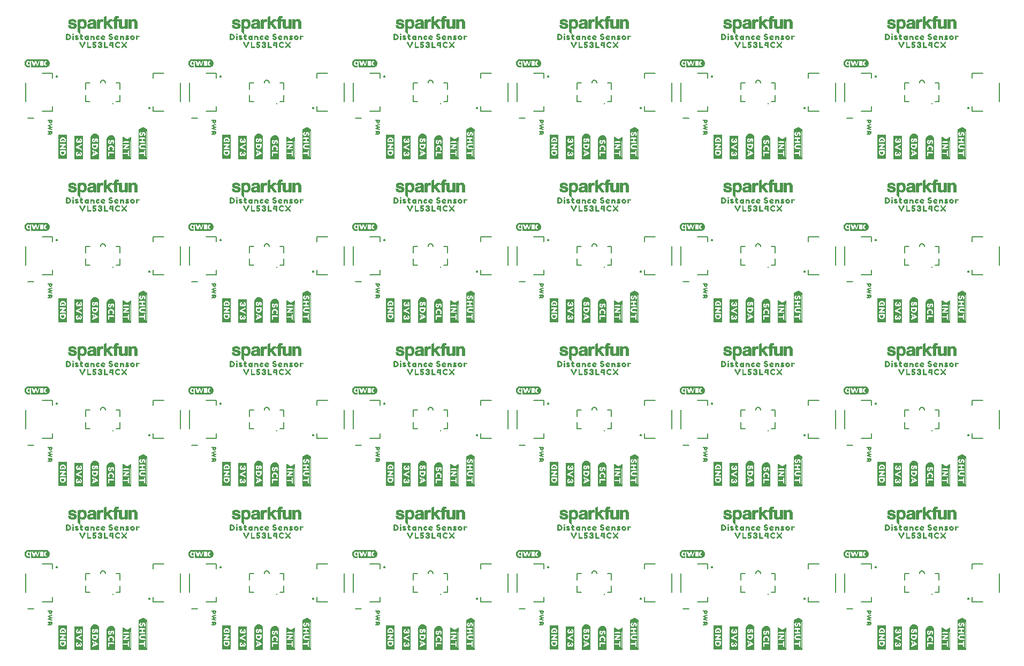
<source format=gto>
G04 EAGLE Gerber RS-274X export*
G75*
%MOMM*%
%FSLAX34Y34*%
%LPD*%
%INSilkscreen Top*%
%IPPOS*%
%AMOC8*
5,1,8,0,0,1.08239X$1,22.5*%
G01*
%ADD10C,0.203200*%
%ADD11C,0.282838*%
%ADD12C,0.177800*%
%ADD13C,0.127000*%

G36*
X456327Y538897D02*
X456327Y538897D01*
X456324Y538901D01*
X456329Y538903D01*
X456429Y539603D01*
X456426Y539608D01*
X456429Y539610D01*
X456429Y585810D01*
X456422Y585819D01*
X456427Y585826D01*
X456227Y586426D01*
X456205Y586441D01*
X456202Y586454D01*
X450202Y589454D01*
X450195Y589453D01*
X450194Y589457D01*
X449494Y589657D01*
X449470Y589648D01*
X449458Y589654D01*
X442858Y586354D01*
X442843Y586324D01*
X442831Y586318D01*
X442731Y585718D01*
X442734Y585713D01*
X442731Y585710D01*
X442731Y539010D01*
X442767Y538963D01*
X442771Y538966D01*
X442773Y538961D01*
X443473Y538861D01*
X443478Y538864D01*
X443480Y538861D01*
X456280Y538861D01*
X456327Y538897D01*
G37*
G36*
X197247Y20737D02*
X197247Y20737D01*
X197244Y20741D01*
X197249Y20743D01*
X197349Y21443D01*
X197346Y21448D01*
X197349Y21450D01*
X197349Y67650D01*
X197342Y67659D01*
X197347Y67666D01*
X197147Y68266D01*
X197125Y68281D01*
X197122Y68294D01*
X191122Y71294D01*
X191115Y71293D01*
X191114Y71297D01*
X190414Y71497D01*
X190390Y71488D01*
X190378Y71494D01*
X183778Y68194D01*
X183763Y68164D01*
X183751Y68158D01*
X183651Y67558D01*
X183654Y67553D01*
X183651Y67550D01*
X183651Y20850D01*
X183687Y20803D01*
X183691Y20806D01*
X183693Y20801D01*
X184393Y20701D01*
X184398Y20704D01*
X184400Y20701D01*
X197200Y20701D01*
X197247Y20737D01*
G37*
G36*
X974487Y20737D02*
X974487Y20737D01*
X974484Y20741D01*
X974489Y20743D01*
X974589Y21443D01*
X974586Y21448D01*
X974589Y21450D01*
X974589Y67650D01*
X974582Y67659D01*
X974587Y67666D01*
X974387Y68266D01*
X974365Y68281D01*
X974362Y68294D01*
X968362Y71294D01*
X968355Y71293D01*
X968354Y71297D01*
X967654Y71497D01*
X967630Y71488D01*
X967618Y71494D01*
X961018Y68194D01*
X961003Y68164D01*
X960991Y68158D01*
X960891Y67558D01*
X960894Y67553D01*
X960891Y67550D01*
X960891Y20850D01*
X960927Y20803D01*
X960931Y20806D01*
X960933Y20801D01*
X961633Y20701D01*
X961638Y20704D01*
X961640Y20701D01*
X974440Y20701D01*
X974487Y20737D01*
G37*
G36*
X1233567Y797977D02*
X1233567Y797977D01*
X1233564Y797981D01*
X1233569Y797983D01*
X1233669Y798683D01*
X1233666Y798688D01*
X1233669Y798690D01*
X1233669Y844890D01*
X1233662Y844899D01*
X1233667Y844906D01*
X1233467Y845506D01*
X1233445Y845521D01*
X1233442Y845534D01*
X1227442Y848534D01*
X1227435Y848533D01*
X1227434Y848537D01*
X1226734Y848737D01*
X1226710Y848728D01*
X1226698Y848734D01*
X1220098Y845434D01*
X1220083Y845404D01*
X1220071Y845398D01*
X1219971Y844798D01*
X1219974Y844793D01*
X1219971Y844790D01*
X1219971Y798090D01*
X1220007Y798043D01*
X1220011Y798046D01*
X1220013Y798041D01*
X1220713Y797941D01*
X1220718Y797944D01*
X1220720Y797941D01*
X1233520Y797941D01*
X1233567Y797977D01*
G37*
G36*
X715407Y797977D02*
X715407Y797977D01*
X715404Y797981D01*
X715409Y797983D01*
X715509Y798683D01*
X715506Y798688D01*
X715509Y798690D01*
X715509Y844890D01*
X715502Y844899D01*
X715507Y844906D01*
X715307Y845506D01*
X715285Y845521D01*
X715282Y845534D01*
X709282Y848534D01*
X709275Y848533D01*
X709274Y848537D01*
X708574Y848737D01*
X708550Y848728D01*
X708538Y848734D01*
X701938Y845434D01*
X701923Y845404D01*
X701911Y845398D01*
X701811Y844798D01*
X701814Y844793D01*
X701811Y844790D01*
X701811Y798090D01*
X701847Y798043D01*
X701851Y798046D01*
X701853Y798041D01*
X702553Y797941D01*
X702558Y797944D01*
X702560Y797941D01*
X715360Y797941D01*
X715407Y797977D01*
G37*
G36*
X1492647Y20737D02*
X1492647Y20737D01*
X1492644Y20741D01*
X1492649Y20743D01*
X1492749Y21443D01*
X1492746Y21448D01*
X1492749Y21450D01*
X1492749Y67650D01*
X1492742Y67659D01*
X1492747Y67666D01*
X1492547Y68266D01*
X1492525Y68281D01*
X1492522Y68294D01*
X1486522Y71294D01*
X1486515Y71293D01*
X1486514Y71297D01*
X1485814Y71497D01*
X1485790Y71488D01*
X1485778Y71494D01*
X1479178Y68194D01*
X1479163Y68164D01*
X1479151Y68158D01*
X1479051Y67558D01*
X1479054Y67553D01*
X1479051Y67550D01*
X1479051Y20850D01*
X1479087Y20803D01*
X1479091Y20806D01*
X1479093Y20801D01*
X1479793Y20701D01*
X1479798Y20704D01*
X1479800Y20701D01*
X1492600Y20701D01*
X1492647Y20737D01*
G37*
G36*
X197247Y797977D02*
X197247Y797977D01*
X197244Y797981D01*
X197249Y797983D01*
X197349Y798683D01*
X197346Y798688D01*
X197349Y798690D01*
X197349Y844890D01*
X197342Y844899D01*
X197347Y844906D01*
X197147Y845506D01*
X197125Y845521D01*
X197122Y845534D01*
X191122Y848534D01*
X191115Y848533D01*
X191114Y848537D01*
X190414Y848737D01*
X190390Y848728D01*
X190378Y848734D01*
X183778Y845434D01*
X183763Y845404D01*
X183751Y845398D01*
X183651Y844798D01*
X183654Y844793D01*
X183651Y844790D01*
X183651Y798090D01*
X183687Y798043D01*
X183691Y798046D01*
X183693Y798041D01*
X184393Y797941D01*
X184398Y797944D01*
X184400Y797941D01*
X197200Y797941D01*
X197247Y797977D01*
G37*
G36*
X715407Y538897D02*
X715407Y538897D01*
X715404Y538901D01*
X715409Y538903D01*
X715509Y539603D01*
X715506Y539608D01*
X715509Y539610D01*
X715509Y585810D01*
X715502Y585819D01*
X715507Y585826D01*
X715307Y586426D01*
X715285Y586441D01*
X715282Y586454D01*
X709282Y589454D01*
X709275Y589453D01*
X709274Y589457D01*
X708574Y589657D01*
X708550Y589648D01*
X708538Y589654D01*
X701938Y586354D01*
X701923Y586324D01*
X701911Y586318D01*
X701811Y585718D01*
X701814Y585713D01*
X701811Y585710D01*
X701811Y539010D01*
X701847Y538963D01*
X701851Y538966D01*
X701853Y538961D01*
X702553Y538861D01*
X702558Y538864D01*
X702560Y538861D01*
X715360Y538861D01*
X715407Y538897D01*
G37*
G36*
X1233567Y538897D02*
X1233567Y538897D01*
X1233564Y538901D01*
X1233569Y538903D01*
X1233669Y539603D01*
X1233666Y539608D01*
X1233669Y539610D01*
X1233669Y585810D01*
X1233662Y585819D01*
X1233667Y585826D01*
X1233467Y586426D01*
X1233445Y586441D01*
X1233442Y586454D01*
X1227442Y589454D01*
X1227435Y589453D01*
X1227434Y589457D01*
X1226734Y589657D01*
X1226710Y589648D01*
X1226698Y589654D01*
X1220098Y586354D01*
X1220083Y586324D01*
X1220071Y586318D01*
X1219971Y585718D01*
X1219974Y585713D01*
X1219971Y585710D01*
X1219971Y539010D01*
X1220007Y538963D01*
X1220011Y538966D01*
X1220013Y538961D01*
X1220713Y538861D01*
X1220718Y538864D01*
X1220720Y538861D01*
X1233520Y538861D01*
X1233567Y538897D01*
G37*
G36*
X1492647Y538897D02*
X1492647Y538897D01*
X1492644Y538901D01*
X1492649Y538903D01*
X1492749Y539603D01*
X1492746Y539608D01*
X1492749Y539610D01*
X1492749Y585810D01*
X1492742Y585819D01*
X1492747Y585826D01*
X1492547Y586426D01*
X1492525Y586441D01*
X1492522Y586454D01*
X1486522Y589454D01*
X1486515Y589453D01*
X1486514Y589457D01*
X1485814Y589657D01*
X1485790Y589648D01*
X1485778Y589654D01*
X1479178Y586354D01*
X1479163Y586324D01*
X1479151Y586318D01*
X1479051Y585718D01*
X1479054Y585713D01*
X1479051Y585710D01*
X1479051Y539010D01*
X1479087Y538963D01*
X1479091Y538966D01*
X1479093Y538961D01*
X1479793Y538861D01*
X1479798Y538864D01*
X1479800Y538861D01*
X1492600Y538861D01*
X1492647Y538897D01*
G37*
G36*
X974487Y797977D02*
X974487Y797977D01*
X974484Y797981D01*
X974489Y797983D01*
X974589Y798683D01*
X974586Y798688D01*
X974589Y798690D01*
X974589Y844890D01*
X974582Y844899D01*
X974587Y844906D01*
X974387Y845506D01*
X974365Y845521D01*
X974362Y845534D01*
X968362Y848534D01*
X968355Y848533D01*
X968354Y848537D01*
X967654Y848737D01*
X967630Y848728D01*
X967618Y848734D01*
X961018Y845434D01*
X961003Y845404D01*
X960991Y845398D01*
X960891Y844798D01*
X960894Y844793D01*
X960891Y844790D01*
X960891Y798090D01*
X960927Y798043D01*
X960931Y798046D01*
X960933Y798041D01*
X961633Y797941D01*
X961638Y797944D01*
X961640Y797941D01*
X974440Y797941D01*
X974487Y797977D01*
G37*
G36*
X1492647Y797977D02*
X1492647Y797977D01*
X1492644Y797981D01*
X1492649Y797983D01*
X1492749Y798683D01*
X1492746Y798688D01*
X1492749Y798690D01*
X1492749Y844890D01*
X1492742Y844899D01*
X1492747Y844906D01*
X1492547Y845506D01*
X1492525Y845521D01*
X1492522Y845534D01*
X1486522Y848534D01*
X1486515Y848533D01*
X1486514Y848537D01*
X1485814Y848737D01*
X1485790Y848728D01*
X1485778Y848734D01*
X1479178Y845434D01*
X1479163Y845404D01*
X1479151Y845398D01*
X1479051Y844798D01*
X1479054Y844793D01*
X1479051Y844790D01*
X1479051Y798090D01*
X1479087Y798043D01*
X1479091Y798046D01*
X1479093Y798041D01*
X1479793Y797941D01*
X1479798Y797944D01*
X1479800Y797941D01*
X1492600Y797941D01*
X1492647Y797977D01*
G37*
G36*
X456327Y797977D02*
X456327Y797977D01*
X456324Y797981D01*
X456329Y797983D01*
X456429Y798683D01*
X456426Y798688D01*
X456429Y798690D01*
X456429Y844890D01*
X456422Y844899D01*
X456427Y844906D01*
X456227Y845506D01*
X456205Y845521D01*
X456202Y845534D01*
X450202Y848534D01*
X450195Y848533D01*
X450194Y848537D01*
X449494Y848737D01*
X449470Y848728D01*
X449458Y848734D01*
X442858Y845434D01*
X442843Y845404D01*
X442831Y845398D01*
X442731Y844798D01*
X442734Y844793D01*
X442731Y844790D01*
X442731Y798090D01*
X442767Y798043D01*
X442771Y798046D01*
X442773Y798041D01*
X443473Y797941D01*
X443478Y797944D01*
X443480Y797941D01*
X456280Y797941D01*
X456327Y797977D01*
G37*
G36*
X456327Y20737D02*
X456327Y20737D01*
X456324Y20741D01*
X456329Y20743D01*
X456429Y21443D01*
X456426Y21448D01*
X456429Y21450D01*
X456429Y67650D01*
X456422Y67659D01*
X456427Y67666D01*
X456227Y68266D01*
X456205Y68281D01*
X456202Y68294D01*
X450202Y71294D01*
X450195Y71293D01*
X450194Y71297D01*
X449494Y71497D01*
X449470Y71488D01*
X449458Y71494D01*
X442858Y68194D01*
X442843Y68164D01*
X442831Y68158D01*
X442731Y67558D01*
X442734Y67553D01*
X442731Y67550D01*
X442731Y20850D01*
X442767Y20803D01*
X442771Y20806D01*
X442773Y20801D01*
X443473Y20701D01*
X443478Y20704D01*
X443480Y20701D01*
X456280Y20701D01*
X456327Y20737D01*
G37*
G36*
X715407Y20737D02*
X715407Y20737D01*
X715404Y20741D01*
X715409Y20743D01*
X715509Y21443D01*
X715506Y21448D01*
X715509Y21450D01*
X715509Y67650D01*
X715502Y67659D01*
X715507Y67666D01*
X715307Y68266D01*
X715285Y68281D01*
X715282Y68294D01*
X709282Y71294D01*
X709275Y71293D01*
X709274Y71297D01*
X708574Y71497D01*
X708550Y71488D01*
X708538Y71494D01*
X701938Y68194D01*
X701923Y68164D01*
X701911Y68158D01*
X701811Y67558D01*
X701814Y67553D01*
X701811Y67550D01*
X701811Y20850D01*
X701847Y20803D01*
X701851Y20806D01*
X701853Y20801D01*
X702553Y20701D01*
X702558Y20704D01*
X702560Y20701D01*
X715360Y20701D01*
X715407Y20737D01*
G37*
G36*
X1233567Y20737D02*
X1233567Y20737D01*
X1233564Y20741D01*
X1233569Y20743D01*
X1233669Y21443D01*
X1233666Y21448D01*
X1233669Y21450D01*
X1233669Y67650D01*
X1233662Y67659D01*
X1233667Y67666D01*
X1233467Y68266D01*
X1233445Y68281D01*
X1233442Y68294D01*
X1227442Y71294D01*
X1227435Y71293D01*
X1227434Y71297D01*
X1226734Y71497D01*
X1226710Y71488D01*
X1226698Y71494D01*
X1220098Y68194D01*
X1220083Y68164D01*
X1220071Y68158D01*
X1219971Y67558D01*
X1219974Y67553D01*
X1219971Y67550D01*
X1219971Y20850D01*
X1220007Y20803D01*
X1220011Y20806D01*
X1220013Y20801D01*
X1220713Y20701D01*
X1220718Y20704D01*
X1220720Y20701D01*
X1233520Y20701D01*
X1233567Y20737D01*
G37*
G36*
X1233567Y279817D02*
X1233567Y279817D01*
X1233564Y279821D01*
X1233569Y279823D01*
X1233669Y280523D01*
X1233666Y280528D01*
X1233669Y280530D01*
X1233669Y326730D01*
X1233662Y326739D01*
X1233667Y326746D01*
X1233467Y327346D01*
X1233445Y327361D01*
X1233442Y327374D01*
X1227442Y330374D01*
X1227435Y330373D01*
X1227434Y330377D01*
X1226734Y330577D01*
X1226710Y330568D01*
X1226698Y330574D01*
X1220098Y327274D01*
X1220083Y327244D01*
X1220071Y327238D01*
X1219971Y326638D01*
X1219974Y326633D01*
X1219971Y326630D01*
X1219971Y279930D01*
X1220007Y279883D01*
X1220011Y279886D01*
X1220013Y279881D01*
X1220713Y279781D01*
X1220718Y279784D01*
X1220720Y279781D01*
X1233520Y279781D01*
X1233567Y279817D01*
G37*
G36*
X197247Y538897D02*
X197247Y538897D01*
X197244Y538901D01*
X197249Y538903D01*
X197349Y539603D01*
X197346Y539608D01*
X197349Y539610D01*
X197349Y585810D01*
X197342Y585819D01*
X197347Y585826D01*
X197147Y586426D01*
X197125Y586441D01*
X197122Y586454D01*
X191122Y589454D01*
X191115Y589453D01*
X191114Y589457D01*
X190414Y589657D01*
X190390Y589648D01*
X190378Y589654D01*
X183778Y586354D01*
X183763Y586324D01*
X183751Y586318D01*
X183651Y585718D01*
X183654Y585713D01*
X183651Y585710D01*
X183651Y539010D01*
X183687Y538963D01*
X183691Y538966D01*
X183693Y538961D01*
X184393Y538861D01*
X184398Y538864D01*
X184400Y538861D01*
X197200Y538861D01*
X197247Y538897D01*
G37*
G36*
X197247Y279817D02*
X197247Y279817D01*
X197244Y279821D01*
X197249Y279823D01*
X197349Y280523D01*
X197346Y280528D01*
X197349Y280530D01*
X197349Y326730D01*
X197342Y326739D01*
X197347Y326746D01*
X197147Y327346D01*
X197125Y327361D01*
X197122Y327374D01*
X191122Y330374D01*
X191115Y330373D01*
X191114Y330377D01*
X190414Y330577D01*
X190390Y330568D01*
X190378Y330574D01*
X183778Y327274D01*
X183763Y327244D01*
X183751Y327238D01*
X183651Y326638D01*
X183654Y326633D01*
X183651Y326630D01*
X183651Y279930D01*
X183687Y279883D01*
X183691Y279886D01*
X183693Y279881D01*
X184393Y279781D01*
X184398Y279784D01*
X184400Y279781D01*
X197200Y279781D01*
X197247Y279817D01*
G37*
G36*
X974487Y279817D02*
X974487Y279817D01*
X974484Y279821D01*
X974489Y279823D01*
X974589Y280523D01*
X974586Y280528D01*
X974589Y280530D01*
X974589Y326730D01*
X974582Y326739D01*
X974587Y326746D01*
X974387Y327346D01*
X974365Y327361D01*
X974362Y327374D01*
X968362Y330374D01*
X968355Y330373D01*
X968354Y330377D01*
X967654Y330577D01*
X967630Y330568D01*
X967618Y330574D01*
X961018Y327274D01*
X961003Y327244D01*
X960991Y327238D01*
X960891Y326638D01*
X960894Y326633D01*
X960891Y326630D01*
X960891Y279930D01*
X960927Y279883D01*
X960931Y279886D01*
X960933Y279881D01*
X961633Y279781D01*
X961638Y279784D01*
X961640Y279781D01*
X974440Y279781D01*
X974487Y279817D01*
G37*
G36*
X456327Y279817D02*
X456327Y279817D01*
X456324Y279821D01*
X456329Y279823D01*
X456429Y280523D01*
X456426Y280528D01*
X456429Y280530D01*
X456429Y326730D01*
X456422Y326739D01*
X456427Y326746D01*
X456227Y327346D01*
X456205Y327361D01*
X456202Y327374D01*
X450202Y330374D01*
X450195Y330373D01*
X450194Y330377D01*
X449494Y330577D01*
X449470Y330568D01*
X449458Y330574D01*
X442858Y327274D01*
X442843Y327244D01*
X442831Y327238D01*
X442731Y326638D01*
X442734Y326633D01*
X442731Y326630D01*
X442731Y279930D01*
X442767Y279883D01*
X442771Y279886D01*
X442773Y279881D01*
X443473Y279781D01*
X443478Y279784D01*
X443480Y279781D01*
X456280Y279781D01*
X456327Y279817D01*
G37*
G36*
X974487Y538897D02*
X974487Y538897D01*
X974484Y538901D01*
X974489Y538903D01*
X974589Y539603D01*
X974586Y539608D01*
X974589Y539610D01*
X974589Y585810D01*
X974582Y585819D01*
X974587Y585826D01*
X974387Y586426D01*
X974365Y586441D01*
X974362Y586454D01*
X968362Y589454D01*
X968355Y589453D01*
X968354Y589457D01*
X967654Y589657D01*
X967630Y589648D01*
X967618Y589654D01*
X961018Y586354D01*
X961003Y586324D01*
X960991Y586318D01*
X960891Y585718D01*
X960894Y585713D01*
X960891Y585710D01*
X960891Y539010D01*
X960927Y538963D01*
X960931Y538966D01*
X960933Y538961D01*
X961633Y538861D01*
X961638Y538864D01*
X961640Y538861D01*
X974440Y538861D01*
X974487Y538897D01*
G37*
G36*
X715407Y279817D02*
X715407Y279817D01*
X715404Y279821D01*
X715409Y279823D01*
X715509Y280523D01*
X715506Y280528D01*
X715509Y280530D01*
X715509Y326730D01*
X715502Y326739D01*
X715507Y326746D01*
X715307Y327346D01*
X715285Y327361D01*
X715282Y327374D01*
X709282Y330374D01*
X709275Y330373D01*
X709274Y330377D01*
X708574Y330577D01*
X708550Y330568D01*
X708538Y330574D01*
X701938Y327274D01*
X701923Y327244D01*
X701911Y327238D01*
X701811Y326638D01*
X701814Y326633D01*
X701811Y326630D01*
X701811Y279930D01*
X701847Y279883D01*
X701851Y279886D01*
X701853Y279881D01*
X702553Y279781D01*
X702558Y279784D01*
X702560Y279781D01*
X715360Y279781D01*
X715407Y279817D01*
G37*
G36*
X1492647Y279817D02*
X1492647Y279817D01*
X1492644Y279821D01*
X1492649Y279823D01*
X1492749Y280523D01*
X1492746Y280528D01*
X1492749Y280530D01*
X1492749Y326730D01*
X1492742Y326739D01*
X1492747Y326746D01*
X1492547Y327346D01*
X1492525Y327361D01*
X1492522Y327374D01*
X1486522Y330374D01*
X1486515Y330373D01*
X1486514Y330377D01*
X1485814Y330577D01*
X1485790Y330568D01*
X1485778Y330574D01*
X1479178Y327274D01*
X1479163Y327244D01*
X1479151Y327238D01*
X1479051Y326638D01*
X1479054Y326633D01*
X1479051Y326630D01*
X1479051Y279930D01*
X1479087Y279883D01*
X1479091Y279886D01*
X1479093Y279881D01*
X1479793Y279781D01*
X1479798Y279784D01*
X1479800Y279781D01*
X1492600Y279781D01*
X1492647Y279817D01*
G37*
G36*
X1157146Y20540D02*
X1157146Y20540D01*
X1157159Y20540D01*
X1157459Y20940D01*
X1157459Y20948D01*
X1157463Y20951D01*
X1157459Y20955D01*
X1157459Y20962D01*
X1157469Y20970D01*
X1157469Y55170D01*
X1157466Y55174D01*
X1157469Y55177D01*
X1157369Y55877D01*
X1157364Y55882D01*
X1157367Y55886D01*
X1157167Y56485D01*
X1156967Y57184D01*
X1156966Y57185D01*
X1156967Y57186D01*
X1156767Y57786D01*
X1156759Y57791D01*
X1156761Y57797D01*
X1156363Y58395D01*
X1156064Y58992D01*
X1156054Y58997D01*
X1156055Y59005D01*
X1155555Y59505D01*
X1155551Y59505D01*
X1155551Y59508D01*
X1154551Y60308D01*
X1154547Y60309D01*
X1154547Y60311D01*
X1153947Y60711D01*
X1153943Y60711D01*
X1153942Y60714D01*
X1152742Y61314D01*
X1152731Y61312D01*
X1152727Y61319D01*
X1152028Y61419D01*
X1151428Y61519D01*
X1151427Y61518D01*
X1151427Y61519D01*
X1150727Y61619D01*
X1150722Y61616D01*
X1150720Y61619D01*
X1150020Y61619D01*
X1150016Y61616D01*
X1150013Y61619D01*
X1149313Y61519D01*
X1149308Y61514D01*
X1149304Y61517D01*
X1148104Y61117D01*
X1148103Y61114D01*
X1148101Y61115D01*
X1147401Y60815D01*
X1147398Y60811D01*
X1147395Y60812D01*
X1146895Y60512D01*
X1146894Y60511D01*
X1146893Y60511D01*
X1146293Y60111D01*
X1146290Y60104D01*
X1146285Y60105D01*
X1145785Y59605D01*
X1145785Y59601D01*
X1145782Y59601D01*
X1144982Y58601D01*
X1144981Y58597D01*
X1144979Y58597D01*
X1144579Y57997D01*
X1144579Y57993D01*
X1144576Y57992D01*
X1144276Y57392D01*
X1144277Y57385D01*
X1144273Y57384D01*
X1144073Y56685D01*
X1143873Y56086D01*
X1143877Y56075D01*
X1143871Y56070D01*
X1143871Y55373D01*
X1143771Y54677D01*
X1143774Y54672D01*
X1143771Y54670D01*
X1143771Y20870D01*
X1143790Y20844D01*
X1143790Y20831D01*
X1144190Y20531D01*
X1144212Y20531D01*
X1144220Y20521D01*
X1157120Y20521D01*
X1157146Y20540D01*
G37*
G36*
X1416226Y538700D02*
X1416226Y538700D01*
X1416239Y538700D01*
X1416539Y539100D01*
X1416539Y539108D01*
X1416543Y539111D01*
X1416539Y539115D01*
X1416539Y539122D01*
X1416549Y539130D01*
X1416549Y573330D01*
X1416546Y573334D01*
X1416549Y573337D01*
X1416449Y574037D01*
X1416444Y574042D01*
X1416447Y574046D01*
X1416247Y574645D01*
X1416047Y575344D01*
X1416046Y575345D01*
X1416047Y575346D01*
X1415847Y575946D01*
X1415839Y575951D01*
X1415841Y575957D01*
X1415443Y576555D01*
X1415144Y577152D01*
X1415134Y577157D01*
X1415135Y577165D01*
X1414635Y577665D01*
X1414631Y577665D01*
X1414631Y577668D01*
X1413631Y578468D01*
X1413627Y578469D01*
X1413627Y578471D01*
X1413027Y578871D01*
X1413023Y578871D01*
X1413022Y578874D01*
X1411822Y579474D01*
X1411811Y579472D01*
X1411807Y579479D01*
X1411108Y579579D01*
X1410508Y579679D01*
X1410507Y579678D01*
X1410507Y579679D01*
X1409807Y579779D01*
X1409802Y579776D01*
X1409800Y579779D01*
X1409100Y579779D01*
X1409096Y579776D01*
X1409093Y579779D01*
X1408393Y579679D01*
X1408388Y579674D01*
X1408384Y579677D01*
X1407184Y579277D01*
X1407183Y579274D01*
X1407181Y579275D01*
X1406481Y578975D01*
X1406478Y578971D01*
X1406475Y578972D01*
X1405975Y578672D01*
X1405974Y578671D01*
X1405973Y578671D01*
X1405373Y578271D01*
X1405370Y578264D01*
X1405365Y578265D01*
X1404865Y577765D01*
X1404865Y577761D01*
X1404862Y577761D01*
X1404062Y576761D01*
X1404061Y576757D01*
X1404059Y576757D01*
X1403659Y576157D01*
X1403659Y576153D01*
X1403656Y576152D01*
X1403356Y575552D01*
X1403357Y575545D01*
X1403353Y575544D01*
X1403153Y574845D01*
X1402953Y574246D01*
X1402957Y574235D01*
X1402951Y574230D01*
X1402951Y573533D01*
X1402851Y572837D01*
X1402854Y572832D01*
X1402851Y572830D01*
X1402851Y539030D01*
X1402870Y539004D01*
X1402870Y538991D01*
X1403270Y538691D01*
X1403292Y538691D01*
X1403300Y538681D01*
X1416200Y538681D01*
X1416226Y538700D01*
G37*
G36*
X120826Y279620D02*
X120826Y279620D01*
X120839Y279620D01*
X121139Y280020D01*
X121139Y280028D01*
X121143Y280031D01*
X121139Y280035D01*
X121139Y280042D01*
X121149Y280050D01*
X121149Y314250D01*
X121146Y314254D01*
X121149Y314257D01*
X121049Y314957D01*
X121044Y314962D01*
X121047Y314966D01*
X120847Y315565D01*
X120647Y316264D01*
X120646Y316265D01*
X120647Y316266D01*
X120447Y316866D01*
X120439Y316871D01*
X120441Y316877D01*
X120043Y317475D01*
X119744Y318072D01*
X119734Y318077D01*
X119735Y318085D01*
X119235Y318585D01*
X119231Y318585D01*
X119231Y318588D01*
X118231Y319388D01*
X118227Y319389D01*
X118227Y319391D01*
X117627Y319791D01*
X117623Y319791D01*
X117622Y319794D01*
X116422Y320394D01*
X116411Y320392D01*
X116407Y320399D01*
X115708Y320499D01*
X115108Y320599D01*
X115107Y320598D01*
X115107Y320599D01*
X114407Y320699D01*
X114402Y320696D01*
X114400Y320699D01*
X113700Y320699D01*
X113696Y320696D01*
X113693Y320699D01*
X112993Y320599D01*
X112988Y320594D01*
X112984Y320597D01*
X111784Y320197D01*
X111783Y320194D01*
X111781Y320195D01*
X111081Y319895D01*
X111078Y319891D01*
X111075Y319892D01*
X110575Y319592D01*
X110574Y319591D01*
X110573Y319591D01*
X109973Y319191D01*
X109970Y319184D01*
X109965Y319185D01*
X109465Y318685D01*
X109465Y318681D01*
X109462Y318681D01*
X108662Y317681D01*
X108661Y317677D01*
X108659Y317677D01*
X108259Y317077D01*
X108259Y317073D01*
X108256Y317072D01*
X107956Y316472D01*
X107957Y316465D01*
X107953Y316464D01*
X107753Y315765D01*
X107553Y315166D01*
X107557Y315155D01*
X107551Y315150D01*
X107551Y314453D01*
X107451Y313757D01*
X107454Y313752D01*
X107451Y313750D01*
X107451Y279950D01*
X107470Y279924D01*
X107470Y279911D01*
X107870Y279611D01*
X107892Y279611D01*
X107900Y279601D01*
X120800Y279601D01*
X120826Y279620D01*
G37*
G36*
X898066Y20540D02*
X898066Y20540D01*
X898079Y20540D01*
X898379Y20940D01*
X898379Y20948D01*
X898383Y20951D01*
X898379Y20955D01*
X898379Y20962D01*
X898389Y20970D01*
X898389Y55170D01*
X898386Y55174D01*
X898389Y55177D01*
X898289Y55877D01*
X898284Y55882D01*
X898287Y55886D01*
X898087Y56485D01*
X897887Y57184D01*
X897886Y57185D01*
X897887Y57186D01*
X897687Y57786D01*
X897679Y57791D01*
X897681Y57797D01*
X897283Y58395D01*
X896984Y58992D01*
X896974Y58997D01*
X896975Y59005D01*
X896475Y59505D01*
X896471Y59505D01*
X896471Y59508D01*
X895471Y60308D01*
X895467Y60309D01*
X895467Y60311D01*
X894867Y60711D01*
X894863Y60711D01*
X894862Y60714D01*
X893662Y61314D01*
X893651Y61312D01*
X893647Y61319D01*
X892948Y61419D01*
X892348Y61519D01*
X892347Y61518D01*
X892347Y61519D01*
X891647Y61619D01*
X891642Y61616D01*
X891640Y61619D01*
X890940Y61619D01*
X890936Y61616D01*
X890933Y61619D01*
X890233Y61519D01*
X890228Y61514D01*
X890224Y61517D01*
X889024Y61117D01*
X889023Y61114D01*
X889021Y61115D01*
X888321Y60815D01*
X888318Y60811D01*
X888315Y60812D01*
X887815Y60512D01*
X887814Y60511D01*
X887813Y60511D01*
X887213Y60111D01*
X887210Y60104D01*
X887205Y60105D01*
X886705Y59605D01*
X886705Y59601D01*
X886702Y59601D01*
X885902Y58601D01*
X885901Y58597D01*
X885899Y58597D01*
X885499Y57997D01*
X885499Y57993D01*
X885496Y57992D01*
X885196Y57392D01*
X885197Y57385D01*
X885193Y57384D01*
X884993Y56685D01*
X884793Y56086D01*
X884797Y56075D01*
X884791Y56070D01*
X884791Y55373D01*
X884691Y54677D01*
X884694Y54672D01*
X884691Y54670D01*
X884691Y20870D01*
X884710Y20844D01*
X884710Y20831D01*
X885110Y20531D01*
X885132Y20531D01*
X885140Y20521D01*
X898040Y20521D01*
X898066Y20540D01*
G37*
G36*
X1416226Y797780D02*
X1416226Y797780D01*
X1416239Y797780D01*
X1416539Y798180D01*
X1416539Y798188D01*
X1416543Y798191D01*
X1416539Y798195D01*
X1416539Y798202D01*
X1416549Y798210D01*
X1416549Y832410D01*
X1416546Y832414D01*
X1416549Y832417D01*
X1416449Y833117D01*
X1416444Y833122D01*
X1416447Y833126D01*
X1416247Y833725D01*
X1416047Y834424D01*
X1416046Y834425D01*
X1416047Y834426D01*
X1415847Y835026D01*
X1415839Y835031D01*
X1415841Y835037D01*
X1415443Y835635D01*
X1415144Y836232D01*
X1415134Y836237D01*
X1415135Y836245D01*
X1414635Y836745D01*
X1414631Y836745D01*
X1414631Y836748D01*
X1413631Y837548D01*
X1413627Y837549D01*
X1413627Y837551D01*
X1413027Y837951D01*
X1413023Y837951D01*
X1413022Y837954D01*
X1411822Y838554D01*
X1411811Y838552D01*
X1411807Y838559D01*
X1411108Y838659D01*
X1410508Y838759D01*
X1410507Y838758D01*
X1410507Y838759D01*
X1409807Y838859D01*
X1409802Y838856D01*
X1409800Y838859D01*
X1409100Y838859D01*
X1409096Y838856D01*
X1409093Y838859D01*
X1408393Y838759D01*
X1408388Y838754D01*
X1408384Y838757D01*
X1407184Y838357D01*
X1407183Y838354D01*
X1407181Y838355D01*
X1406481Y838055D01*
X1406478Y838051D01*
X1406475Y838052D01*
X1405975Y837752D01*
X1405974Y837751D01*
X1405973Y837751D01*
X1405373Y837351D01*
X1405370Y837344D01*
X1405365Y837345D01*
X1404865Y836845D01*
X1404865Y836841D01*
X1404862Y836841D01*
X1404062Y835841D01*
X1404061Y835837D01*
X1404059Y835837D01*
X1403659Y835237D01*
X1403659Y835233D01*
X1403656Y835232D01*
X1403356Y834632D01*
X1403357Y834625D01*
X1403353Y834624D01*
X1403153Y833925D01*
X1402953Y833326D01*
X1402957Y833315D01*
X1402951Y833310D01*
X1402951Y832613D01*
X1402851Y831917D01*
X1402854Y831912D01*
X1402851Y831910D01*
X1402851Y798110D01*
X1402870Y798084D01*
X1402870Y798071D01*
X1403270Y797771D01*
X1403292Y797771D01*
X1403300Y797761D01*
X1416200Y797761D01*
X1416226Y797780D01*
G37*
G36*
X898066Y797780D02*
X898066Y797780D01*
X898079Y797780D01*
X898379Y798180D01*
X898379Y798188D01*
X898383Y798191D01*
X898379Y798195D01*
X898379Y798202D01*
X898389Y798210D01*
X898389Y832410D01*
X898386Y832414D01*
X898389Y832417D01*
X898289Y833117D01*
X898284Y833122D01*
X898287Y833126D01*
X898087Y833725D01*
X897887Y834424D01*
X897886Y834425D01*
X897887Y834426D01*
X897687Y835026D01*
X897679Y835031D01*
X897681Y835037D01*
X897283Y835635D01*
X896984Y836232D01*
X896974Y836237D01*
X896975Y836245D01*
X896475Y836745D01*
X896471Y836745D01*
X896471Y836748D01*
X895471Y837548D01*
X895467Y837549D01*
X895467Y837551D01*
X894867Y837951D01*
X894863Y837951D01*
X894862Y837954D01*
X893662Y838554D01*
X893651Y838552D01*
X893647Y838559D01*
X892948Y838659D01*
X892348Y838759D01*
X892347Y838758D01*
X892347Y838759D01*
X891647Y838859D01*
X891642Y838856D01*
X891640Y838859D01*
X890940Y838859D01*
X890936Y838856D01*
X890933Y838859D01*
X890233Y838759D01*
X890228Y838754D01*
X890224Y838757D01*
X889024Y838357D01*
X889023Y838354D01*
X889021Y838355D01*
X888321Y838055D01*
X888318Y838051D01*
X888315Y838052D01*
X887815Y837752D01*
X887814Y837751D01*
X887813Y837751D01*
X887213Y837351D01*
X887210Y837344D01*
X887205Y837345D01*
X886705Y836845D01*
X886705Y836841D01*
X886702Y836841D01*
X885902Y835841D01*
X885901Y835837D01*
X885899Y835837D01*
X885499Y835237D01*
X885499Y835233D01*
X885496Y835232D01*
X885196Y834632D01*
X885197Y834625D01*
X885193Y834624D01*
X884993Y833925D01*
X884793Y833326D01*
X884797Y833315D01*
X884791Y833310D01*
X884791Y832613D01*
X884691Y831917D01*
X884694Y831912D01*
X884691Y831910D01*
X884691Y798110D01*
X884710Y798084D01*
X884710Y798071D01*
X885110Y797771D01*
X885132Y797771D01*
X885140Y797761D01*
X898040Y797761D01*
X898066Y797780D01*
G37*
G36*
X638986Y538700D02*
X638986Y538700D01*
X638999Y538700D01*
X639299Y539100D01*
X639299Y539108D01*
X639303Y539111D01*
X639299Y539115D01*
X639299Y539122D01*
X639309Y539130D01*
X639309Y573330D01*
X639306Y573334D01*
X639309Y573337D01*
X639209Y574037D01*
X639204Y574042D01*
X639207Y574046D01*
X639007Y574645D01*
X638807Y575344D01*
X638806Y575345D01*
X638807Y575346D01*
X638607Y575946D01*
X638599Y575951D01*
X638601Y575957D01*
X638203Y576555D01*
X637904Y577152D01*
X637894Y577157D01*
X637895Y577165D01*
X637395Y577665D01*
X637391Y577665D01*
X637391Y577668D01*
X636391Y578468D01*
X636387Y578469D01*
X636387Y578471D01*
X635787Y578871D01*
X635783Y578871D01*
X635782Y578874D01*
X634582Y579474D01*
X634571Y579472D01*
X634567Y579479D01*
X633868Y579579D01*
X633268Y579679D01*
X633267Y579678D01*
X633267Y579679D01*
X632567Y579779D01*
X632562Y579776D01*
X632560Y579779D01*
X631860Y579779D01*
X631856Y579776D01*
X631853Y579779D01*
X631153Y579679D01*
X631148Y579674D01*
X631144Y579677D01*
X629944Y579277D01*
X629943Y579274D01*
X629941Y579275D01*
X629241Y578975D01*
X629238Y578971D01*
X629235Y578972D01*
X628735Y578672D01*
X628734Y578671D01*
X628733Y578671D01*
X628133Y578271D01*
X628130Y578264D01*
X628125Y578265D01*
X627625Y577765D01*
X627625Y577761D01*
X627622Y577761D01*
X626822Y576761D01*
X626821Y576757D01*
X626819Y576757D01*
X626419Y576157D01*
X626419Y576153D01*
X626416Y576152D01*
X626116Y575552D01*
X626117Y575545D01*
X626113Y575544D01*
X625913Y574845D01*
X625713Y574246D01*
X625717Y574235D01*
X625711Y574230D01*
X625711Y573533D01*
X625611Y572837D01*
X625614Y572832D01*
X625611Y572830D01*
X625611Y539030D01*
X625630Y539004D01*
X625630Y538991D01*
X626030Y538691D01*
X626052Y538691D01*
X626060Y538681D01*
X638960Y538681D01*
X638986Y538700D01*
G37*
G36*
X379906Y797780D02*
X379906Y797780D01*
X379919Y797780D01*
X380219Y798180D01*
X380219Y798188D01*
X380223Y798191D01*
X380219Y798195D01*
X380219Y798202D01*
X380229Y798210D01*
X380229Y832410D01*
X380226Y832414D01*
X380229Y832417D01*
X380129Y833117D01*
X380124Y833122D01*
X380127Y833126D01*
X379927Y833725D01*
X379727Y834424D01*
X379726Y834425D01*
X379727Y834426D01*
X379527Y835026D01*
X379519Y835031D01*
X379521Y835037D01*
X379123Y835635D01*
X378824Y836232D01*
X378814Y836237D01*
X378815Y836245D01*
X378315Y836745D01*
X378311Y836745D01*
X378311Y836748D01*
X377311Y837548D01*
X377307Y837549D01*
X377307Y837551D01*
X376707Y837951D01*
X376703Y837951D01*
X376702Y837954D01*
X375502Y838554D01*
X375491Y838552D01*
X375487Y838559D01*
X374788Y838659D01*
X374188Y838759D01*
X374187Y838758D01*
X374187Y838759D01*
X373487Y838859D01*
X373482Y838856D01*
X373480Y838859D01*
X372780Y838859D01*
X372776Y838856D01*
X372773Y838859D01*
X372073Y838759D01*
X372068Y838754D01*
X372064Y838757D01*
X370864Y838357D01*
X370863Y838354D01*
X370861Y838355D01*
X370161Y838055D01*
X370158Y838051D01*
X370155Y838052D01*
X369655Y837752D01*
X369654Y837751D01*
X369653Y837751D01*
X369053Y837351D01*
X369050Y837344D01*
X369045Y837345D01*
X368545Y836845D01*
X368545Y836841D01*
X368542Y836841D01*
X367742Y835841D01*
X367741Y835837D01*
X367739Y835837D01*
X367339Y835237D01*
X367339Y835233D01*
X367336Y835232D01*
X367036Y834632D01*
X367037Y834625D01*
X367033Y834624D01*
X366833Y833925D01*
X366633Y833326D01*
X366637Y833315D01*
X366631Y833310D01*
X366631Y832613D01*
X366531Y831917D01*
X366534Y831912D01*
X366531Y831910D01*
X366531Y798110D01*
X366550Y798084D01*
X366550Y798071D01*
X366950Y797771D01*
X366972Y797771D01*
X366980Y797761D01*
X379880Y797761D01*
X379906Y797780D01*
G37*
G36*
X120826Y797780D02*
X120826Y797780D01*
X120839Y797780D01*
X121139Y798180D01*
X121139Y798188D01*
X121143Y798191D01*
X121139Y798195D01*
X121139Y798202D01*
X121149Y798210D01*
X121149Y832410D01*
X121146Y832414D01*
X121149Y832417D01*
X121049Y833117D01*
X121044Y833122D01*
X121047Y833126D01*
X120847Y833725D01*
X120647Y834424D01*
X120646Y834425D01*
X120647Y834426D01*
X120447Y835026D01*
X120439Y835031D01*
X120441Y835037D01*
X120043Y835635D01*
X119744Y836232D01*
X119734Y836237D01*
X119735Y836245D01*
X119235Y836745D01*
X119231Y836745D01*
X119231Y836748D01*
X118231Y837548D01*
X118227Y837549D01*
X118227Y837551D01*
X117627Y837951D01*
X117623Y837951D01*
X117622Y837954D01*
X116422Y838554D01*
X116411Y838552D01*
X116407Y838559D01*
X115708Y838659D01*
X115108Y838759D01*
X115107Y838758D01*
X115107Y838759D01*
X114407Y838859D01*
X114402Y838856D01*
X114400Y838859D01*
X113700Y838859D01*
X113696Y838856D01*
X113693Y838859D01*
X112993Y838759D01*
X112988Y838754D01*
X112984Y838757D01*
X111784Y838357D01*
X111783Y838354D01*
X111781Y838355D01*
X111081Y838055D01*
X111078Y838051D01*
X111075Y838052D01*
X110575Y837752D01*
X110574Y837751D01*
X110573Y837751D01*
X109973Y837351D01*
X109970Y837344D01*
X109965Y837345D01*
X109465Y836845D01*
X109465Y836841D01*
X109462Y836841D01*
X108662Y835841D01*
X108661Y835837D01*
X108659Y835837D01*
X108259Y835237D01*
X108259Y835233D01*
X108256Y835232D01*
X107956Y834632D01*
X107957Y834625D01*
X107953Y834624D01*
X107753Y833925D01*
X107553Y833326D01*
X107557Y833315D01*
X107551Y833310D01*
X107551Y832613D01*
X107451Y831917D01*
X107454Y831912D01*
X107451Y831910D01*
X107451Y798110D01*
X107470Y798084D01*
X107470Y798071D01*
X107870Y797771D01*
X107892Y797771D01*
X107900Y797761D01*
X120800Y797761D01*
X120826Y797780D01*
G37*
G36*
X1416226Y279620D02*
X1416226Y279620D01*
X1416239Y279620D01*
X1416539Y280020D01*
X1416539Y280028D01*
X1416543Y280031D01*
X1416539Y280035D01*
X1416539Y280042D01*
X1416549Y280050D01*
X1416549Y314250D01*
X1416546Y314254D01*
X1416549Y314257D01*
X1416449Y314957D01*
X1416444Y314962D01*
X1416447Y314966D01*
X1416247Y315565D01*
X1416047Y316264D01*
X1416046Y316265D01*
X1416047Y316266D01*
X1415847Y316866D01*
X1415839Y316871D01*
X1415841Y316877D01*
X1415443Y317475D01*
X1415144Y318072D01*
X1415134Y318077D01*
X1415135Y318085D01*
X1414635Y318585D01*
X1414631Y318585D01*
X1414631Y318588D01*
X1413631Y319388D01*
X1413627Y319389D01*
X1413627Y319391D01*
X1413027Y319791D01*
X1413023Y319791D01*
X1413022Y319794D01*
X1411822Y320394D01*
X1411811Y320392D01*
X1411807Y320399D01*
X1411108Y320499D01*
X1410508Y320599D01*
X1410507Y320598D01*
X1410507Y320599D01*
X1409807Y320699D01*
X1409802Y320696D01*
X1409800Y320699D01*
X1409100Y320699D01*
X1409096Y320696D01*
X1409093Y320699D01*
X1408393Y320599D01*
X1408388Y320594D01*
X1408384Y320597D01*
X1407184Y320197D01*
X1407183Y320194D01*
X1407181Y320195D01*
X1406481Y319895D01*
X1406478Y319891D01*
X1406475Y319892D01*
X1405975Y319592D01*
X1405974Y319591D01*
X1405973Y319591D01*
X1405373Y319191D01*
X1405370Y319184D01*
X1405365Y319185D01*
X1404865Y318685D01*
X1404865Y318681D01*
X1404862Y318681D01*
X1404062Y317681D01*
X1404061Y317677D01*
X1404059Y317677D01*
X1403659Y317077D01*
X1403659Y317073D01*
X1403656Y317072D01*
X1403356Y316472D01*
X1403357Y316465D01*
X1403353Y316464D01*
X1403153Y315765D01*
X1402953Y315166D01*
X1402957Y315155D01*
X1402951Y315150D01*
X1402951Y314453D01*
X1402851Y313757D01*
X1402854Y313752D01*
X1402851Y313750D01*
X1402851Y279950D01*
X1402870Y279924D01*
X1402870Y279911D01*
X1403270Y279611D01*
X1403292Y279611D01*
X1403300Y279601D01*
X1416200Y279601D01*
X1416226Y279620D01*
G37*
G36*
X1157146Y797780D02*
X1157146Y797780D01*
X1157159Y797780D01*
X1157459Y798180D01*
X1157459Y798188D01*
X1157463Y798191D01*
X1157459Y798195D01*
X1157459Y798202D01*
X1157469Y798210D01*
X1157469Y832410D01*
X1157466Y832414D01*
X1157469Y832417D01*
X1157369Y833117D01*
X1157364Y833122D01*
X1157367Y833126D01*
X1157167Y833725D01*
X1156967Y834424D01*
X1156966Y834425D01*
X1156967Y834426D01*
X1156767Y835026D01*
X1156759Y835031D01*
X1156761Y835037D01*
X1156363Y835635D01*
X1156064Y836232D01*
X1156054Y836237D01*
X1156055Y836245D01*
X1155555Y836745D01*
X1155551Y836745D01*
X1155551Y836748D01*
X1154551Y837548D01*
X1154547Y837549D01*
X1154547Y837551D01*
X1153947Y837951D01*
X1153943Y837951D01*
X1153942Y837954D01*
X1152742Y838554D01*
X1152731Y838552D01*
X1152727Y838559D01*
X1152028Y838659D01*
X1151428Y838759D01*
X1151427Y838758D01*
X1151427Y838759D01*
X1150727Y838859D01*
X1150722Y838856D01*
X1150720Y838859D01*
X1150020Y838859D01*
X1150016Y838856D01*
X1150013Y838859D01*
X1149313Y838759D01*
X1149308Y838754D01*
X1149304Y838757D01*
X1148104Y838357D01*
X1148103Y838354D01*
X1148101Y838355D01*
X1147401Y838055D01*
X1147398Y838051D01*
X1147395Y838052D01*
X1146895Y837752D01*
X1146894Y837751D01*
X1146893Y837751D01*
X1146293Y837351D01*
X1146290Y837344D01*
X1146285Y837345D01*
X1145785Y836845D01*
X1145785Y836841D01*
X1145782Y836841D01*
X1144982Y835841D01*
X1144981Y835837D01*
X1144979Y835837D01*
X1144579Y835237D01*
X1144579Y835233D01*
X1144576Y835232D01*
X1144276Y834632D01*
X1144277Y834625D01*
X1144273Y834624D01*
X1144073Y833925D01*
X1143873Y833326D01*
X1143877Y833315D01*
X1143871Y833310D01*
X1143871Y832613D01*
X1143771Y831917D01*
X1143774Y831912D01*
X1143771Y831910D01*
X1143771Y798110D01*
X1143790Y798084D01*
X1143790Y798071D01*
X1144190Y797771D01*
X1144212Y797771D01*
X1144220Y797761D01*
X1157120Y797761D01*
X1157146Y797780D01*
G37*
G36*
X638986Y797780D02*
X638986Y797780D01*
X638999Y797780D01*
X639299Y798180D01*
X639299Y798188D01*
X639303Y798191D01*
X639299Y798195D01*
X639299Y798202D01*
X639309Y798210D01*
X639309Y832410D01*
X639306Y832414D01*
X639309Y832417D01*
X639209Y833117D01*
X639204Y833122D01*
X639207Y833126D01*
X639007Y833725D01*
X638807Y834424D01*
X638806Y834425D01*
X638807Y834426D01*
X638607Y835026D01*
X638599Y835031D01*
X638601Y835037D01*
X638203Y835635D01*
X637904Y836232D01*
X637894Y836237D01*
X637895Y836245D01*
X637395Y836745D01*
X637391Y836745D01*
X637391Y836748D01*
X636391Y837548D01*
X636387Y837549D01*
X636387Y837551D01*
X635787Y837951D01*
X635783Y837951D01*
X635782Y837954D01*
X634582Y838554D01*
X634571Y838552D01*
X634567Y838559D01*
X633868Y838659D01*
X633268Y838759D01*
X633267Y838758D01*
X633267Y838759D01*
X632567Y838859D01*
X632562Y838856D01*
X632560Y838859D01*
X631860Y838859D01*
X631856Y838856D01*
X631853Y838859D01*
X631153Y838759D01*
X631148Y838754D01*
X631144Y838757D01*
X629944Y838357D01*
X629943Y838354D01*
X629941Y838355D01*
X629241Y838055D01*
X629238Y838051D01*
X629235Y838052D01*
X628735Y837752D01*
X628734Y837751D01*
X628733Y837751D01*
X628133Y837351D01*
X628130Y837344D01*
X628125Y837345D01*
X627625Y836845D01*
X627625Y836841D01*
X627622Y836841D01*
X626822Y835841D01*
X626821Y835837D01*
X626819Y835837D01*
X626419Y835237D01*
X626419Y835233D01*
X626416Y835232D01*
X626116Y834632D01*
X626117Y834625D01*
X626113Y834624D01*
X625913Y833925D01*
X625713Y833326D01*
X625717Y833315D01*
X625711Y833310D01*
X625711Y832613D01*
X625611Y831917D01*
X625614Y831912D01*
X625611Y831910D01*
X625611Y798110D01*
X625630Y798084D01*
X625630Y798071D01*
X626030Y797771D01*
X626052Y797771D01*
X626060Y797761D01*
X638960Y797761D01*
X638986Y797780D01*
G37*
G36*
X638986Y20540D02*
X638986Y20540D01*
X638999Y20540D01*
X639299Y20940D01*
X639299Y20948D01*
X639303Y20951D01*
X639299Y20955D01*
X639299Y20962D01*
X639309Y20970D01*
X639309Y55170D01*
X639306Y55174D01*
X639309Y55177D01*
X639209Y55877D01*
X639204Y55882D01*
X639207Y55886D01*
X639007Y56485D01*
X638807Y57184D01*
X638806Y57185D01*
X638807Y57186D01*
X638607Y57786D01*
X638599Y57791D01*
X638601Y57797D01*
X638203Y58395D01*
X637904Y58992D01*
X637894Y58997D01*
X637895Y59005D01*
X637395Y59505D01*
X637391Y59505D01*
X637391Y59508D01*
X636391Y60308D01*
X636387Y60309D01*
X636387Y60311D01*
X635787Y60711D01*
X635783Y60711D01*
X635782Y60714D01*
X634582Y61314D01*
X634571Y61312D01*
X634567Y61319D01*
X633868Y61419D01*
X633268Y61519D01*
X633267Y61518D01*
X633267Y61519D01*
X632567Y61619D01*
X632562Y61616D01*
X632560Y61619D01*
X631860Y61619D01*
X631856Y61616D01*
X631853Y61619D01*
X631153Y61519D01*
X631148Y61514D01*
X631144Y61517D01*
X629944Y61117D01*
X629943Y61114D01*
X629941Y61115D01*
X629241Y60815D01*
X629238Y60811D01*
X629235Y60812D01*
X628735Y60512D01*
X628734Y60511D01*
X628733Y60511D01*
X628133Y60111D01*
X628130Y60104D01*
X628125Y60105D01*
X627625Y59605D01*
X627625Y59601D01*
X627622Y59601D01*
X626822Y58601D01*
X626821Y58597D01*
X626819Y58597D01*
X626419Y57997D01*
X626419Y57993D01*
X626416Y57992D01*
X626116Y57392D01*
X626117Y57385D01*
X626113Y57384D01*
X625913Y56685D01*
X625713Y56086D01*
X625717Y56075D01*
X625711Y56070D01*
X625711Y55373D01*
X625611Y54677D01*
X625614Y54672D01*
X625611Y54670D01*
X625611Y20870D01*
X625630Y20844D01*
X625630Y20831D01*
X626030Y20531D01*
X626052Y20531D01*
X626060Y20521D01*
X638960Y20521D01*
X638986Y20540D01*
G37*
G36*
X1416226Y20540D02*
X1416226Y20540D01*
X1416239Y20540D01*
X1416539Y20940D01*
X1416539Y20948D01*
X1416543Y20951D01*
X1416539Y20955D01*
X1416539Y20962D01*
X1416549Y20970D01*
X1416549Y55170D01*
X1416546Y55174D01*
X1416549Y55177D01*
X1416449Y55877D01*
X1416444Y55882D01*
X1416447Y55886D01*
X1416247Y56485D01*
X1416047Y57184D01*
X1416046Y57185D01*
X1416047Y57186D01*
X1415847Y57786D01*
X1415839Y57791D01*
X1415841Y57797D01*
X1415443Y58395D01*
X1415144Y58992D01*
X1415134Y58997D01*
X1415135Y59005D01*
X1414635Y59505D01*
X1414631Y59505D01*
X1414631Y59508D01*
X1413631Y60308D01*
X1413627Y60309D01*
X1413627Y60311D01*
X1413027Y60711D01*
X1413023Y60711D01*
X1413022Y60714D01*
X1411822Y61314D01*
X1411811Y61312D01*
X1411807Y61319D01*
X1411108Y61419D01*
X1410508Y61519D01*
X1410507Y61518D01*
X1410507Y61519D01*
X1409807Y61619D01*
X1409802Y61616D01*
X1409800Y61619D01*
X1409100Y61619D01*
X1409096Y61616D01*
X1409093Y61619D01*
X1408393Y61519D01*
X1408388Y61514D01*
X1408384Y61517D01*
X1407184Y61117D01*
X1407183Y61114D01*
X1407181Y61115D01*
X1406481Y60815D01*
X1406478Y60811D01*
X1406475Y60812D01*
X1405975Y60512D01*
X1405974Y60511D01*
X1405973Y60511D01*
X1405373Y60111D01*
X1405370Y60104D01*
X1405365Y60105D01*
X1404865Y59605D01*
X1404865Y59601D01*
X1404862Y59601D01*
X1404062Y58601D01*
X1404061Y58597D01*
X1404059Y58597D01*
X1403659Y57997D01*
X1403659Y57993D01*
X1403656Y57992D01*
X1403356Y57392D01*
X1403357Y57385D01*
X1403353Y57384D01*
X1403153Y56685D01*
X1402953Y56086D01*
X1402957Y56075D01*
X1402951Y56070D01*
X1402951Y55373D01*
X1402851Y54677D01*
X1402854Y54672D01*
X1402851Y54670D01*
X1402851Y20870D01*
X1402870Y20844D01*
X1402870Y20831D01*
X1403270Y20531D01*
X1403292Y20531D01*
X1403300Y20521D01*
X1416200Y20521D01*
X1416226Y20540D01*
G37*
G36*
X1157146Y279620D02*
X1157146Y279620D01*
X1157159Y279620D01*
X1157459Y280020D01*
X1157459Y280028D01*
X1157463Y280031D01*
X1157459Y280035D01*
X1157459Y280042D01*
X1157469Y280050D01*
X1157469Y314250D01*
X1157466Y314254D01*
X1157469Y314257D01*
X1157369Y314957D01*
X1157364Y314962D01*
X1157367Y314966D01*
X1157167Y315565D01*
X1156967Y316264D01*
X1156966Y316265D01*
X1156967Y316266D01*
X1156767Y316866D01*
X1156759Y316871D01*
X1156761Y316877D01*
X1156363Y317475D01*
X1156064Y318072D01*
X1156054Y318077D01*
X1156055Y318085D01*
X1155555Y318585D01*
X1155551Y318585D01*
X1155551Y318588D01*
X1154551Y319388D01*
X1154547Y319389D01*
X1154547Y319391D01*
X1153947Y319791D01*
X1153943Y319791D01*
X1153942Y319794D01*
X1152742Y320394D01*
X1152731Y320392D01*
X1152727Y320399D01*
X1152028Y320499D01*
X1151428Y320599D01*
X1151427Y320598D01*
X1151427Y320599D01*
X1150727Y320699D01*
X1150722Y320696D01*
X1150720Y320699D01*
X1150020Y320699D01*
X1150016Y320696D01*
X1150013Y320699D01*
X1149313Y320599D01*
X1149308Y320594D01*
X1149304Y320597D01*
X1148104Y320197D01*
X1148103Y320194D01*
X1148101Y320195D01*
X1147401Y319895D01*
X1147398Y319891D01*
X1147395Y319892D01*
X1146895Y319592D01*
X1146894Y319591D01*
X1146893Y319591D01*
X1146293Y319191D01*
X1146290Y319184D01*
X1146285Y319185D01*
X1145785Y318685D01*
X1145785Y318681D01*
X1145782Y318681D01*
X1144982Y317681D01*
X1144981Y317677D01*
X1144979Y317677D01*
X1144579Y317077D01*
X1144579Y317073D01*
X1144576Y317072D01*
X1144276Y316472D01*
X1144277Y316465D01*
X1144273Y316464D01*
X1144073Y315765D01*
X1143873Y315166D01*
X1143877Y315155D01*
X1143871Y315150D01*
X1143871Y314453D01*
X1143771Y313757D01*
X1143774Y313752D01*
X1143771Y313750D01*
X1143771Y279950D01*
X1143790Y279924D01*
X1143790Y279911D01*
X1144190Y279611D01*
X1144212Y279611D01*
X1144220Y279601D01*
X1157120Y279601D01*
X1157146Y279620D01*
G37*
G36*
X379906Y538700D02*
X379906Y538700D01*
X379919Y538700D01*
X380219Y539100D01*
X380219Y539108D01*
X380223Y539111D01*
X380219Y539115D01*
X380219Y539122D01*
X380229Y539130D01*
X380229Y573330D01*
X380226Y573334D01*
X380229Y573337D01*
X380129Y574037D01*
X380124Y574042D01*
X380127Y574046D01*
X379927Y574645D01*
X379727Y575344D01*
X379726Y575345D01*
X379727Y575346D01*
X379527Y575946D01*
X379519Y575951D01*
X379521Y575957D01*
X379123Y576555D01*
X378824Y577152D01*
X378814Y577157D01*
X378815Y577165D01*
X378315Y577665D01*
X378311Y577665D01*
X378311Y577668D01*
X377311Y578468D01*
X377307Y578469D01*
X377307Y578471D01*
X376707Y578871D01*
X376703Y578871D01*
X376702Y578874D01*
X375502Y579474D01*
X375491Y579472D01*
X375487Y579479D01*
X374788Y579579D01*
X374188Y579679D01*
X374187Y579678D01*
X374187Y579679D01*
X373487Y579779D01*
X373482Y579776D01*
X373480Y579779D01*
X372780Y579779D01*
X372776Y579776D01*
X372773Y579779D01*
X372073Y579679D01*
X372068Y579674D01*
X372064Y579677D01*
X370864Y579277D01*
X370863Y579274D01*
X370861Y579275D01*
X370161Y578975D01*
X370158Y578971D01*
X370155Y578972D01*
X369655Y578672D01*
X369654Y578671D01*
X369653Y578671D01*
X369053Y578271D01*
X369050Y578264D01*
X369045Y578265D01*
X368545Y577765D01*
X368545Y577761D01*
X368542Y577761D01*
X367742Y576761D01*
X367741Y576757D01*
X367739Y576757D01*
X367339Y576157D01*
X367339Y576153D01*
X367336Y576152D01*
X367036Y575552D01*
X367037Y575545D01*
X367033Y575544D01*
X366833Y574845D01*
X366633Y574246D01*
X366637Y574235D01*
X366631Y574230D01*
X366631Y573533D01*
X366531Y572837D01*
X366534Y572832D01*
X366531Y572830D01*
X366531Y539030D01*
X366550Y539004D01*
X366550Y538991D01*
X366950Y538691D01*
X366972Y538691D01*
X366980Y538681D01*
X379880Y538681D01*
X379906Y538700D01*
G37*
G36*
X1157146Y538700D02*
X1157146Y538700D01*
X1157159Y538700D01*
X1157459Y539100D01*
X1157459Y539108D01*
X1157463Y539111D01*
X1157459Y539115D01*
X1157459Y539122D01*
X1157469Y539130D01*
X1157469Y573330D01*
X1157466Y573334D01*
X1157469Y573337D01*
X1157369Y574037D01*
X1157364Y574042D01*
X1157367Y574046D01*
X1157167Y574645D01*
X1156967Y575344D01*
X1156966Y575345D01*
X1156967Y575346D01*
X1156767Y575946D01*
X1156759Y575951D01*
X1156761Y575957D01*
X1156363Y576555D01*
X1156064Y577152D01*
X1156054Y577157D01*
X1156055Y577165D01*
X1155555Y577665D01*
X1155551Y577665D01*
X1155551Y577668D01*
X1154551Y578468D01*
X1154547Y578469D01*
X1154547Y578471D01*
X1153947Y578871D01*
X1153943Y578871D01*
X1153942Y578874D01*
X1152742Y579474D01*
X1152731Y579472D01*
X1152727Y579479D01*
X1152028Y579579D01*
X1151428Y579679D01*
X1151427Y579678D01*
X1151427Y579679D01*
X1150727Y579779D01*
X1150722Y579776D01*
X1150720Y579779D01*
X1150020Y579779D01*
X1150016Y579776D01*
X1150013Y579779D01*
X1149313Y579679D01*
X1149308Y579674D01*
X1149304Y579677D01*
X1148104Y579277D01*
X1148103Y579274D01*
X1148101Y579275D01*
X1147401Y578975D01*
X1147398Y578971D01*
X1147395Y578972D01*
X1146895Y578672D01*
X1146894Y578671D01*
X1146893Y578671D01*
X1146293Y578271D01*
X1146290Y578264D01*
X1146285Y578265D01*
X1145785Y577765D01*
X1145785Y577761D01*
X1145782Y577761D01*
X1144982Y576761D01*
X1144981Y576757D01*
X1144979Y576757D01*
X1144579Y576157D01*
X1144579Y576153D01*
X1144576Y576152D01*
X1144276Y575552D01*
X1144277Y575545D01*
X1144273Y575544D01*
X1144073Y574845D01*
X1143873Y574246D01*
X1143877Y574235D01*
X1143871Y574230D01*
X1143871Y573533D01*
X1143771Y572837D01*
X1143774Y572832D01*
X1143771Y572830D01*
X1143771Y539030D01*
X1143790Y539004D01*
X1143790Y538991D01*
X1144190Y538691D01*
X1144212Y538691D01*
X1144220Y538681D01*
X1157120Y538681D01*
X1157146Y538700D01*
G37*
G36*
X379906Y20540D02*
X379906Y20540D01*
X379919Y20540D01*
X380219Y20940D01*
X380219Y20948D01*
X380223Y20951D01*
X380219Y20955D01*
X380219Y20962D01*
X380229Y20970D01*
X380229Y55170D01*
X380226Y55174D01*
X380229Y55177D01*
X380129Y55877D01*
X380124Y55882D01*
X380127Y55886D01*
X379927Y56485D01*
X379727Y57184D01*
X379726Y57185D01*
X379727Y57186D01*
X379527Y57786D01*
X379519Y57791D01*
X379521Y57797D01*
X379123Y58395D01*
X378824Y58992D01*
X378814Y58997D01*
X378815Y59005D01*
X378315Y59505D01*
X378311Y59505D01*
X378311Y59508D01*
X377311Y60308D01*
X377307Y60309D01*
X377307Y60311D01*
X376707Y60711D01*
X376703Y60711D01*
X376702Y60714D01*
X375502Y61314D01*
X375491Y61312D01*
X375487Y61319D01*
X374788Y61419D01*
X374188Y61519D01*
X374187Y61518D01*
X374187Y61519D01*
X373487Y61619D01*
X373482Y61616D01*
X373480Y61619D01*
X372780Y61619D01*
X372776Y61616D01*
X372773Y61619D01*
X372073Y61519D01*
X372068Y61514D01*
X372064Y61517D01*
X370864Y61117D01*
X370863Y61114D01*
X370861Y61115D01*
X370161Y60815D01*
X370158Y60811D01*
X370155Y60812D01*
X369655Y60512D01*
X369654Y60511D01*
X369653Y60511D01*
X369053Y60111D01*
X369050Y60104D01*
X369045Y60105D01*
X368545Y59605D01*
X368545Y59601D01*
X368542Y59601D01*
X367742Y58601D01*
X367741Y58597D01*
X367739Y58597D01*
X367339Y57997D01*
X367339Y57993D01*
X367336Y57992D01*
X367036Y57392D01*
X367037Y57385D01*
X367033Y57384D01*
X366833Y56685D01*
X366633Y56086D01*
X366637Y56075D01*
X366631Y56070D01*
X366631Y55373D01*
X366531Y54677D01*
X366534Y54672D01*
X366531Y54670D01*
X366531Y20870D01*
X366550Y20844D01*
X366550Y20831D01*
X366950Y20531D01*
X366972Y20531D01*
X366980Y20521D01*
X379880Y20521D01*
X379906Y20540D01*
G37*
G36*
X120826Y538700D02*
X120826Y538700D01*
X120839Y538700D01*
X121139Y539100D01*
X121139Y539108D01*
X121143Y539111D01*
X121139Y539115D01*
X121139Y539122D01*
X121149Y539130D01*
X121149Y573330D01*
X121146Y573334D01*
X121149Y573337D01*
X121049Y574037D01*
X121044Y574042D01*
X121047Y574046D01*
X120847Y574645D01*
X120647Y575344D01*
X120646Y575345D01*
X120647Y575346D01*
X120447Y575946D01*
X120439Y575951D01*
X120441Y575957D01*
X120043Y576555D01*
X119744Y577152D01*
X119734Y577157D01*
X119735Y577165D01*
X119235Y577665D01*
X119231Y577665D01*
X119231Y577668D01*
X118231Y578468D01*
X118227Y578469D01*
X118227Y578471D01*
X117627Y578871D01*
X117623Y578871D01*
X117622Y578874D01*
X116422Y579474D01*
X116411Y579472D01*
X116407Y579479D01*
X115708Y579579D01*
X115108Y579679D01*
X115107Y579678D01*
X115107Y579679D01*
X114407Y579779D01*
X114402Y579776D01*
X114400Y579779D01*
X113700Y579779D01*
X113696Y579776D01*
X113693Y579779D01*
X112993Y579679D01*
X112988Y579674D01*
X112984Y579677D01*
X111784Y579277D01*
X111783Y579274D01*
X111781Y579275D01*
X111081Y578975D01*
X111078Y578971D01*
X111075Y578972D01*
X110575Y578672D01*
X110574Y578671D01*
X110573Y578671D01*
X109973Y578271D01*
X109970Y578264D01*
X109965Y578265D01*
X109465Y577765D01*
X109465Y577761D01*
X109462Y577761D01*
X108662Y576761D01*
X108661Y576757D01*
X108659Y576757D01*
X108259Y576157D01*
X108259Y576153D01*
X108256Y576152D01*
X107956Y575552D01*
X107957Y575545D01*
X107953Y575544D01*
X107753Y574845D01*
X107553Y574246D01*
X107557Y574235D01*
X107551Y574230D01*
X107551Y573533D01*
X107451Y572837D01*
X107454Y572832D01*
X107451Y572830D01*
X107451Y539030D01*
X107470Y539004D01*
X107470Y538991D01*
X107870Y538691D01*
X107892Y538691D01*
X107900Y538681D01*
X120800Y538681D01*
X120826Y538700D01*
G37*
G36*
X898066Y538700D02*
X898066Y538700D01*
X898079Y538700D01*
X898379Y539100D01*
X898379Y539108D01*
X898383Y539111D01*
X898379Y539115D01*
X898379Y539122D01*
X898389Y539130D01*
X898389Y573330D01*
X898386Y573334D01*
X898389Y573337D01*
X898289Y574037D01*
X898284Y574042D01*
X898287Y574046D01*
X898087Y574645D01*
X897887Y575344D01*
X897886Y575345D01*
X897887Y575346D01*
X897687Y575946D01*
X897679Y575951D01*
X897681Y575957D01*
X897283Y576555D01*
X896984Y577152D01*
X896974Y577157D01*
X896975Y577165D01*
X896475Y577665D01*
X896471Y577665D01*
X896471Y577668D01*
X895471Y578468D01*
X895467Y578469D01*
X895467Y578471D01*
X894867Y578871D01*
X894863Y578871D01*
X894862Y578874D01*
X893662Y579474D01*
X893651Y579472D01*
X893647Y579479D01*
X892948Y579579D01*
X892348Y579679D01*
X892347Y579678D01*
X892347Y579679D01*
X891647Y579779D01*
X891642Y579776D01*
X891640Y579779D01*
X890940Y579779D01*
X890936Y579776D01*
X890933Y579779D01*
X890233Y579679D01*
X890228Y579674D01*
X890224Y579677D01*
X889024Y579277D01*
X889023Y579274D01*
X889021Y579275D01*
X888321Y578975D01*
X888318Y578971D01*
X888315Y578972D01*
X887815Y578672D01*
X887814Y578671D01*
X887813Y578671D01*
X887213Y578271D01*
X887210Y578264D01*
X887205Y578265D01*
X886705Y577765D01*
X886705Y577761D01*
X886702Y577761D01*
X885902Y576761D01*
X885901Y576757D01*
X885899Y576757D01*
X885499Y576157D01*
X885499Y576153D01*
X885496Y576152D01*
X885196Y575552D01*
X885197Y575545D01*
X885193Y575544D01*
X884993Y574845D01*
X884793Y574246D01*
X884797Y574235D01*
X884791Y574230D01*
X884791Y573533D01*
X884691Y572837D01*
X884694Y572832D01*
X884691Y572830D01*
X884691Y539030D01*
X884710Y539004D01*
X884710Y538991D01*
X885110Y538691D01*
X885132Y538691D01*
X885140Y538681D01*
X898040Y538681D01*
X898066Y538700D01*
G37*
G36*
X379906Y279620D02*
X379906Y279620D01*
X379919Y279620D01*
X380219Y280020D01*
X380219Y280028D01*
X380223Y280031D01*
X380219Y280035D01*
X380219Y280042D01*
X380229Y280050D01*
X380229Y314250D01*
X380226Y314254D01*
X380229Y314257D01*
X380129Y314957D01*
X380124Y314962D01*
X380127Y314966D01*
X379927Y315565D01*
X379727Y316264D01*
X379726Y316265D01*
X379727Y316266D01*
X379527Y316866D01*
X379519Y316871D01*
X379521Y316877D01*
X379123Y317475D01*
X378824Y318072D01*
X378814Y318077D01*
X378815Y318085D01*
X378315Y318585D01*
X378311Y318585D01*
X378311Y318588D01*
X377311Y319388D01*
X377307Y319389D01*
X377307Y319391D01*
X376707Y319791D01*
X376703Y319791D01*
X376702Y319794D01*
X375502Y320394D01*
X375491Y320392D01*
X375487Y320399D01*
X374788Y320499D01*
X374188Y320599D01*
X374187Y320598D01*
X374187Y320599D01*
X373487Y320699D01*
X373482Y320696D01*
X373480Y320699D01*
X372780Y320699D01*
X372776Y320696D01*
X372773Y320699D01*
X372073Y320599D01*
X372068Y320594D01*
X372064Y320597D01*
X370864Y320197D01*
X370863Y320194D01*
X370861Y320195D01*
X370161Y319895D01*
X370158Y319891D01*
X370155Y319892D01*
X369655Y319592D01*
X369654Y319591D01*
X369653Y319591D01*
X369053Y319191D01*
X369050Y319184D01*
X369045Y319185D01*
X368545Y318685D01*
X368545Y318681D01*
X368542Y318681D01*
X367742Y317681D01*
X367741Y317677D01*
X367739Y317677D01*
X367339Y317077D01*
X367339Y317073D01*
X367336Y317072D01*
X367036Y316472D01*
X367037Y316465D01*
X367033Y316464D01*
X366833Y315765D01*
X366633Y315166D01*
X366637Y315155D01*
X366631Y315150D01*
X366631Y314453D01*
X366531Y313757D01*
X366534Y313752D01*
X366531Y313750D01*
X366531Y279950D01*
X366550Y279924D01*
X366550Y279911D01*
X366950Y279611D01*
X366972Y279611D01*
X366980Y279601D01*
X379880Y279601D01*
X379906Y279620D01*
G37*
G36*
X898066Y279620D02*
X898066Y279620D01*
X898079Y279620D01*
X898379Y280020D01*
X898379Y280028D01*
X898383Y280031D01*
X898379Y280035D01*
X898379Y280042D01*
X898389Y280050D01*
X898389Y314250D01*
X898386Y314254D01*
X898389Y314257D01*
X898289Y314957D01*
X898284Y314962D01*
X898287Y314966D01*
X898087Y315565D01*
X897887Y316264D01*
X897886Y316265D01*
X897887Y316266D01*
X897687Y316866D01*
X897679Y316871D01*
X897681Y316877D01*
X897283Y317475D01*
X896984Y318072D01*
X896974Y318077D01*
X896975Y318085D01*
X896475Y318585D01*
X896471Y318585D01*
X896471Y318588D01*
X895471Y319388D01*
X895467Y319389D01*
X895467Y319391D01*
X894867Y319791D01*
X894863Y319791D01*
X894862Y319794D01*
X893662Y320394D01*
X893651Y320392D01*
X893647Y320399D01*
X892948Y320499D01*
X892348Y320599D01*
X892347Y320598D01*
X892347Y320599D01*
X891647Y320699D01*
X891642Y320696D01*
X891640Y320699D01*
X890940Y320699D01*
X890936Y320696D01*
X890933Y320699D01*
X890233Y320599D01*
X890228Y320594D01*
X890224Y320597D01*
X889024Y320197D01*
X889023Y320194D01*
X889021Y320195D01*
X888321Y319895D01*
X888318Y319891D01*
X888315Y319892D01*
X887815Y319592D01*
X887814Y319591D01*
X887813Y319591D01*
X887213Y319191D01*
X887210Y319184D01*
X887205Y319185D01*
X886705Y318685D01*
X886705Y318681D01*
X886702Y318681D01*
X885902Y317681D01*
X885901Y317677D01*
X885899Y317677D01*
X885499Y317077D01*
X885499Y317073D01*
X885496Y317072D01*
X885196Y316472D01*
X885197Y316465D01*
X885193Y316464D01*
X884993Y315765D01*
X884793Y315166D01*
X884797Y315155D01*
X884791Y315150D01*
X884791Y314453D01*
X884691Y313757D01*
X884694Y313752D01*
X884691Y313750D01*
X884691Y279950D01*
X884710Y279924D01*
X884710Y279911D01*
X885110Y279611D01*
X885132Y279611D01*
X885140Y279601D01*
X898040Y279601D01*
X898066Y279620D01*
G37*
G36*
X638986Y279620D02*
X638986Y279620D01*
X638999Y279620D01*
X639299Y280020D01*
X639299Y280028D01*
X639303Y280031D01*
X639299Y280035D01*
X639299Y280042D01*
X639309Y280050D01*
X639309Y314250D01*
X639306Y314254D01*
X639309Y314257D01*
X639209Y314957D01*
X639204Y314962D01*
X639207Y314966D01*
X639007Y315565D01*
X638807Y316264D01*
X638806Y316265D01*
X638807Y316266D01*
X638607Y316866D01*
X638599Y316871D01*
X638601Y316877D01*
X638203Y317475D01*
X637904Y318072D01*
X637894Y318077D01*
X637895Y318085D01*
X637395Y318585D01*
X637391Y318585D01*
X637391Y318588D01*
X636391Y319388D01*
X636387Y319389D01*
X636387Y319391D01*
X635787Y319791D01*
X635783Y319791D01*
X635782Y319794D01*
X634582Y320394D01*
X634571Y320392D01*
X634567Y320399D01*
X633868Y320499D01*
X633268Y320599D01*
X633267Y320598D01*
X633267Y320599D01*
X632567Y320699D01*
X632562Y320696D01*
X632560Y320699D01*
X631860Y320699D01*
X631856Y320696D01*
X631853Y320699D01*
X631153Y320599D01*
X631148Y320594D01*
X631144Y320597D01*
X629944Y320197D01*
X629943Y320194D01*
X629941Y320195D01*
X629241Y319895D01*
X629238Y319891D01*
X629235Y319892D01*
X628735Y319592D01*
X628734Y319591D01*
X628733Y319591D01*
X628133Y319191D01*
X628130Y319184D01*
X628125Y319185D01*
X627625Y318685D01*
X627625Y318681D01*
X627622Y318681D01*
X626822Y317681D01*
X626821Y317677D01*
X626819Y317677D01*
X626419Y317077D01*
X626419Y317073D01*
X626416Y317072D01*
X626116Y316472D01*
X626117Y316465D01*
X626113Y316464D01*
X625913Y315765D01*
X625713Y315166D01*
X625717Y315155D01*
X625711Y315150D01*
X625711Y314453D01*
X625611Y313757D01*
X625614Y313752D01*
X625611Y313750D01*
X625611Y279950D01*
X625630Y279924D01*
X625630Y279911D01*
X626030Y279611D01*
X626052Y279611D01*
X626060Y279601D01*
X638960Y279601D01*
X638986Y279620D01*
G37*
G36*
X120826Y20540D02*
X120826Y20540D01*
X120839Y20540D01*
X121139Y20940D01*
X121139Y20948D01*
X121143Y20951D01*
X121139Y20955D01*
X121139Y20962D01*
X121149Y20970D01*
X121149Y55170D01*
X121146Y55174D01*
X121149Y55177D01*
X121049Y55877D01*
X121044Y55882D01*
X121047Y55886D01*
X120847Y56485D01*
X120647Y57184D01*
X120646Y57185D01*
X120647Y57186D01*
X120447Y57786D01*
X120439Y57791D01*
X120441Y57797D01*
X120043Y58395D01*
X119744Y58992D01*
X119734Y58997D01*
X119735Y59005D01*
X119235Y59505D01*
X119231Y59505D01*
X119231Y59508D01*
X118231Y60308D01*
X118227Y60309D01*
X118227Y60311D01*
X117627Y60711D01*
X117623Y60711D01*
X117622Y60714D01*
X116422Y61314D01*
X116411Y61312D01*
X116407Y61319D01*
X115708Y61419D01*
X115108Y61519D01*
X115107Y61518D01*
X115107Y61519D01*
X114407Y61619D01*
X114402Y61616D01*
X114400Y61619D01*
X113700Y61619D01*
X113696Y61616D01*
X113693Y61619D01*
X112993Y61519D01*
X112988Y61514D01*
X112984Y61517D01*
X111784Y61117D01*
X111783Y61114D01*
X111781Y61115D01*
X111081Y60815D01*
X111078Y60811D01*
X111075Y60812D01*
X110575Y60512D01*
X110574Y60511D01*
X110573Y60511D01*
X109973Y60111D01*
X109970Y60104D01*
X109965Y60105D01*
X109465Y59605D01*
X109465Y59601D01*
X109462Y59601D01*
X108662Y58601D01*
X108661Y58597D01*
X108659Y58597D01*
X108259Y57997D01*
X108259Y57993D01*
X108256Y57992D01*
X107956Y57392D01*
X107957Y57385D01*
X107953Y57384D01*
X107753Y56685D01*
X107553Y56086D01*
X107557Y56075D01*
X107551Y56070D01*
X107551Y55373D01*
X107451Y54677D01*
X107454Y54672D01*
X107451Y54670D01*
X107451Y20870D01*
X107470Y20844D01*
X107470Y20831D01*
X107870Y20531D01*
X107892Y20531D01*
X107900Y20521D01*
X120800Y20521D01*
X120826Y20540D01*
G37*
G36*
X1106567Y798967D02*
X1106567Y798967D01*
X1106565Y798970D01*
X1106569Y798972D01*
X1106669Y799572D01*
X1106666Y799577D01*
X1106669Y799580D01*
X1106669Y833380D01*
X1106664Y833387D01*
X1106667Y833396D01*
X1106654Y833400D01*
X1106633Y833427D01*
X1106614Y833413D01*
X1106613Y833414D01*
X1106649Y833440D01*
X1106659Y833472D01*
X1106669Y833480D01*
X1106669Y836780D01*
X1106633Y836827D01*
X1106626Y836822D01*
X1106620Y836829D01*
X1093120Y836829D01*
X1093073Y836793D01*
X1093075Y836790D01*
X1093071Y836788D01*
X1092971Y836188D01*
X1092974Y836183D01*
X1092971Y836180D01*
X1092971Y798980D01*
X1093007Y798933D01*
X1093014Y798938D01*
X1093020Y798931D01*
X1106520Y798931D01*
X1106567Y798967D01*
G37*
G36*
X70247Y798967D02*
X70247Y798967D01*
X70245Y798970D01*
X70249Y798972D01*
X70349Y799572D01*
X70346Y799577D01*
X70349Y799580D01*
X70349Y833380D01*
X70344Y833387D01*
X70347Y833396D01*
X70334Y833400D01*
X70313Y833427D01*
X70294Y833413D01*
X70293Y833414D01*
X70329Y833440D01*
X70339Y833472D01*
X70349Y833480D01*
X70349Y836780D01*
X70313Y836827D01*
X70306Y836822D01*
X70300Y836829D01*
X56800Y836829D01*
X56753Y836793D01*
X56755Y836790D01*
X56751Y836788D01*
X56651Y836188D01*
X56654Y836183D01*
X56651Y836180D01*
X56651Y798980D01*
X56687Y798933D01*
X56694Y798938D01*
X56700Y798931D01*
X70200Y798931D01*
X70247Y798967D01*
G37*
G36*
X588407Y798967D02*
X588407Y798967D01*
X588405Y798970D01*
X588409Y798972D01*
X588509Y799572D01*
X588506Y799577D01*
X588509Y799580D01*
X588509Y833380D01*
X588504Y833387D01*
X588507Y833396D01*
X588494Y833400D01*
X588473Y833427D01*
X588454Y833413D01*
X588453Y833414D01*
X588489Y833440D01*
X588499Y833472D01*
X588509Y833480D01*
X588509Y836780D01*
X588473Y836827D01*
X588466Y836822D01*
X588460Y836829D01*
X574960Y836829D01*
X574913Y836793D01*
X574915Y836790D01*
X574911Y836788D01*
X574811Y836188D01*
X574814Y836183D01*
X574811Y836180D01*
X574811Y798980D01*
X574847Y798933D01*
X574854Y798938D01*
X574860Y798931D01*
X588360Y798931D01*
X588407Y798967D01*
G37*
G36*
X847487Y798967D02*
X847487Y798967D01*
X847485Y798970D01*
X847489Y798972D01*
X847589Y799572D01*
X847586Y799577D01*
X847589Y799580D01*
X847589Y833380D01*
X847584Y833387D01*
X847587Y833396D01*
X847574Y833400D01*
X847553Y833427D01*
X847534Y833413D01*
X847533Y833414D01*
X847569Y833440D01*
X847579Y833472D01*
X847589Y833480D01*
X847589Y836780D01*
X847553Y836827D01*
X847546Y836822D01*
X847540Y836829D01*
X834040Y836829D01*
X833993Y836793D01*
X833995Y836790D01*
X833991Y836788D01*
X833891Y836188D01*
X833894Y836183D01*
X833891Y836180D01*
X833891Y798980D01*
X833927Y798933D01*
X833934Y798938D01*
X833940Y798931D01*
X847440Y798931D01*
X847487Y798967D01*
G37*
G36*
X329327Y798967D02*
X329327Y798967D01*
X329325Y798970D01*
X329329Y798972D01*
X329429Y799572D01*
X329426Y799577D01*
X329429Y799580D01*
X329429Y833380D01*
X329424Y833387D01*
X329427Y833396D01*
X329414Y833400D01*
X329393Y833427D01*
X329374Y833413D01*
X329373Y833414D01*
X329409Y833440D01*
X329419Y833472D01*
X329429Y833480D01*
X329429Y836780D01*
X329393Y836827D01*
X329386Y836822D01*
X329380Y836829D01*
X315880Y836829D01*
X315833Y836793D01*
X315835Y836790D01*
X315831Y836788D01*
X315731Y836188D01*
X315734Y836183D01*
X315731Y836180D01*
X315731Y798980D01*
X315767Y798933D01*
X315774Y798938D01*
X315780Y798931D01*
X329280Y798931D01*
X329327Y798967D01*
G37*
G36*
X1106567Y539887D02*
X1106567Y539887D01*
X1106565Y539890D01*
X1106569Y539892D01*
X1106669Y540492D01*
X1106666Y540497D01*
X1106669Y540500D01*
X1106669Y574300D01*
X1106664Y574307D01*
X1106667Y574316D01*
X1106654Y574320D01*
X1106633Y574347D01*
X1106614Y574333D01*
X1106613Y574334D01*
X1106649Y574360D01*
X1106659Y574392D01*
X1106669Y574400D01*
X1106669Y577700D01*
X1106633Y577747D01*
X1106626Y577742D01*
X1106620Y577749D01*
X1093120Y577749D01*
X1093073Y577713D01*
X1093075Y577710D01*
X1093071Y577708D01*
X1092971Y577108D01*
X1092974Y577103D01*
X1092971Y577100D01*
X1092971Y539900D01*
X1093007Y539853D01*
X1093014Y539858D01*
X1093020Y539851D01*
X1106520Y539851D01*
X1106567Y539887D01*
G37*
G36*
X847487Y539887D02*
X847487Y539887D01*
X847485Y539890D01*
X847489Y539892D01*
X847589Y540492D01*
X847586Y540497D01*
X847589Y540500D01*
X847589Y574300D01*
X847584Y574307D01*
X847587Y574316D01*
X847574Y574320D01*
X847553Y574347D01*
X847534Y574333D01*
X847533Y574334D01*
X847569Y574360D01*
X847579Y574392D01*
X847589Y574400D01*
X847589Y577700D01*
X847553Y577747D01*
X847546Y577742D01*
X847540Y577749D01*
X834040Y577749D01*
X833993Y577713D01*
X833995Y577710D01*
X833991Y577708D01*
X833891Y577108D01*
X833894Y577103D01*
X833891Y577100D01*
X833891Y539900D01*
X833927Y539853D01*
X833934Y539858D01*
X833940Y539851D01*
X847440Y539851D01*
X847487Y539887D01*
G37*
G36*
X70247Y539887D02*
X70247Y539887D01*
X70245Y539890D01*
X70249Y539892D01*
X70349Y540492D01*
X70346Y540497D01*
X70349Y540500D01*
X70349Y574300D01*
X70344Y574307D01*
X70347Y574316D01*
X70334Y574320D01*
X70313Y574347D01*
X70294Y574333D01*
X70293Y574334D01*
X70329Y574360D01*
X70339Y574392D01*
X70349Y574400D01*
X70349Y577700D01*
X70313Y577747D01*
X70306Y577742D01*
X70300Y577749D01*
X56800Y577749D01*
X56753Y577713D01*
X56755Y577710D01*
X56751Y577708D01*
X56651Y577108D01*
X56654Y577103D01*
X56651Y577100D01*
X56651Y539900D01*
X56687Y539853D01*
X56694Y539858D01*
X56700Y539851D01*
X70200Y539851D01*
X70247Y539887D01*
G37*
G36*
X329327Y539887D02*
X329327Y539887D01*
X329325Y539890D01*
X329329Y539892D01*
X329429Y540492D01*
X329426Y540497D01*
X329429Y540500D01*
X329429Y574300D01*
X329424Y574307D01*
X329427Y574316D01*
X329414Y574320D01*
X329393Y574347D01*
X329374Y574333D01*
X329373Y574334D01*
X329409Y574360D01*
X329419Y574392D01*
X329429Y574400D01*
X329429Y577700D01*
X329393Y577747D01*
X329386Y577742D01*
X329380Y577749D01*
X315880Y577749D01*
X315833Y577713D01*
X315835Y577710D01*
X315831Y577708D01*
X315731Y577108D01*
X315734Y577103D01*
X315731Y577100D01*
X315731Y539900D01*
X315767Y539853D01*
X315774Y539858D01*
X315780Y539851D01*
X329280Y539851D01*
X329327Y539887D01*
G37*
G36*
X588407Y539887D02*
X588407Y539887D01*
X588405Y539890D01*
X588409Y539892D01*
X588509Y540492D01*
X588506Y540497D01*
X588509Y540500D01*
X588509Y574300D01*
X588504Y574307D01*
X588507Y574316D01*
X588494Y574320D01*
X588473Y574347D01*
X588454Y574333D01*
X588453Y574334D01*
X588489Y574360D01*
X588499Y574392D01*
X588509Y574400D01*
X588509Y577700D01*
X588473Y577747D01*
X588466Y577742D01*
X588460Y577749D01*
X574960Y577749D01*
X574913Y577713D01*
X574915Y577710D01*
X574911Y577708D01*
X574811Y577108D01*
X574814Y577103D01*
X574811Y577100D01*
X574811Y539900D01*
X574847Y539853D01*
X574854Y539858D01*
X574860Y539851D01*
X588360Y539851D01*
X588407Y539887D01*
G37*
G36*
X70247Y280807D02*
X70247Y280807D01*
X70245Y280810D01*
X70249Y280812D01*
X70349Y281412D01*
X70346Y281417D01*
X70349Y281420D01*
X70349Y315220D01*
X70344Y315227D01*
X70347Y315236D01*
X70334Y315240D01*
X70313Y315267D01*
X70294Y315253D01*
X70293Y315254D01*
X70329Y315280D01*
X70339Y315312D01*
X70349Y315320D01*
X70349Y318620D01*
X70313Y318667D01*
X70306Y318662D01*
X70300Y318669D01*
X56800Y318669D01*
X56753Y318633D01*
X56755Y318630D01*
X56751Y318628D01*
X56651Y318028D01*
X56654Y318023D01*
X56651Y318020D01*
X56651Y280820D01*
X56687Y280773D01*
X56694Y280778D01*
X56700Y280771D01*
X70200Y280771D01*
X70247Y280807D01*
G37*
G36*
X588407Y280807D02*
X588407Y280807D01*
X588405Y280810D01*
X588409Y280812D01*
X588509Y281412D01*
X588506Y281417D01*
X588509Y281420D01*
X588509Y315220D01*
X588504Y315227D01*
X588507Y315236D01*
X588494Y315240D01*
X588473Y315267D01*
X588454Y315253D01*
X588453Y315254D01*
X588489Y315280D01*
X588499Y315312D01*
X588509Y315320D01*
X588509Y318620D01*
X588473Y318667D01*
X588466Y318662D01*
X588460Y318669D01*
X574960Y318669D01*
X574913Y318633D01*
X574915Y318630D01*
X574911Y318628D01*
X574811Y318028D01*
X574814Y318023D01*
X574811Y318020D01*
X574811Y280820D01*
X574847Y280773D01*
X574854Y280778D01*
X574860Y280771D01*
X588360Y280771D01*
X588407Y280807D01*
G37*
G36*
X1365647Y798967D02*
X1365647Y798967D01*
X1365645Y798970D01*
X1365649Y798972D01*
X1365749Y799572D01*
X1365746Y799577D01*
X1365749Y799580D01*
X1365749Y833380D01*
X1365744Y833387D01*
X1365747Y833396D01*
X1365734Y833400D01*
X1365713Y833427D01*
X1365694Y833413D01*
X1365693Y833414D01*
X1365729Y833440D01*
X1365739Y833472D01*
X1365749Y833480D01*
X1365749Y836780D01*
X1365713Y836827D01*
X1365706Y836822D01*
X1365700Y836829D01*
X1352200Y836829D01*
X1352153Y836793D01*
X1352155Y836790D01*
X1352151Y836788D01*
X1352051Y836188D01*
X1352054Y836183D01*
X1352051Y836180D01*
X1352051Y798980D01*
X1352087Y798933D01*
X1352094Y798938D01*
X1352100Y798931D01*
X1365600Y798931D01*
X1365647Y798967D01*
G37*
G36*
X1365647Y280807D02*
X1365647Y280807D01*
X1365645Y280810D01*
X1365649Y280812D01*
X1365749Y281412D01*
X1365746Y281417D01*
X1365749Y281420D01*
X1365749Y315220D01*
X1365744Y315227D01*
X1365747Y315236D01*
X1365734Y315240D01*
X1365713Y315267D01*
X1365694Y315253D01*
X1365693Y315254D01*
X1365729Y315280D01*
X1365739Y315312D01*
X1365749Y315320D01*
X1365749Y318620D01*
X1365713Y318667D01*
X1365706Y318662D01*
X1365700Y318669D01*
X1352200Y318669D01*
X1352153Y318633D01*
X1352155Y318630D01*
X1352151Y318628D01*
X1352051Y318028D01*
X1352054Y318023D01*
X1352051Y318020D01*
X1352051Y280820D01*
X1352087Y280773D01*
X1352094Y280778D01*
X1352100Y280771D01*
X1365600Y280771D01*
X1365647Y280807D01*
G37*
G36*
X847487Y280807D02*
X847487Y280807D01*
X847485Y280810D01*
X847489Y280812D01*
X847589Y281412D01*
X847586Y281417D01*
X847589Y281420D01*
X847589Y315220D01*
X847584Y315227D01*
X847587Y315236D01*
X847574Y315240D01*
X847553Y315267D01*
X847534Y315253D01*
X847533Y315254D01*
X847569Y315280D01*
X847579Y315312D01*
X847589Y315320D01*
X847589Y318620D01*
X847553Y318667D01*
X847546Y318662D01*
X847540Y318669D01*
X834040Y318669D01*
X833993Y318633D01*
X833995Y318630D01*
X833991Y318628D01*
X833891Y318028D01*
X833894Y318023D01*
X833891Y318020D01*
X833891Y280820D01*
X833927Y280773D01*
X833934Y280778D01*
X833940Y280771D01*
X847440Y280771D01*
X847487Y280807D01*
G37*
G36*
X1106567Y280807D02*
X1106567Y280807D01*
X1106565Y280810D01*
X1106569Y280812D01*
X1106669Y281412D01*
X1106666Y281417D01*
X1106669Y281420D01*
X1106669Y315220D01*
X1106664Y315227D01*
X1106667Y315236D01*
X1106654Y315240D01*
X1106633Y315267D01*
X1106614Y315253D01*
X1106613Y315254D01*
X1106649Y315280D01*
X1106659Y315312D01*
X1106669Y315320D01*
X1106669Y318620D01*
X1106633Y318667D01*
X1106626Y318662D01*
X1106620Y318669D01*
X1093120Y318669D01*
X1093073Y318633D01*
X1093075Y318630D01*
X1093071Y318628D01*
X1092971Y318028D01*
X1092974Y318023D01*
X1092971Y318020D01*
X1092971Y280820D01*
X1093007Y280773D01*
X1093014Y280778D01*
X1093020Y280771D01*
X1106520Y280771D01*
X1106567Y280807D01*
G37*
G36*
X847487Y21727D02*
X847487Y21727D01*
X847485Y21730D01*
X847489Y21732D01*
X847589Y22332D01*
X847586Y22337D01*
X847589Y22340D01*
X847589Y56140D01*
X847584Y56147D01*
X847587Y56156D01*
X847574Y56160D01*
X847553Y56187D01*
X847534Y56173D01*
X847533Y56174D01*
X847569Y56200D01*
X847579Y56232D01*
X847589Y56240D01*
X847589Y59540D01*
X847553Y59587D01*
X847546Y59582D01*
X847540Y59589D01*
X834040Y59589D01*
X833993Y59553D01*
X833995Y59550D01*
X833991Y59548D01*
X833891Y58948D01*
X833894Y58943D01*
X833891Y58940D01*
X833891Y21740D01*
X833927Y21693D01*
X833934Y21698D01*
X833940Y21691D01*
X847440Y21691D01*
X847487Y21727D01*
G37*
G36*
X1365647Y21727D02*
X1365647Y21727D01*
X1365645Y21730D01*
X1365649Y21732D01*
X1365749Y22332D01*
X1365746Y22337D01*
X1365749Y22340D01*
X1365749Y56140D01*
X1365744Y56147D01*
X1365747Y56156D01*
X1365734Y56160D01*
X1365713Y56187D01*
X1365694Y56173D01*
X1365693Y56174D01*
X1365729Y56200D01*
X1365739Y56232D01*
X1365749Y56240D01*
X1365749Y59540D01*
X1365713Y59587D01*
X1365706Y59582D01*
X1365700Y59589D01*
X1352200Y59589D01*
X1352153Y59553D01*
X1352155Y59550D01*
X1352151Y59548D01*
X1352051Y58948D01*
X1352054Y58943D01*
X1352051Y58940D01*
X1352051Y21740D01*
X1352087Y21693D01*
X1352094Y21698D01*
X1352100Y21691D01*
X1365600Y21691D01*
X1365647Y21727D01*
G37*
G36*
X1106567Y21727D02*
X1106567Y21727D01*
X1106565Y21730D01*
X1106569Y21732D01*
X1106669Y22332D01*
X1106666Y22337D01*
X1106669Y22340D01*
X1106669Y56140D01*
X1106664Y56147D01*
X1106667Y56156D01*
X1106654Y56160D01*
X1106633Y56187D01*
X1106614Y56173D01*
X1106613Y56174D01*
X1106649Y56200D01*
X1106659Y56232D01*
X1106669Y56240D01*
X1106669Y59540D01*
X1106633Y59587D01*
X1106626Y59582D01*
X1106620Y59589D01*
X1093120Y59589D01*
X1093073Y59553D01*
X1093075Y59550D01*
X1093071Y59548D01*
X1092971Y58948D01*
X1092974Y58943D01*
X1092971Y58940D01*
X1092971Y21740D01*
X1093007Y21693D01*
X1093014Y21698D01*
X1093020Y21691D01*
X1106520Y21691D01*
X1106567Y21727D01*
G37*
G36*
X70247Y21727D02*
X70247Y21727D01*
X70245Y21730D01*
X70249Y21732D01*
X70349Y22332D01*
X70346Y22337D01*
X70349Y22340D01*
X70349Y56140D01*
X70344Y56147D01*
X70347Y56156D01*
X70334Y56160D01*
X70313Y56187D01*
X70294Y56173D01*
X70293Y56174D01*
X70329Y56200D01*
X70339Y56232D01*
X70349Y56240D01*
X70349Y59540D01*
X70313Y59587D01*
X70306Y59582D01*
X70300Y59589D01*
X56800Y59589D01*
X56753Y59553D01*
X56755Y59550D01*
X56751Y59548D01*
X56651Y58948D01*
X56654Y58943D01*
X56651Y58940D01*
X56651Y21740D01*
X56687Y21693D01*
X56694Y21698D01*
X56700Y21691D01*
X70200Y21691D01*
X70247Y21727D01*
G37*
G36*
X588407Y21727D02*
X588407Y21727D01*
X588405Y21730D01*
X588409Y21732D01*
X588509Y22332D01*
X588506Y22337D01*
X588509Y22340D01*
X588509Y56140D01*
X588504Y56147D01*
X588507Y56156D01*
X588494Y56160D01*
X588473Y56187D01*
X588454Y56173D01*
X588453Y56174D01*
X588489Y56200D01*
X588499Y56232D01*
X588509Y56240D01*
X588509Y59540D01*
X588473Y59587D01*
X588466Y59582D01*
X588460Y59589D01*
X574960Y59589D01*
X574913Y59553D01*
X574915Y59550D01*
X574911Y59548D01*
X574811Y58948D01*
X574814Y58943D01*
X574811Y58940D01*
X574811Y21740D01*
X574847Y21693D01*
X574854Y21698D01*
X574860Y21691D01*
X588360Y21691D01*
X588407Y21727D01*
G37*
G36*
X329327Y21727D02*
X329327Y21727D01*
X329325Y21730D01*
X329329Y21732D01*
X329429Y22332D01*
X329426Y22337D01*
X329429Y22340D01*
X329429Y56140D01*
X329424Y56147D01*
X329427Y56156D01*
X329414Y56160D01*
X329393Y56187D01*
X329374Y56173D01*
X329373Y56174D01*
X329409Y56200D01*
X329419Y56232D01*
X329429Y56240D01*
X329429Y59540D01*
X329393Y59587D01*
X329386Y59582D01*
X329380Y59589D01*
X315880Y59589D01*
X315833Y59553D01*
X315835Y59550D01*
X315831Y59548D01*
X315731Y58948D01*
X315734Y58943D01*
X315731Y58940D01*
X315731Y21740D01*
X315767Y21693D01*
X315774Y21698D01*
X315780Y21691D01*
X329280Y21691D01*
X329327Y21727D01*
G37*
G36*
X329327Y280807D02*
X329327Y280807D01*
X329325Y280810D01*
X329329Y280812D01*
X329429Y281412D01*
X329426Y281417D01*
X329429Y281420D01*
X329429Y315220D01*
X329424Y315227D01*
X329427Y315236D01*
X329414Y315240D01*
X329393Y315267D01*
X329374Y315253D01*
X329373Y315254D01*
X329409Y315280D01*
X329419Y315312D01*
X329429Y315320D01*
X329429Y318620D01*
X329393Y318667D01*
X329386Y318662D01*
X329380Y318669D01*
X315880Y318669D01*
X315833Y318633D01*
X315835Y318630D01*
X315831Y318628D01*
X315731Y318028D01*
X315734Y318023D01*
X315731Y318020D01*
X315731Y280820D01*
X315767Y280773D01*
X315774Y280778D01*
X315780Y280771D01*
X329280Y280771D01*
X329327Y280807D01*
G37*
G36*
X1365647Y539887D02*
X1365647Y539887D01*
X1365645Y539890D01*
X1365649Y539892D01*
X1365749Y540492D01*
X1365746Y540497D01*
X1365749Y540500D01*
X1365749Y574300D01*
X1365744Y574307D01*
X1365747Y574316D01*
X1365734Y574320D01*
X1365713Y574347D01*
X1365694Y574333D01*
X1365693Y574334D01*
X1365729Y574360D01*
X1365739Y574392D01*
X1365749Y574400D01*
X1365749Y577700D01*
X1365713Y577747D01*
X1365706Y577742D01*
X1365700Y577749D01*
X1352200Y577749D01*
X1352153Y577713D01*
X1352155Y577710D01*
X1352151Y577708D01*
X1352051Y577108D01*
X1352054Y577103D01*
X1352051Y577100D01*
X1352051Y539900D01*
X1352087Y539853D01*
X1352094Y539858D01*
X1352100Y539851D01*
X1365600Y539851D01*
X1365647Y539887D01*
G37*
G36*
X1131967Y279837D02*
X1131967Y279837D01*
X1131965Y279840D01*
X1131969Y279842D01*
X1132069Y280442D01*
X1132066Y280447D01*
X1132069Y280450D01*
X1132069Y316850D01*
X1132040Y316888D01*
X1132038Y316896D01*
X1131538Y317096D01*
X1131525Y317092D01*
X1131520Y317099D01*
X1118620Y317099D01*
X1118582Y317070D01*
X1118574Y317068D01*
X1118374Y316568D01*
X1118377Y316558D01*
X1118373Y316555D01*
X1118374Y316553D01*
X1118371Y316550D01*
X1118371Y279950D01*
X1118407Y279903D01*
X1118410Y279905D01*
X1118412Y279901D01*
X1119012Y279801D01*
X1119017Y279804D01*
X1119020Y279801D01*
X1131920Y279801D01*
X1131967Y279837D01*
G37*
G36*
X95647Y20757D02*
X95647Y20757D01*
X95645Y20760D01*
X95649Y20762D01*
X95749Y21362D01*
X95746Y21367D01*
X95749Y21370D01*
X95749Y57770D01*
X95720Y57808D01*
X95718Y57816D01*
X95218Y58016D01*
X95205Y58012D01*
X95200Y58019D01*
X82300Y58019D01*
X82262Y57990D01*
X82254Y57988D01*
X82054Y57488D01*
X82057Y57478D01*
X82053Y57475D01*
X82054Y57473D01*
X82051Y57470D01*
X82051Y20870D01*
X82087Y20823D01*
X82090Y20825D01*
X82092Y20821D01*
X82692Y20721D01*
X82697Y20724D01*
X82700Y20721D01*
X95600Y20721D01*
X95647Y20757D01*
G37*
G36*
X1131967Y20757D02*
X1131967Y20757D01*
X1131965Y20760D01*
X1131969Y20762D01*
X1132069Y21362D01*
X1132066Y21367D01*
X1132069Y21370D01*
X1132069Y57770D01*
X1132040Y57808D01*
X1132038Y57816D01*
X1131538Y58016D01*
X1131525Y58012D01*
X1131520Y58019D01*
X1118620Y58019D01*
X1118582Y57990D01*
X1118574Y57988D01*
X1118374Y57488D01*
X1118377Y57478D01*
X1118373Y57475D01*
X1118374Y57473D01*
X1118371Y57470D01*
X1118371Y20870D01*
X1118407Y20823D01*
X1118410Y20825D01*
X1118412Y20821D01*
X1119012Y20721D01*
X1119017Y20724D01*
X1119020Y20721D01*
X1131920Y20721D01*
X1131967Y20757D01*
G37*
G36*
X872887Y279837D02*
X872887Y279837D01*
X872885Y279840D01*
X872889Y279842D01*
X872989Y280442D01*
X872986Y280447D01*
X872989Y280450D01*
X872989Y316850D01*
X872960Y316888D01*
X872958Y316896D01*
X872458Y317096D01*
X872445Y317092D01*
X872440Y317099D01*
X859540Y317099D01*
X859502Y317070D01*
X859494Y317068D01*
X859294Y316568D01*
X859297Y316558D01*
X859293Y316555D01*
X859294Y316553D01*
X859291Y316550D01*
X859291Y279950D01*
X859327Y279903D01*
X859330Y279905D01*
X859332Y279901D01*
X859932Y279801D01*
X859937Y279804D01*
X859940Y279801D01*
X872840Y279801D01*
X872887Y279837D01*
G37*
G36*
X354727Y279837D02*
X354727Y279837D01*
X354725Y279840D01*
X354729Y279842D01*
X354829Y280442D01*
X354826Y280447D01*
X354829Y280450D01*
X354829Y316850D01*
X354800Y316888D01*
X354798Y316896D01*
X354298Y317096D01*
X354285Y317092D01*
X354280Y317099D01*
X341380Y317099D01*
X341342Y317070D01*
X341334Y317068D01*
X341134Y316568D01*
X341137Y316558D01*
X341133Y316555D01*
X341134Y316553D01*
X341131Y316550D01*
X341131Y279950D01*
X341167Y279903D01*
X341170Y279905D01*
X341172Y279901D01*
X341772Y279801D01*
X341777Y279804D01*
X341780Y279801D01*
X354680Y279801D01*
X354727Y279837D01*
G37*
G36*
X354727Y538917D02*
X354727Y538917D01*
X354725Y538920D01*
X354729Y538922D01*
X354829Y539522D01*
X354826Y539527D01*
X354829Y539530D01*
X354829Y575930D01*
X354800Y575968D01*
X354798Y575976D01*
X354298Y576176D01*
X354285Y576172D01*
X354280Y576179D01*
X341380Y576179D01*
X341342Y576150D01*
X341334Y576148D01*
X341134Y575648D01*
X341137Y575638D01*
X341133Y575635D01*
X341134Y575633D01*
X341131Y575630D01*
X341131Y539030D01*
X341167Y538983D01*
X341170Y538985D01*
X341172Y538981D01*
X341772Y538881D01*
X341777Y538884D01*
X341780Y538881D01*
X354680Y538881D01*
X354727Y538917D01*
G37*
G36*
X95647Y279837D02*
X95647Y279837D01*
X95645Y279840D01*
X95649Y279842D01*
X95749Y280442D01*
X95746Y280447D01*
X95749Y280450D01*
X95749Y316850D01*
X95720Y316888D01*
X95718Y316896D01*
X95218Y317096D01*
X95205Y317092D01*
X95200Y317099D01*
X82300Y317099D01*
X82262Y317070D01*
X82254Y317068D01*
X82054Y316568D01*
X82057Y316558D01*
X82053Y316555D01*
X82054Y316553D01*
X82051Y316550D01*
X82051Y279950D01*
X82087Y279903D01*
X82090Y279905D01*
X82092Y279901D01*
X82692Y279801D01*
X82697Y279804D01*
X82700Y279801D01*
X95600Y279801D01*
X95647Y279837D01*
G37*
G36*
X1131967Y538917D02*
X1131967Y538917D01*
X1131965Y538920D01*
X1131969Y538922D01*
X1132069Y539522D01*
X1132066Y539527D01*
X1132069Y539530D01*
X1132069Y575930D01*
X1132040Y575968D01*
X1132038Y575976D01*
X1131538Y576176D01*
X1131525Y576172D01*
X1131520Y576179D01*
X1118620Y576179D01*
X1118582Y576150D01*
X1118574Y576148D01*
X1118374Y575648D01*
X1118377Y575638D01*
X1118373Y575635D01*
X1118374Y575633D01*
X1118371Y575630D01*
X1118371Y539030D01*
X1118407Y538983D01*
X1118410Y538985D01*
X1118412Y538981D01*
X1119012Y538881D01*
X1119017Y538884D01*
X1119020Y538881D01*
X1131920Y538881D01*
X1131967Y538917D01*
G37*
G36*
X354727Y20757D02*
X354727Y20757D01*
X354725Y20760D01*
X354729Y20762D01*
X354829Y21362D01*
X354826Y21367D01*
X354829Y21370D01*
X354829Y57770D01*
X354800Y57808D01*
X354798Y57816D01*
X354298Y58016D01*
X354285Y58012D01*
X354280Y58019D01*
X341380Y58019D01*
X341342Y57990D01*
X341334Y57988D01*
X341134Y57488D01*
X341137Y57478D01*
X341133Y57475D01*
X341134Y57473D01*
X341131Y57470D01*
X341131Y20870D01*
X341167Y20823D01*
X341170Y20825D01*
X341172Y20821D01*
X341772Y20721D01*
X341777Y20724D01*
X341780Y20721D01*
X354680Y20721D01*
X354727Y20757D01*
G37*
G36*
X1391047Y20757D02*
X1391047Y20757D01*
X1391045Y20760D01*
X1391049Y20762D01*
X1391149Y21362D01*
X1391146Y21367D01*
X1391149Y21370D01*
X1391149Y57770D01*
X1391120Y57808D01*
X1391118Y57816D01*
X1390618Y58016D01*
X1390605Y58012D01*
X1390600Y58019D01*
X1377700Y58019D01*
X1377662Y57990D01*
X1377654Y57988D01*
X1377454Y57488D01*
X1377457Y57478D01*
X1377453Y57475D01*
X1377454Y57473D01*
X1377451Y57470D01*
X1377451Y20870D01*
X1377487Y20823D01*
X1377490Y20825D01*
X1377492Y20821D01*
X1378092Y20721D01*
X1378097Y20724D01*
X1378100Y20721D01*
X1391000Y20721D01*
X1391047Y20757D01*
G37*
G36*
X613807Y20757D02*
X613807Y20757D01*
X613805Y20760D01*
X613809Y20762D01*
X613909Y21362D01*
X613906Y21367D01*
X613909Y21370D01*
X613909Y57770D01*
X613880Y57808D01*
X613878Y57816D01*
X613378Y58016D01*
X613365Y58012D01*
X613360Y58019D01*
X600460Y58019D01*
X600422Y57990D01*
X600414Y57988D01*
X600214Y57488D01*
X600217Y57478D01*
X600213Y57475D01*
X600214Y57473D01*
X600211Y57470D01*
X600211Y20870D01*
X600247Y20823D01*
X600250Y20825D01*
X600252Y20821D01*
X600852Y20721D01*
X600857Y20724D01*
X600860Y20721D01*
X613760Y20721D01*
X613807Y20757D01*
G37*
G36*
X872887Y20757D02*
X872887Y20757D01*
X872885Y20760D01*
X872889Y20762D01*
X872989Y21362D01*
X872986Y21367D01*
X872989Y21370D01*
X872989Y57770D01*
X872960Y57808D01*
X872958Y57816D01*
X872458Y58016D01*
X872445Y58012D01*
X872440Y58019D01*
X859540Y58019D01*
X859502Y57990D01*
X859494Y57988D01*
X859294Y57488D01*
X859297Y57478D01*
X859293Y57475D01*
X859294Y57473D01*
X859291Y57470D01*
X859291Y20870D01*
X859327Y20823D01*
X859330Y20825D01*
X859332Y20821D01*
X859932Y20721D01*
X859937Y20724D01*
X859940Y20721D01*
X872840Y20721D01*
X872887Y20757D01*
G37*
G36*
X613807Y538917D02*
X613807Y538917D01*
X613805Y538920D01*
X613809Y538922D01*
X613909Y539522D01*
X613906Y539527D01*
X613909Y539530D01*
X613909Y575930D01*
X613880Y575968D01*
X613878Y575976D01*
X613378Y576176D01*
X613365Y576172D01*
X613360Y576179D01*
X600460Y576179D01*
X600422Y576150D01*
X600414Y576148D01*
X600214Y575648D01*
X600217Y575638D01*
X600213Y575635D01*
X600214Y575633D01*
X600211Y575630D01*
X600211Y539030D01*
X600247Y538983D01*
X600250Y538985D01*
X600252Y538981D01*
X600852Y538881D01*
X600857Y538884D01*
X600860Y538881D01*
X613760Y538881D01*
X613807Y538917D01*
G37*
G36*
X95647Y538917D02*
X95647Y538917D01*
X95645Y538920D01*
X95649Y538922D01*
X95749Y539522D01*
X95746Y539527D01*
X95749Y539530D01*
X95749Y575930D01*
X95720Y575968D01*
X95718Y575976D01*
X95218Y576176D01*
X95205Y576172D01*
X95200Y576179D01*
X82300Y576179D01*
X82262Y576150D01*
X82254Y576148D01*
X82054Y575648D01*
X82057Y575638D01*
X82053Y575635D01*
X82054Y575633D01*
X82051Y575630D01*
X82051Y539030D01*
X82087Y538983D01*
X82090Y538985D01*
X82092Y538981D01*
X82692Y538881D01*
X82697Y538884D01*
X82700Y538881D01*
X95600Y538881D01*
X95647Y538917D01*
G37*
G36*
X1391047Y538917D02*
X1391047Y538917D01*
X1391045Y538920D01*
X1391049Y538922D01*
X1391149Y539522D01*
X1391146Y539527D01*
X1391149Y539530D01*
X1391149Y575930D01*
X1391120Y575968D01*
X1391118Y575976D01*
X1390618Y576176D01*
X1390605Y576172D01*
X1390600Y576179D01*
X1377700Y576179D01*
X1377662Y576150D01*
X1377654Y576148D01*
X1377454Y575648D01*
X1377457Y575638D01*
X1377453Y575635D01*
X1377454Y575633D01*
X1377451Y575630D01*
X1377451Y539030D01*
X1377487Y538983D01*
X1377490Y538985D01*
X1377492Y538981D01*
X1378092Y538881D01*
X1378097Y538884D01*
X1378100Y538881D01*
X1391000Y538881D01*
X1391047Y538917D01*
G37*
G36*
X872887Y538917D02*
X872887Y538917D01*
X872885Y538920D01*
X872889Y538922D01*
X872989Y539522D01*
X872986Y539527D01*
X872989Y539530D01*
X872989Y575930D01*
X872960Y575968D01*
X872958Y575976D01*
X872458Y576176D01*
X872445Y576172D01*
X872440Y576179D01*
X859540Y576179D01*
X859502Y576150D01*
X859494Y576148D01*
X859294Y575648D01*
X859297Y575638D01*
X859293Y575635D01*
X859294Y575633D01*
X859291Y575630D01*
X859291Y539030D01*
X859327Y538983D01*
X859330Y538985D01*
X859332Y538981D01*
X859932Y538881D01*
X859937Y538884D01*
X859940Y538881D01*
X872840Y538881D01*
X872887Y538917D01*
G37*
G36*
X95647Y797997D02*
X95647Y797997D01*
X95645Y798000D01*
X95649Y798002D01*
X95749Y798602D01*
X95746Y798607D01*
X95749Y798610D01*
X95749Y835010D01*
X95720Y835048D01*
X95718Y835056D01*
X95218Y835256D01*
X95205Y835252D01*
X95200Y835259D01*
X82300Y835259D01*
X82262Y835230D01*
X82254Y835228D01*
X82054Y834728D01*
X82057Y834718D01*
X82053Y834715D01*
X82054Y834713D01*
X82051Y834710D01*
X82051Y798110D01*
X82087Y798063D01*
X82090Y798065D01*
X82092Y798061D01*
X82692Y797961D01*
X82697Y797964D01*
X82700Y797961D01*
X95600Y797961D01*
X95647Y797997D01*
G37*
G36*
X1391047Y279837D02*
X1391047Y279837D01*
X1391045Y279840D01*
X1391049Y279842D01*
X1391149Y280442D01*
X1391146Y280447D01*
X1391149Y280450D01*
X1391149Y316850D01*
X1391120Y316888D01*
X1391118Y316896D01*
X1390618Y317096D01*
X1390605Y317092D01*
X1390600Y317099D01*
X1377700Y317099D01*
X1377662Y317070D01*
X1377654Y317068D01*
X1377454Y316568D01*
X1377457Y316558D01*
X1377453Y316555D01*
X1377454Y316553D01*
X1377451Y316550D01*
X1377451Y279950D01*
X1377487Y279903D01*
X1377490Y279905D01*
X1377492Y279901D01*
X1378092Y279801D01*
X1378097Y279804D01*
X1378100Y279801D01*
X1391000Y279801D01*
X1391047Y279837D01*
G37*
G36*
X613807Y279837D02*
X613807Y279837D01*
X613805Y279840D01*
X613809Y279842D01*
X613909Y280442D01*
X613906Y280447D01*
X613909Y280450D01*
X613909Y316850D01*
X613880Y316888D01*
X613878Y316896D01*
X613378Y317096D01*
X613365Y317092D01*
X613360Y317099D01*
X600460Y317099D01*
X600422Y317070D01*
X600414Y317068D01*
X600214Y316568D01*
X600217Y316558D01*
X600213Y316555D01*
X600214Y316553D01*
X600211Y316550D01*
X600211Y279950D01*
X600247Y279903D01*
X600250Y279905D01*
X600252Y279901D01*
X600852Y279801D01*
X600857Y279804D01*
X600860Y279801D01*
X613760Y279801D01*
X613807Y279837D01*
G37*
G36*
X1391047Y797997D02*
X1391047Y797997D01*
X1391045Y798000D01*
X1391049Y798002D01*
X1391149Y798602D01*
X1391146Y798607D01*
X1391149Y798610D01*
X1391149Y835010D01*
X1391120Y835048D01*
X1391118Y835056D01*
X1390618Y835256D01*
X1390605Y835252D01*
X1390600Y835259D01*
X1377700Y835259D01*
X1377662Y835230D01*
X1377654Y835228D01*
X1377454Y834728D01*
X1377457Y834718D01*
X1377453Y834715D01*
X1377454Y834713D01*
X1377451Y834710D01*
X1377451Y798110D01*
X1377487Y798063D01*
X1377490Y798065D01*
X1377492Y798061D01*
X1378092Y797961D01*
X1378097Y797964D01*
X1378100Y797961D01*
X1391000Y797961D01*
X1391047Y797997D01*
G37*
G36*
X1131967Y797997D02*
X1131967Y797997D01*
X1131965Y798000D01*
X1131969Y798002D01*
X1132069Y798602D01*
X1132066Y798607D01*
X1132069Y798610D01*
X1132069Y835010D01*
X1132040Y835048D01*
X1132038Y835056D01*
X1131538Y835256D01*
X1131525Y835252D01*
X1131520Y835259D01*
X1118620Y835259D01*
X1118582Y835230D01*
X1118574Y835228D01*
X1118374Y834728D01*
X1118377Y834718D01*
X1118373Y834715D01*
X1118374Y834713D01*
X1118371Y834710D01*
X1118371Y798110D01*
X1118407Y798063D01*
X1118410Y798065D01*
X1118412Y798061D01*
X1119012Y797961D01*
X1119017Y797964D01*
X1119020Y797961D01*
X1131920Y797961D01*
X1131967Y797997D01*
G37*
G36*
X613807Y797997D02*
X613807Y797997D01*
X613805Y798000D01*
X613809Y798002D01*
X613909Y798602D01*
X613906Y798607D01*
X613909Y798610D01*
X613909Y835010D01*
X613880Y835048D01*
X613878Y835056D01*
X613378Y835256D01*
X613365Y835252D01*
X613360Y835259D01*
X600460Y835259D01*
X600422Y835230D01*
X600414Y835228D01*
X600214Y834728D01*
X600217Y834718D01*
X600213Y834715D01*
X600214Y834713D01*
X600211Y834710D01*
X600211Y798110D01*
X600247Y798063D01*
X600250Y798065D01*
X600252Y798061D01*
X600852Y797961D01*
X600857Y797964D01*
X600860Y797961D01*
X613760Y797961D01*
X613807Y797997D01*
G37*
G36*
X872887Y797997D02*
X872887Y797997D01*
X872885Y798000D01*
X872889Y798002D01*
X872989Y798602D01*
X872986Y798607D01*
X872989Y798610D01*
X872989Y835010D01*
X872960Y835048D01*
X872958Y835056D01*
X872458Y835256D01*
X872445Y835252D01*
X872440Y835259D01*
X859540Y835259D01*
X859502Y835230D01*
X859494Y835228D01*
X859294Y834728D01*
X859297Y834718D01*
X859293Y834715D01*
X859294Y834713D01*
X859291Y834710D01*
X859291Y798110D01*
X859327Y798063D01*
X859330Y798065D01*
X859332Y798061D01*
X859932Y797961D01*
X859937Y797964D01*
X859940Y797961D01*
X872840Y797961D01*
X872887Y797997D01*
G37*
G36*
X354727Y797997D02*
X354727Y797997D01*
X354725Y798000D01*
X354729Y798002D01*
X354829Y798602D01*
X354826Y798607D01*
X354829Y798610D01*
X354829Y835010D01*
X354800Y835048D01*
X354798Y835056D01*
X354298Y835256D01*
X354285Y835252D01*
X354280Y835259D01*
X341380Y835259D01*
X341342Y835230D01*
X341334Y835228D01*
X341134Y834728D01*
X341137Y834718D01*
X341133Y834715D01*
X341134Y834713D01*
X341131Y834710D01*
X341131Y798110D01*
X341167Y798063D01*
X341170Y798065D01*
X341172Y798061D01*
X341772Y797961D01*
X341777Y797964D01*
X341780Y797961D01*
X354680Y797961D01*
X354727Y797997D01*
G37*
G36*
X664171Y20659D02*
X664171Y20659D01*
X664178Y20654D01*
X664678Y20854D01*
X664693Y20878D01*
X664700Y20884D01*
X664698Y20887D01*
X664703Y20895D01*
X664709Y20900D01*
X664709Y52100D01*
X664706Y52105D01*
X664709Y52108D01*
X664609Y52704D01*
X664609Y53400D01*
X664602Y53409D01*
X664607Y53416D01*
X664407Y54015D01*
X664207Y54714D01*
X664202Y54718D01*
X664204Y54722D01*
X663904Y55322D01*
X663900Y55324D01*
X663901Y55327D01*
X663501Y55927D01*
X663498Y55928D01*
X663498Y55931D01*
X662698Y56931D01*
X662694Y56932D01*
X662695Y56935D01*
X662195Y57435D01*
X662188Y57436D01*
X662187Y57441D01*
X661587Y57841D01*
X661583Y57841D01*
X661582Y57844D01*
X660382Y58444D01*
X660377Y58443D01*
X660376Y58447D01*
X659776Y58647D01*
X659774Y58646D01*
X659774Y58647D01*
X659074Y58847D01*
X659064Y58844D01*
X659060Y58849D01*
X658364Y58849D01*
X657768Y58949D01*
X657758Y58943D01*
X657753Y58949D01*
X656353Y58749D01*
X656348Y58744D01*
X656344Y58747D01*
X655745Y58547D01*
X655046Y58347D01*
X655042Y58342D01*
X655038Y58344D01*
X654438Y58044D01*
X654435Y58037D01*
X654429Y58038D01*
X653931Y57640D01*
X653333Y57241D01*
X653330Y57234D01*
X653325Y57235D01*
X652825Y56735D01*
X652825Y56731D01*
X652822Y56731D01*
X652422Y56231D01*
X652421Y56227D01*
X652419Y56227D01*
X652019Y55627D01*
X652019Y55623D01*
X652016Y55622D01*
X651416Y54422D01*
X651417Y54417D01*
X651413Y54416D01*
X651213Y53816D01*
X651215Y53811D01*
X651212Y53809D01*
X651213Y53808D01*
X651211Y53807D01*
X651011Y52407D01*
X651014Y52402D01*
X651011Y52400D01*
X651011Y21200D01*
X651019Y21189D01*
X651014Y21182D01*
X651214Y20682D01*
X651255Y20657D01*
X651260Y20651D01*
X664160Y20651D01*
X664171Y20659D01*
G37*
G36*
X1441411Y797899D02*
X1441411Y797899D01*
X1441418Y797894D01*
X1441918Y798094D01*
X1441933Y798118D01*
X1441940Y798124D01*
X1441938Y798127D01*
X1441943Y798135D01*
X1441949Y798140D01*
X1441949Y829340D01*
X1441946Y829345D01*
X1441949Y829348D01*
X1441849Y829944D01*
X1441849Y830640D01*
X1441842Y830649D01*
X1441847Y830656D01*
X1441647Y831255D01*
X1441447Y831954D01*
X1441442Y831958D01*
X1441444Y831962D01*
X1441144Y832562D01*
X1441140Y832564D01*
X1441141Y832567D01*
X1440741Y833167D01*
X1440738Y833168D01*
X1440738Y833171D01*
X1439938Y834171D01*
X1439934Y834172D01*
X1439935Y834175D01*
X1439435Y834675D01*
X1439428Y834676D01*
X1439427Y834681D01*
X1438827Y835081D01*
X1438823Y835081D01*
X1438822Y835084D01*
X1437622Y835684D01*
X1437617Y835683D01*
X1437616Y835687D01*
X1437016Y835887D01*
X1437014Y835886D01*
X1437014Y835887D01*
X1436314Y836087D01*
X1436304Y836084D01*
X1436300Y836089D01*
X1435604Y836089D01*
X1435008Y836189D01*
X1434998Y836183D01*
X1434993Y836189D01*
X1433593Y835989D01*
X1433588Y835984D01*
X1433584Y835987D01*
X1432985Y835787D01*
X1432286Y835587D01*
X1432282Y835582D01*
X1432278Y835584D01*
X1431678Y835284D01*
X1431675Y835277D01*
X1431669Y835278D01*
X1431171Y834880D01*
X1430573Y834481D01*
X1430570Y834474D01*
X1430565Y834475D01*
X1430065Y833975D01*
X1430065Y833971D01*
X1430062Y833971D01*
X1429662Y833471D01*
X1429661Y833467D01*
X1429659Y833467D01*
X1429259Y832867D01*
X1429259Y832863D01*
X1429256Y832862D01*
X1428656Y831662D01*
X1428657Y831657D01*
X1428653Y831656D01*
X1428453Y831056D01*
X1428455Y831051D01*
X1428452Y831049D01*
X1428453Y831048D01*
X1428451Y831047D01*
X1428251Y829647D01*
X1428254Y829642D01*
X1428251Y829640D01*
X1428251Y798440D01*
X1428259Y798429D01*
X1428254Y798422D01*
X1428454Y797922D01*
X1428495Y797897D01*
X1428500Y797891D01*
X1441400Y797891D01*
X1441411Y797899D01*
G37*
G36*
X664171Y538819D02*
X664171Y538819D01*
X664178Y538814D01*
X664678Y539014D01*
X664693Y539038D01*
X664700Y539044D01*
X664698Y539047D01*
X664703Y539055D01*
X664709Y539060D01*
X664709Y570260D01*
X664706Y570265D01*
X664709Y570268D01*
X664609Y570864D01*
X664609Y571560D01*
X664602Y571569D01*
X664607Y571576D01*
X664407Y572175D01*
X664207Y572874D01*
X664202Y572878D01*
X664204Y572882D01*
X663904Y573482D01*
X663900Y573484D01*
X663901Y573487D01*
X663501Y574087D01*
X663498Y574088D01*
X663498Y574091D01*
X662698Y575091D01*
X662694Y575092D01*
X662695Y575095D01*
X662195Y575595D01*
X662188Y575596D01*
X662187Y575601D01*
X661587Y576001D01*
X661583Y576001D01*
X661582Y576004D01*
X660382Y576604D01*
X660377Y576603D01*
X660376Y576607D01*
X659776Y576807D01*
X659774Y576806D01*
X659774Y576807D01*
X659074Y577007D01*
X659064Y577004D01*
X659060Y577009D01*
X658364Y577009D01*
X657768Y577109D01*
X657758Y577103D01*
X657753Y577109D01*
X656353Y576909D01*
X656348Y576904D01*
X656344Y576907D01*
X655745Y576707D01*
X655046Y576507D01*
X655042Y576502D01*
X655038Y576504D01*
X654438Y576204D01*
X654435Y576197D01*
X654429Y576198D01*
X653931Y575800D01*
X653333Y575401D01*
X653330Y575394D01*
X653325Y575395D01*
X652825Y574895D01*
X652825Y574891D01*
X652822Y574891D01*
X652422Y574391D01*
X652421Y574387D01*
X652419Y574387D01*
X652019Y573787D01*
X652019Y573783D01*
X652016Y573782D01*
X651416Y572582D01*
X651417Y572577D01*
X651413Y572576D01*
X651213Y571976D01*
X651215Y571971D01*
X651212Y571969D01*
X651213Y571968D01*
X651211Y571967D01*
X651011Y570567D01*
X651014Y570562D01*
X651011Y570560D01*
X651011Y539360D01*
X651019Y539349D01*
X651014Y539342D01*
X651214Y538842D01*
X651255Y538817D01*
X651260Y538811D01*
X664160Y538811D01*
X664171Y538819D01*
G37*
G36*
X1182331Y538819D02*
X1182331Y538819D01*
X1182338Y538814D01*
X1182838Y539014D01*
X1182853Y539038D01*
X1182860Y539044D01*
X1182858Y539047D01*
X1182863Y539055D01*
X1182869Y539060D01*
X1182869Y570260D01*
X1182866Y570265D01*
X1182869Y570268D01*
X1182769Y570864D01*
X1182769Y571560D01*
X1182762Y571569D01*
X1182767Y571576D01*
X1182567Y572175D01*
X1182367Y572874D01*
X1182362Y572878D01*
X1182364Y572882D01*
X1182064Y573482D01*
X1182060Y573484D01*
X1182061Y573487D01*
X1181661Y574087D01*
X1181658Y574088D01*
X1181658Y574091D01*
X1180858Y575091D01*
X1180854Y575092D01*
X1180855Y575095D01*
X1180355Y575595D01*
X1180348Y575596D01*
X1180347Y575601D01*
X1179747Y576001D01*
X1179743Y576001D01*
X1179742Y576004D01*
X1178542Y576604D01*
X1178537Y576603D01*
X1178536Y576607D01*
X1177936Y576807D01*
X1177934Y576806D01*
X1177934Y576807D01*
X1177234Y577007D01*
X1177224Y577004D01*
X1177220Y577009D01*
X1176524Y577009D01*
X1175928Y577109D01*
X1175918Y577103D01*
X1175913Y577109D01*
X1174513Y576909D01*
X1174508Y576904D01*
X1174504Y576907D01*
X1173905Y576707D01*
X1173206Y576507D01*
X1173202Y576502D01*
X1173198Y576504D01*
X1172598Y576204D01*
X1172595Y576197D01*
X1172589Y576198D01*
X1172091Y575800D01*
X1171493Y575401D01*
X1171490Y575394D01*
X1171485Y575395D01*
X1170985Y574895D01*
X1170985Y574891D01*
X1170982Y574891D01*
X1170582Y574391D01*
X1170581Y574387D01*
X1170579Y574387D01*
X1170179Y573787D01*
X1170179Y573783D01*
X1170176Y573782D01*
X1169576Y572582D01*
X1169577Y572577D01*
X1169573Y572576D01*
X1169373Y571976D01*
X1169375Y571971D01*
X1169372Y571969D01*
X1169373Y571968D01*
X1169371Y571967D01*
X1169171Y570567D01*
X1169174Y570562D01*
X1169171Y570560D01*
X1169171Y539360D01*
X1169179Y539349D01*
X1169174Y539342D01*
X1169374Y538842D01*
X1169415Y538817D01*
X1169420Y538811D01*
X1182320Y538811D01*
X1182331Y538819D01*
G37*
G36*
X923251Y538819D02*
X923251Y538819D01*
X923258Y538814D01*
X923758Y539014D01*
X923773Y539038D01*
X923780Y539044D01*
X923778Y539047D01*
X923783Y539055D01*
X923789Y539060D01*
X923789Y570260D01*
X923786Y570265D01*
X923789Y570268D01*
X923689Y570864D01*
X923689Y571560D01*
X923682Y571569D01*
X923687Y571576D01*
X923487Y572175D01*
X923287Y572874D01*
X923282Y572878D01*
X923284Y572882D01*
X922984Y573482D01*
X922980Y573484D01*
X922981Y573487D01*
X922581Y574087D01*
X922578Y574088D01*
X922578Y574091D01*
X921778Y575091D01*
X921774Y575092D01*
X921775Y575095D01*
X921275Y575595D01*
X921268Y575596D01*
X921267Y575601D01*
X920667Y576001D01*
X920663Y576001D01*
X920662Y576004D01*
X919462Y576604D01*
X919457Y576603D01*
X919456Y576607D01*
X918856Y576807D01*
X918854Y576806D01*
X918854Y576807D01*
X918154Y577007D01*
X918144Y577004D01*
X918140Y577009D01*
X917444Y577009D01*
X916848Y577109D01*
X916838Y577103D01*
X916833Y577109D01*
X915433Y576909D01*
X915428Y576904D01*
X915424Y576907D01*
X914825Y576707D01*
X914126Y576507D01*
X914122Y576502D01*
X914118Y576504D01*
X913518Y576204D01*
X913515Y576197D01*
X913509Y576198D01*
X913011Y575800D01*
X912413Y575401D01*
X912410Y575394D01*
X912405Y575395D01*
X911905Y574895D01*
X911905Y574891D01*
X911902Y574891D01*
X911502Y574391D01*
X911501Y574387D01*
X911499Y574387D01*
X911099Y573787D01*
X911099Y573783D01*
X911096Y573782D01*
X910496Y572582D01*
X910497Y572577D01*
X910493Y572576D01*
X910293Y571976D01*
X910295Y571971D01*
X910292Y571969D01*
X910293Y571968D01*
X910291Y571967D01*
X910091Y570567D01*
X910094Y570562D01*
X910091Y570560D01*
X910091Y539360D01*
X910099Y539349D01*
X910094Y539342D01*
X910294Y538842D01*
X910335Y538817D01*
X910340Y538811D01*
X923240Y538811D01*
X923251Y538819D01*
G37*
G36*
X923251Y279739D02*
X923251Y279739D01*
X923258Y279734D01*
X923758Y279934D01*
X923773Y279958D01*
X923780Y279964D01*
X923778Y279967D01*
X923783Y279975D01*
X923789Y279980D01*
X923789Y311180D01*
X923786Y311185D01*
X923789Y311188D01*
X923689Y311784D01*
X923689Y312480D01*
X923682Y312489D01*
X923687Y312496D01*
X923487Y313095D01*
X923287Y313794D01*
X923282Y313798D01*
X923284Y313802D01*
X922984Y314402D01*
X922980Y314404D01*
X922981Y314407D01*
X922581Y315007D01*
X922578Y315008D01*
X922578Y315011D01*
X921778Y316011D01*
X921774Y316012D01*
X921775Y316015D01*
X921275Y316515D01*
X921268Y316516D01*
X921267Y316521D01*
X920667Y316921D01*
X920663Y316921D01*
X920662Y316924D01*
X919462Y317524D01*
X919457Y317523D01*
X919456Y317527D01*
X918856Y317727D01*
X918854Y317726D01*
X918854Y317727D01*
X918154Y317927D01*
X918144Y317924D01*
X918140Y317929D01*
X917444Y317929D01*
X916848Y318029D01*
X916838Y318023D01*
X916833Y318029D01*
X915433Y317829D01*
X915428Y317824D01*
X915424Y317827D01*
X914825Y317627D01*
X914126Y317427D01*
X914122Y317422D01*
X914118Y317424D01*
X913518Y317124D01*
X913515Y317117D01*
X913509Y317118D01*
X913011Y316720D01*
X912413Y316321D01*
X912410Y316314D01*
X912405Y316315D01*
X911905Y315815D01*
X911905Y315811D01*
X911902Y315811D01*
X911502Y315311D01*
X911501Y315307D01*
X911499Y315307D01*
X911099Y314707D01*
X911099Y314703D01*
X911096Y314702D01*
X910496Y313502D01*
X910497Y313497D01*
X910493Y313496D01*
X910293Y312896D01*
X910295Y312891D01*
X910292Y312889D01*
X910293Y312888D01*
X910291Y312887D01*
X910091Y311487D01*
X910094Y311482D01*
X910091Y311480D01*
X910091Y280280D01*
X910099Y280269D01*
X910094Y280262D01*
X910294Y279762D01*
X910335Y279737D01*
X910340Y279731D01*
X923240Y279731D01*
X923251Y279739D01*
G37*
G36*
X1441411Y279739D02*
X1441411Y279739D01*
X1441418Y279734D01*
X1441918Y279934D01*
X1441933Y279958D01*
X1441940Y279964D01*
X1441938Y279967D01*
X1441943Y279975D01*
X1441949Y279980D01*
X1441949Y311180D01*
X1441946Y311185D01*
X1441949Y311188D01*
X1441849Y311784D01*
X1441849Y312480D01*
X1441842Y312489D01*
X1441847Y312496D01*
X1441647Y313095D01*
X1441447Y313794D01*
X1441442Y313798D01*
X1441444Y313802D01*
X1441144Y314402D01*
X1441140Y314404D01*
X1441141Y314407D01*
X1440741Y315007D01*
X1440738Y315008D01*
X1440738Y315011D01*
X1439938Y316011D01*
X1439934Y316012D01*
X1439935Y316015D01*
X1439435Y316515D01*
X1439428Y316516D01*
X1439427Y316521D01*
X1438827Y316921D01*
X1438823Y316921D01*
X1438822Y316924D01*
X1437622Y317524D01*
X1437617Y317523D01*
X1437616Y317527D01*
X1437016Y317727D01*
X1437014Y317726D01*
X1437014Y317727D01*
X1436314Y317927D01*
X1436304Y317924D01*
X1436300Y317929D01*
X1435604Y317929D01*
X1435008Y318029D01*
X1434998Y318023D01*
X1434993Y318029D01*
X1433593Y317829D01*
X1433588Y317824D01*
X1433584Y317827D01*
X1432985Y317627D01*
X1432286Y317427D01*
X1432282Y317422D01*
X1432278Y317424D01*
X1431678Y317124D01*
X1431675Y317117D01*
X1431669Y317118D01*
X1431171Y316720D01*
X1430573Y316321D01*
X1430570Y316314D01*
X1430565Y316315D01*
X1430065Y315815D01*
X1430065Y315811D01*
X1430062Y315811D01*
X1429662Y315311D01*
X1429661Y315307D01*
X1429659Y315307D01*
X1429259Y314707D01*
X1429259Y314703D01*
X1429256Y314702D01*
X1428656Y313502D01*
X1428657Y313497D01*
X1428653Y313496D01*
X1428453Y312896D01*
X1428455Y312891D01*
X1428452Y312889D01*
X1428453Y312888D01*
X1428451Y312887D01*
X1428251Y311487D01*
X1428254Y311482D01*
X1428251Y311480D01*
X1428251Y280280D01*
X1428259Y280269D01*
X1428254Y280262D01*
X1428454Y279762D01*
X1428495Y279737D01*
X1428500Y279731D01*
X1441400Y279731D01*
X1441411Y279739D01*
G37*
G36*
X405091Y797899D02*
X405091Y797899D01*
X405098Y797894D01*
X405598Y798094D01*
X405613Y798118D01*
X405620Y798124D01*
X405618Y798127D01*
X405623Y798135D01*
X405629Y798140D01*
X405629Y829340D01*
X405626Y829345D01*
X405629Y829348D01*
X405529Y829944D01*
X405529Y830640D01*
X405522Y830649D01*
X405527Y830656D01*
X405327Y831255D01*
X405127Y831954D01*
X405122Y831958D01*
X405124Y831962D01*
X404824Y832562D01*
X404820Y832564D01*
X404821Y832567D01*
X404421Y833167D01*
X404418Y833168D01*
X404418Y833171D01*
X403618Y834171D01*
X403614Y834172D01*
X403615Y834175D01*
X403115Y834675D01*
X403108Y834676D01*
X403107Y834681D01*
X402507Y835081D01*
X402503Y835081D01*
X402502Y835084D01*
X401302Y835684D01*
X401297Y835683D01*
X401296Y835687D01*
X400696Y835887D01*
X400694Y835886D01*
X400694Y835887D01*
X399994Y836087D01*
X399984Y836084D01*
X399980Y836089D01*
X399284Y836089D01*
X398688Y836189D01*
X398678Y836183D01*
X398673Y836189D01*
X397273Y835989D01*
X397268Y835984D01*
X397264Y835987D01*
X396665Y835787D01*
X395966Y835587D01*
X395962Y835582D01*
X395958Y835584D01*
X395358Y835284D01*
X395355Y835277D01*
X395349Y835278D01*
X394851Y834880D01*
X394253Y834481D01*
X394250Y834474D01*
X394245Y834475D01*
X393745Y833975D01*
X393745Y833971D01*
X393742Y833971D01*
X393342Y833471D01*
X393341Y833467D01*
X393339Y833467D01*
X392939Y832867D01*
X392939Y832863D01*
X392936Y832862D01*
X392336Y831662D01*
X392337Y831657D01*
X392333Y831656D01*
X392133Y831056D01*
X392135Y831051D01*
X392132Y831049D01*
X392133Y831048D01*
X392131Y831047D01*
X391931Y829647D01*
X391934Y829642D01*
X391931Y829640D01*
X391931Y798440D01*
X391939Y798429D01*
X391934Y798422D01*
X392134Y797922D01*
X392175Y797897D01*
X392180Y797891D01*
X405080Y797891D01*
X405091Y797899D01*
G37*
G36*
X146011Y279739D02*
X146011Y279739D01*
X146018Y279734D01*
X146518Y279934D01*
X146533Y279958D01*
X146540Y279964D01*
X146538Y279967D01*
X146543Y279975D01*
X146549Y279980D01*
X146549Y311180D01*
X146546Y311185D01*
X146549Y311188D01*
X146449Y311784D01*
X146449Y312480D01*
X146442Y312489D01*
X146447Y312496D01*
X146247Y313095D01*
X146047Y313794D01*
X146042Y313798D01*
X146044Y313802D01*
X145744Y314402D01*
X145740Y314404D01*
X145741Y314407D01*
X145341Y315007D01*
X145338Y315008D01*
X145338Y315011D01*
X144538Y316011D01*
X144534Y316012D01*
X144535Y316015D01*
X144035Y316515D01*
X144028Y316516D01*
X144027Y316521D01*
X143427Y316921D01*
X143423Y316921D01*
X143422Y316924D01*
X142222Y317524D01*
X142217Y317523D01*
X142216Y317527D01*
X141616Y317727D01*
X141614Y317726D01*
X141614Y317727D01*
X140914Y317927D01*
X140904Y317924D01*
X140900Y317929D01*
X140204Y317929D01*
X139608Y318029D01*
X139598Y318023D01*
X139593Y318029D01*
X138193Y317829D01*
X138188Y317824D01*
X138184Y317827D01*
X137585Y317627D01*
X136886Y317427D01*
X136882Y317422D01*
X136878Y317424D01*
X136278Y317124D01*
X136275Y317117D01*
X136269Y317118D01*
X135771Y316720D01*
X135173Y316321D01*
X135170Y316314D01*
X135165Y316315D01*
X134665Y315815D01*
X134665Y315811D01*
X134662Y315811D01*
X134262Y315311D01*
X134261Y315307D01*
X134259Y315307D01*
X133859Y314707D01*
X133859Y314703D01*
X133856Y314702D01*
X133256Y313502D01*
X133257Y313497D01*
X133253Y313496D01*
X133053Y312896D01*
X133055Y312891D01*
X133052Y312889D01*
X133053Y312888D01*
X133051Y312887D01*
X132851Y311487D01*
X132854Y311482D01*
X132851Y311480D01*
X132851Y280280D01*
X132859Y280269D01*
X132854Y280262D01*
X133054Y279762D01*
X133095Y279737D01*
X133100Y279731D01*
X146000Y279731D01*
X146011Y279739D01*
G37*
G36*
X664171Y797899D02*
X664171Y797899D01*
X664178Y797894D01*
X664678Y798094D01*
X664693Y798118D01*
X664700Y798124D01*
X664698Y798127D01*
X664703Y798135D01*
X664709Y798140D01*
X664709Y829340D01*
X664706Y829345D01*
X664709Y829348D01*
X664609Y829944D01*
X664609Y830640D01*
X664602Y830649D01*
X664607Y830656D01*
X664407Y831255D01*
X664207Y831954D01*
X664202Y831958D01*
X664204Y831962D01*
X663904Y832562D01*
X663900Y832564D01*
X663901Y832567D01*
X663501Y833167D01*
X663498Y833168D01*
X663498Y833171D01*
X662698Y834171D01*
X662694Y834172D01*
X662695Y834175D01*
X662195Y834675D01*
X662188Y834676D01*
X662187Y834681D01*
X661587Y835081D01*
X661583Y835081D01*
X661582Y835084D01*
X660382Y835684D01*
X660377Y835683D01*
X660376Y835687D01*
X659776Y835887D01*
X659774Y835886D01*
X659774Y835887D01*
X659074Y836087D01*
X659064Y836084D01*
X659060Y836089D01*
X658364Y836089D01*
X657768Y836189D01*
X657758Y836183D01*
X657753Y836189D01*
X656353Y835989D01*
X656348Y835984D01*
X656344Y835987D01*
X655745Y835787D01*
X655046Y835587D01*
X655042Y835582D01*
X655038Y835584D01*
X654438Y835284D01*
X654435Y835277D01*
X654429Y835278D01*
X653931Y834880D01*
X653333Y834481D01*
X653330Y834474D01*
X653325Y834475D01*
X652825Y833975D01*
X652825Y833971D01*
X652822Y833971D01*
X652422Y833471D01*
X652421Y833467D01*
X652419Y833467D01*
X652019Y832867D01*
X652019Y832863D01*
X652016Y832862D01*
X651416Y831662D01*
X651417Y831657D01*
X651413Y831656D01*
X651213Y831056D01*
X651215Y831051D01*
X651212Y831049D01*
X651213Y831048D01*
X651211Y831047D01*
X651011Y829647D01*
X651014Y829642D01*
X651011Y829640D01*
X651011Y798440D01*
X651019Y798429D01*
X651014Y798422D01*
X651214Y797922D01*
X651255Y797897D01*
X651260Y797891D01*
X664160Y797891D01*
X664171Y797899D01*
G37*
G36*
X923251Y797899D02*
X923251Y797899D01*
X923258Y797894D01*
X923758Y798094D01*
X923773Y798118D01*
X923780Y798124D01*
X923778Y798127D01*
X923783Y798135D01*
X923789Y798140D01*
X923789Y829340D01*
X923786Y829345D01*
X923789Y829348D01*
X923689Y829944D01*
X923689Y830640D01*
X923682Y830649D01*
X923687Y830656D01*
X923487Y831255D01*
X923287Y831954D01*
X923282Y831958D01*
X923284Y831962D01*
X922984Y832562D01*
X922980Y832564D01*
X922981Y832567D01*
X922581Y833167D01*
X922578Y833168D01*
X922578Y833171D01*
X921778Y834171D01*
X921774Y834172D01*
X921775Y834175D01*
X921275Y834675D01*
X921268Y834676D01*
X921267Y834681D01*
X920667Y835081D01*
X920663Y835081D01*
X920662Y835084D01*
X919462Y835684D01*
X919457Y835683D01*
X919456Y835687D01*
X918856Y835887D01*
X918854Y835886D01*
X918854Y835887D01*
X918154Y836087D01*
X918144Y836084D01*
X918140Y836089D01*
X917444Y836089D01*
X916848Y836189D01*
X916838Y836183D01*
X916833Y836189D01*
X915433Y835989D01*
X915428Y835984D01*
X915424Y835987D01*
X914825Y835787D01*
X914126Y835587D01*
X914122Y835582D01*
X914118Y835584D01*
X913518Y835284D01*
X913515Y835277D01*
X913509Y835278D01*
X913011Y834880D01*
X912413Y834481D01*
X912410Y834474D01*
X912405Y834475D01*
X911905Y833975D01*
X911905Y833971D01*
X911902Y833971D01*
X911502Y833471D01*
X911501Y833467D01*
X911499Y833467D01*
X911099Y832867D01*
X911099Y832863D01*
X911096Y832862D01*
X910496Y831662D01*
X910497Y831657D01*
X910493Y831656D01*
X910293Y831056D01*
X910295Y831051D01*
X910292Y831049D01*
X910293Y831048D01*
X910291Y831047D01*
X910091Y829647D01*
X910094Y829642D01*
X910091Y829640D01*
X910091Y798440D01*
X910099Y798429D01*
X910094Y798422D01*
X910294Y797922D01*
X910335Y797897D01*
X910340Y797891D01*
X923240Y797891D01*
X923251Y797899D01*
G37*
G36*
X405091Y279739D02*
X405091Y279739D01*
X405098Y279734D01*
X405598Y279934D01*
X405613Y279958D01*
X405620Y279964D01*
X405618Y279967D01*
X405623Y279975D01*
X405629Y279980D01*
X405629Y311180D01*
X405626Y311185D01*
X405629Y311188D01*
X405529Y311784D01*
X405529Y312480D01*
X405522Y312489D01*
X405527Y312496D01*
X405327Y313095D01*
X405127Y313794D01*
X405122Y313798D01*
X405124Y313802D01*
X404824Y314402D01*
X404820Y314404D01*
X404821Y314407D01*
X404421Y315007D01*
X404418Y315008D01*
X404418Y315011D01*
X403618Y316011D01*
X403614Y316012D01*
X403615Y316015D01*
X403115Y316515D01*
X403108Y316516D01*
X403107Y316521D01*
X402507Y316921D01*
X402503Y316921D01*
X402502Y316924D01*
X401302Y317524D01*
X401297Y317523D01*
X401296Y317527D01*
X400696Y317727D01*
X400694Y317726D01*
X400694Y317727D01*
X399994Y317927D01*
X399984Y317924D01*
X399980Y317929D01*
X399284Y317929D01*
X398688Y318029D01*
X398678Y318023D01*
X398673Y318029D01*
X397273Y317829D01*
X397268Y317824D01*
X397264Y317827D01*
X396665Y317627D01*
X395966Y317427D01*
X395962Y317422D01*
X395958Y317424D01*
X395358Y317124D01*
X395355Y317117D01*
X395349Y317118D01*
X394851Y316720D01*
X394253Y316321D01*
X394250Y316314D01*
X394245Y316315D01*
X393745Y315815D01*
X393745Y315811D01*
X393742Y315811D01*
X393342Y315311D01*
X393341Y315307D01*
X393339Y315307D01*
X392939Y314707D01*
X392939Y314703D01*
X392936Y314702D01*
X392336Y313502D01*
X392337Y313497D01*
X392333Y313496D01*
X392133Y312896D01*
X392135Y312891D01*
X392132Y312889D01*
X392133Y312888D01*
X392131Y312887D01*
X391931Y311487D01*
X391934Y311482D01*
X391931Y311480D01*
X391931Y280280D01*
X391939Y280269D01*
X391934Y280262D01*
X392134Y279762D01*
X392175Y279737D01*
X392180Y279731D01*
X405080Y279731D01*
X405091Y279739D01*
G37*
G36*
X1182331Y20659D02*
X1182331Y20659D01*
X1182338Y20654D01*
X1182838Y20854D01*
X1182853Y20878D01*
X1182860Y20884D01*
X1182858Y20887D01*
X1182863Y20895D01*
X1182869Y20900D01*
X1182869Y52100D01*
X1182866Y52105D01*
X1182869Y52108D01*
X1182769Y52704D01*
X1182769Y53400D01*
X1182762Y53409D01*
X1182767Y53416D01*
X1182567Y54015D01*
X1182367Y54714D01*
X1182362Y54718D01*
X1182364Y54722D01*
X1182064Y55322D01*
X1182060Y55324D01*
X1182061Y55327D01*
X1181661Y55927D01*
X1181658Y55928D01*
X1181658Y55931D01*
X1180858Y56931D01*
X1180854Y56932D01*
X1180855Y56935D01*
X1180355Y57435D01*
X1180348Y57436D01*
X1180347Y57441D01*
X1179747Y57841D01*
X1179743Y57841D01*
X1179742Y57844D01*
X1178542Y58444D01*
X1178537Y58443D01*
X1178536Y58447D01*
X1177936Y58647D01*
X1177934Y58646D01*
X1177934Y58647D01*
X1177234Y58847D01*
X1177224Y58844D01*
X1177220Y58849D01*
X1176524Y58849D01*
X1175928Y58949D01*
X1175918Y58943D01*
X1175913Y58949D01*
X1174513Y58749D01*
X1174508Y58744D01*
X1174504Y58747D01*
X1173905Y58547D01*
X1173206Y58347D01*
X1173202Y58342D01*
X1173198Y58344D01*
X1172598Y58044D01*
X1172595Y58037D01*
X1172589Y58038D01*
X1172091Y57640D01*
X1171493Y57241D01*
X1171490Y57234D01*
X1171485Y57235D01*
X1170985Y56735D01*
X1170985Y56731D01*
X1170982Y56731D01*
X1170582Y56231D01*
X1170581Y56227D01*
X1170579Y56227D01*
X1170179Y55627D01*
X1170179Y55623D01*
X1170176Y55622D01*
X1169576Y54422D01*
X1169577Y54417D01*
X1169573Y54416D01*
X1169373Y53816D01*
X1169375Y53811D01*
X1169372Y53809D01*
X1169373Y53808D01*
X1169371Y53807D01*
X1169171Y52407D01*
X1169174Y52402D01*
X1169171Y52400D01*
X1169171Y21200D01*
X1169179Y21189D01*
X1169174Y21182D01*
X1169374Y20682D01*
X1169415Y20657D01*
X1169420Y20651D01*
X1182320Y20651D01*
X1182331Y20659D01*
G37*
G36*
X1441411Y20659D02*
X1441411Y20659D01*
X1441418Y20654D01*
X1441918Y20854D01*
X1441933Y20878D01*
X1441940Y20884D01*
X1441938Y20887D01*
X1441943Y20895D01*
X1441949Y20900D01*
X1441949Y52100D01*
X1441946Y52105D01*
X1441949Y52108D01*
X1441849Y52704D01*
X1441849Y53400D01*
X1441842Y53409D01*
X1441847Y53416D01*
X1441647Y54015D01*
X1441447Y54714D01*
X1441442Y54718D01*
X1441444Y54722D01*
X1441144Y55322D01*
X1441140Y55324D01*
X1441141Y55327D01*
X1440741Y55927D01*
X1440738Y55928D01*
X1440738Y55931D01*
X1439938Y56931D01*
X1439934Y56932D01*
X1439935Y56935D01*
X1439435Y57435D01*
X1439428Y57436D01*
X1439427Y57441D01*
X1438827Y57841D01*
X1438823Y57841D01*
X1438822Y57844D01*
X1437622Y58444D01*
X1437617Y58443D01*
X1437616Y58447D01*
X1437016Y58647D01*
X1437014Y58646D01*
X1437014Y58647D01*
X1436314Y58847D01*
X1436304Y58844D01*
X1436300Y58849D01*
X1435604Y58849D01*
X1435008Y58949D01*
X1434998Y58943D01*
X1434993Y58949D01*
X1433593Y58749D01*
X1433588Y58744D01*
X1433584Y58747D01*
X1432985Y58547D01*
X1432286Y58347D01*
X1432282Y58342D01*
X1432278Y58344D01*
X1431678Y58044D01*
X1431675Y58037D01*
X1431669Y58038D01*
X1431171Y57640D01*
X1430573Y57241D01*
X1430570Y57234D01*
X1430565Y57235D01*
X1430065Y56735D01*
X1430065Y56731D01*
X1430062Y56731D01*
X1429662Y56231D01*
X1429661Y56227D01*
X1429659Y56227D01*
X1429259Y55627D01*
X1429259Y55623D01*
X1429256Y55622D01*
X1428656Y54422D01*
X1428657Y54417D01*
X1428653Y54416D01*
X1428453Y53816D01*
X1428455Y53811D01*
X1428452Y53809D01*
X1428453Y53808D01*
X1428451Y53807D01*
X1428251Y52407D01*
X1428254Y52402D01*
X1428251Y52400D01*
X1428251Y21200D01*
X1428259Y21189D01*
X1428254Y21182D01*
X1428454Y20682D01*
X1428495Y20657D01*
X1428500Y20651D01*
X1441400Y20651D01*
X1441411Y20659D01*
G37*
G36*
X664171Y279739D02*
X664171Y279739D01*
X664178Y279734D01*
X664678Y279934D01*
X664693Y279958D01*
X664700Y279964D01*
X664698Y279967D01*
X664703Y279975D01*
X664709Y279980D01*
X664709Y311180D01*
X664706Y311185D01*
X664709Y311188D01*
X664609Y311784D01*
X664609Y312480D01*
X664602Y312489D01*
X664607Y312496D01*
X664407Y313095D01*
X664207Y313794D01*
X664202Y313798D01*
X664204Y313802D01*
X663904Y314402D01*
X663900Y314404D01*
X663901Y314407D01*
X663501Y315007D01*
X663498Y315008D01*
X663498Y315011D01*
X662698Y316011D01*
X662694Y316012D01*
X662695Y316015D01*
X662195Y316515D01*
X662188Y316516D01*
X662187Y316521D01*
X661587Y316921D01*
X661583Y316921D01*
X661582Y316924D01*
X660382Y317524D01*
X660377Y317523D01*
X660376Y317527D01*
X659776Y317727D01*
X659774Y317726D01*
X659774Y317727D01*
X659074Y317927D01*
X659064Y317924D01*
X659060Y317929D01*
X658364Y317929D01*
X657768Y318029D01*
X657758Y318023D01*
X657753Y318029D01*
X656353Y317829D01*
X656348Y317824D01*
X656344Y317827D01*
X655745Y317627D01*
X655046Y317427D01*
X655042Y317422D01*
X655038Y317424D01*
X654438Y317124D01*
X654435Y317117D01*
X654429Y317118D01*
X653931Y316720D01*
X653333Y316321D01*
X653330Y316314D01*
X653325Y316315D01*
X652825Y315815D01*
X652825Y315811D01*
X652822Y315811D01*
X652422Y315311D01*
X652421Y315307D01*
X652419Y315307D01*
X652019Y314707D01*
X652019Y314703D01*
X652016Y314702D01*
X651416Y313502D01*
X651417Y313497D01*
X651413Y313496D01*
X651213Y312896D01*
X651215Y312891D01*
X651212Y312889D01*
X651213Y312888D01*
X651211Y312887D01*
X651011Y311487D01*
X651014Y311482D01*
X651011Y311480D01*
X651011Y280280D01*
X651019Y280269D01*
X651014Y280262D01*
X651214Y279762D01*
X651255Y279737D01*
X651260Y279731D01*
X664160Y279731D01*
X664171Y279739D01*
G37*
G36*
X1182331Y279739D02*
X1182331Y279739D01*
X1182338Y279734D01*
X1182838Y279934D01*
X1182853Y279958D01*
X1182860Y279964D01*
X1182858Y279967D01*
X1182863Y279975D01*
X1182869Y279980D01*
X1182869Y311180D01*
X1182866Y311185D01*
X1182869Y311188D01*
X1182769Y311784D01*
X1182769Y312480D01*
X1182762Y312489D01*
X1182767Y312496D01*
X1182567Y313095D01*
X1182367Y313794D01*
X1182362Y313798D01*
X1182364Y313802D01*
X1182064Y314402D01*
X1182060Y314404D01*
X1182061Y314407D01*
X1181661Y315007D01*
X1181658Y315008D01*
X1181658Y315011D01*
X1180858Y316011D01*
X1180854Y316012D01*
X1180855Y316015D01*
X1180355Y316515D01*
X1180348Y316516D01*
X1180347Y316521D01*
X1179747Y316921D01*
X1179743Y316921D01*
X1179742Y316924D01*
X1178542Y317524D01*
X1178537Y317523D01*
X1178536Y317527D01*
X1177936Y317727D01*
X1177934Y317726D01*
X1177934Y317727D01*
X1177234Y317927D01*
X1177224Y317924D01*
X1177220Y317929D01*
X1176524Y317929D01*
X1175928Y318029D01*
X1175918Y318023D01*
X1175913Y318029D01*
X1174513Y317829D01*
X1174508Y317824D01*
X1174504Y317827D01*
X1173905Y317627D01*
X1173206Y317427D01*
X1173202Y317422D01*
X1173198Y317424D01*
X1172598Y317124D01*
X1172595Y317117D01*
X1172589Y317118D01*
X1172091Y316720D01*
X1171493Y316321D01*
X1171490Y316314D01*
X1171485Y316315D01*
X1170985Y315815D01*
X1170985Y315811D01*
X1170982Y315811D01*
X1170582Y315311D01*
X1170581Y315307D01*
X1170579Y315307D01*
X1170179Y314707D01*
X1170179Y314703D01*
X1170176Y314702D01*
X1169576Y313502D01*
X1169577Y313497D01*
X1169573Y313496D01*
X1169373Y312896D01*
X1169375Y312891D01*
X1169372Y312889D01*
X1169373Y312888D01*
X1169371Y312887D01*
X1169171Y311487D01*
X1169174Y311482D01*
X1169171Y311480D01*
X1169171Y280280D01*
X1169179Y280269D01*
X1169174Y280262D01*
X1169374Y279762D01*
X1169415Y279737D01*
X1169420Y279731D01*
X1182320Y279731D01*
X1182331Y279739D01*
G37*
G36*
X923251Y20659D02*
X923251Y20659D01*
X923258Y20654D01*
X923758Y20854D01*
X923773Y20878D01*
X923780Y20884D01*
X923778Y20887D01*
X923783Y20895D01*
X923789Y20900D01*
X923789Y52100D01*
X923786Y52105D01*
X923789Y52108D01*
X923689Y52704D01*
X923689Y53400D01*
X923682Y53409D01*
X923687Y53416D01*
X923487Y54015D01*
X923287Y54714D01*
X923282Y54718D01*
X923284Y54722D01*
X922984Y55322D01*
X922980Y55324D01*
X922981Y55327D01*
X922581Y55927D01*
X922578Y55928D01*
X922578Y55931D01*
X921778Y56931D01*
X921774Y56932D01*
X921775Y56935D01*
X921275Y57435D01*
X921268Y57436D01*
X921267Y57441D01*
X920667Y57841D01*
X920663Y57841D01*
X920662Y57844D01*
X919462Y58444D01*
X919457Y58443D01*
X919456Y58447D01*
X918856Y58647D01*
X918854Y58646D01*
X918854Y58647D01*
X918154Y58847D01*
X918144Y58844D01*
X918140Y58849D01*
X917444Y58849D01*
X916848Y58949D01*
X916838Y58943D01*
X916833Y58949D01*
X915433Y58749D01*
X915428Y58744D01*
X915424Y58747D01*
X914825Y58547D01*
X914126Y58347D01*
X914122Y58342D01*
X914118Y58344D01*
X913518Y58044D01*
X913515Y58037D01*
X913509Y58038D01*
X913011Y57640D01*
X912413Y57241D01*
X912410Y57234D01*
X912405Y57235D01*
X911905Y56735D01*
X911905Y56731D01*
X911902Y56731D01*
X911502Y56231D01*
X911501Y56227D01*
X911499Y56227D01*
X911099Y55627D01*
X911099Y55623D01*
X911096Y55622D01*
X910496Y54422D01*
X910497Y54417D01*
X910493Y54416D01*
X910293Y53816D01*
X910295Y53811D01*
X910292Y53809D01*
X910293Y53808D01*
X910291Y53807D01*
X910091Y52407D01*
X910094Y52402D01*
X910091Y52400D01*
X910091Y21200D01*
X910099Y21189D01*
X910094Y21182D01*
X910294Y20682D01*
X910335Y20657D01*
X910340Y20651D01*
X923240Y20651D01*
X923251Y20659D01*
G37*
G36*
X146011Y797899D02*
X146011Y797899D01*
X146018Y797894D01*
X146518Y798094D01*
X146533Y798118D01*
X146540Y798124D01*
X146538Y798127D01*
X146543Y798135D01*
X146549Y798140D01*
X146549Y829340D01*
X146546Y829345D01*
X146549Y829348D01*
X146449Y829944D01*
X146449Y830640D01*
X146442Y830649D01*
X146447Y830656D01*
X146247Y831255D01*
X146047Y831954D01*
X146042Y831958D01*
X146044Y831962D01*
X145744Y832562D01*
X145740Y832564D01*
X145741Y832567D01*
X145341Y833167D01*
X145338Y833168D01*
X145338Y833171D01*
X144538Y834171D01*
X144534Y834172D01*
X144535Y834175D01*
X144035Y834675D01*
X144028Y834676D01*
X144027Y834681D01*
X143427Y835081D01*
X143423Y835081D01*
X143422Y835084D01*
X142222Y835684D01*
X142217Y835683D01*
X142216Y835687D01*
X141616Y835887D01*
X141614Y835886D01*
X141614Y835887D01*
X140914Y836087D01*
X140904Y836084D01*
X140900Y836089D01*
X140204Y836089D01*
X139608Y836189D01*
X139598Y836183D01*
X139593Y836189D01*
X138193Y835989D01*
X138188Y835984D01*
X138184Y835987D01*
X137585Y835787D01*
X136886Y835587D01*
X136882Y835582D01*
X136878Y835584D01*
X136278Y835284D01*
X136275Y835277D01*
X136269Y835278D01*
X135771Y834880D01*
X135173Y834481D01*
X135170Y834474D01*
X135165Y834475D01*
X134665Y833975D01*
X134665Y833971D01*
X134662Y833971D01*
X134262Y833471D01*
X134261Y833467D01*
X134259Y833467D01*
X133859Y832867D01*
X133859Y832863D01*
X133856Y832862D01*
X133256Y831662D01*
X133257Y831657D01*
X133253Y831656D01*
X133053Y831056D01*
X133055Y831051D01*
X133052Y831049D01*
X133053Y831048D01*
X133051Y831047D01*
X132851Y829647D01*
X132854Y829642D01*
X132851Y829640D01*
X132851Y798440D01*
X132859Y798429D01*
X132854Y798422D01*
X133054Y797922D01*
X133095Y797897D01*
X133100Y797891D01*
X146000Y797891D01*
X146011Y797899D01*
G37*
G36*
X146011Y20659D02*
X146011Y20659D01*
X146018Y20654D01*
X146518Y20854D01*
X146533Y20878D01*
X146540Y20884D01*
X146538Y20887D01*
X146543Y20895D01*
X146549Y20900D01*
X146549Y52100D01*
X146546Y52105D01*
X146549Y52108D01*
X146449Y52704D01*
X146449Y53400D01*
X146442Y53409D01*
X146447Y53416D01*
X146247Y54015D01*
X146047Y54714D01*
X146042Y54718D01*
X146044Y54722D01*
X145744Y55322D01*
X145740Y55324D01*
X145741Y55327D01*
X145341Y55927D01*
X145338Y55928D01*
X145338Y55931D01*
X144538Y56931D01*
X144534Y56932D01*
X144535Y56935D01*
X144035Y57435D01*
X144028Y57436D01*
X144027Y57441D01*
X143427Y57841D01*
X143423Y57841D01*
X143422Y57844D01*
X142222Y58444D01*
X142217Y58443D01*
X142216Y58447D01*
X141616Y58647D01*
X141614Y58646D01*
X141614Y58647D01*
X140914Y58847D01*
X140904Y58844D01*
X140900Y58849D01*
X140204Y58849D01*
X139608Y58949D01*
X139598Y58943D01*
X139593Y58949D01*
X138193Y58749D01*
X138188Y58744D01*
X138184Y58747D01*
X137585Y58547D01*
X136886Y58347D01*
X136882Y58342D01*
X136878Y58344D01*
X136278Y58044D01*
X136275Y58037D01*
X136269Y58038D01*
X135771Y57640D01*
X135173Y57241D01*
X135170Y57234D01*
X135165Y57235D01*
X134665Y56735D01*
X134665Y56731D01*
X134662Y56731D01*
X134262Y56231D01*
X134261Y56227D01*
X134259Y56227D01*
X133859Y55627D01*
X133859Y55623D01*
X133856Y55622D01*
X133256Y54422D01*
X133257Y54417D01*
X133253Y54416D01*
X133053Y53816D01*
X133055Y53811D01*
X133052Y53809D01*
X133053Y53808D01*
X133051Y53807D01*
X132851Y52407D01*
X132854Y52402D01*
X132851Y52400D01*
X132851Y21200D01*
X132859Y21189D01*
X132854Y21182D01*
X133054Y20682D01*
X133095Y20657D01*
X133100Y20651D01*
X146000Y20651D01*
X146011Y20659D01*
G37*
G36*
X405091Y20659D02*
X405091Y20659D01*
X405098Y20654D01*
X405598Y20854D01*
X405613Y20878D01*
X405620Y20884D01*
X405618Y20887D01*
X405623Y20895D01*
X405629Y20900D01*
X405629Y52100D01*
X405626Y52105D01*
X405629Y52108D01*
X405529Y52704D01*
X405529Y53400D01*
X405522Y53409D01*
X405527Y53416D01*
X405327Y54015D01*
X405127Y54714D01*
X405122Y54718D01*
X405124Y54722D01*
X404824Y55322D01*
X404820Y55324D01*
X404821Y55327D01*
X404421Y55927D01*
X404418Y55928D01*
X404418Y55931D01*
X403618Y56931D01*
X403614Y56932D01*
X403615Y56935D01*
X403115Y57435D01*
X403108Y57436D01*
X403107Y57441D01*
X402507Y57841D01*
X402503Y57841D01*
X402502Y57844D01*
X401302Y58444D01*
X401297Y58443D01*
X401296Y58447D01*
X400696Y58647D01*
X400694Y58646D01*
X400694Y58647D01*
X399994Y58847D01*
X399984Y58844D01*
X399980Y58849D01*
X399284Y58849D01*
X398688Y58949D01*
X398678Y58943D01*
X398673Y58949D01*
X397273Y58749D01*
X397268Y58744D01*
X397264Y58747D01*
X396665Y58547D01*
X395966Y58347D01*
X395962Y58342D01*
X395958Y58344D01*
X395358Y58044D01*
X395355Y58037D01*
X395349Y58038D01*
X394851Y57640D01*
X394253Y57241D01*
X394250Y57234D01*
X394245Y57235D01*
X393745Y56735D01*
X393745Y56731D01*
X393742Y56731D01*
X393342Y56231D01*
X393341Y56227D01*
X393339Y56227D01*
X392939Y55627D01*
X392939Y55623D01*
X392936Y55622D01*
X392336Y54422D01*
X392337Y54417D01*
X392333Y54416D01*
X392133Y53816D01*
X392135Y53811D01*
X392132Y53809D01*
X392133Y53808D01*
X392131Y53807D01*
X391931Y52407D01*
X391934Y52402D01*
X391931Y52400D01*
X391931Y21200D01*
X391939Y21189D01*
X391934Y21182D01*
X392134Y20682D01*
X392175Y20657D01*
X392180Y20651D01*
X405080Y20651D01*
X405091Y20659D01*
G37*
G36*
X1441411Y538819D02*
X1441411Y538819D01*
X1441418Y538814D01*
X1441918Y539014D01*
X1441933Y539038D01*
X1441940Y539044D01*
X1441938Y539047D01*
X1441943Y539055D01*
X1441949Y539060D01*
X1441949Y570260D01*
X1441946Y570265D01*
X1441949Y570268D01*
X1441849Y570864D01*
X1441849Y571560D01*
X1441842Y571569D01*
X1441847Y571576D01*
X1441647Y572175D01*
X1441447Y572874D01*
X1441442Y572878D01*
X1441444Y572882D01*
X1441144Y573482D01*
X1441140Y573484D01*
X1441141Y573487D01*
X1440741Y574087D01*
X1440738Y574088D01*
X1440738Y574091D01*
X1439938Y575091D01*
X1439934Y575092D01*
X1439935Y575095D01*
X1439435Y575595D01*
X1439428Y575596D01*
X1439427Y575601D01*
X1438827Y576001D01*
X1438823Y576001D01*
X1438822Y576004D01*
X1437622Y576604D01*
X1437617Y576603D01*
X1437616Y576607D01*
X1437016Y576807D01*
X1437014Y576806D01*
X1437014Y576807D01*
X1436314Y577007D01*
X1436304Y577004D01*
X1436300Y577009D01*
X1435604Y577009D01*
X1435008Y577109D01*
X1434998Y577103D01*
X1434993Y577109D01*
X1433593Y576909D01*
X1433588Y576904D01*
X1433584Y576907D01*
X1432985Y576707D01*
X1432286Y576507D01*
X1432282Y576502D01*
X1432278Y576504D01*
X1431678Y576204D01*
X1431675Y576197D01*
X1431669Y576198D01*
X1431171Y575800D01*
X1430573Y575401D01*
X1430570Y575394D01*
X1430565Y575395D01*
X1430065Y574895D01*
X1430065Y574891D01*
X1430062Y574891D01*
X1429662Y574391D01*
X1429661Y574387D01*
X1429659Y574387D01*
X1429259Y573787D01*
X1429259Y573783D01*
X1429256Y573782D01*
X1428656Y572582D01*
X1428657Y572577D01*
X1428653Y572576D01*
X1428453Y571976D01*
X1428455Y571971D01*
X1428452Y571969D01*
X1428453Y571968D01*
X1428451Y571967D01*
X1428251Y570567D01*
X1428254Y570562D01*
X1428251Y570560D01*
X1428251Y539360D01*
X1428259Y539349D01*
X1428254Y539342D01*
X1428454Y538842D01*
X1428495Y538817D01*
X1428500Y538811D01*
X1441400Y538811D01*
X1441411Y538819D01*
G37*
G36*
X405091Y538819D02*
X405091Y538819D01*
X405098Y538814D01*
X405598Y539014D01*
X405613Y539038D01*
X405620Y539044D01*
X405618Y539047D01*
X405623Y539055D01*
X405629Y539060D01*
X405629Y570260D01*
X405626Y570265D01*
X405629Y570268D01*
X405529Y570864D01*
X405529Y571560D01*
X405522Y571569D01*
X405527Y571576D01*
X405327Y572175D01*
X405127Y572874D01*
X405122Y572878D01*
X405124Y572882D01*
X404824Y573482D01*
X404820Y573484D01*
X404821Y573487D01*
X404421Y574087D01*
X404418Y574088D01*
X404418Y574091D01*
X403618Y575091D01*
X403614Y575092D01*
X403615Y575095D01*
X403115Y575595D01*
X403108Y575596D01*
X403107Y575601D01*
X402507Y576001D01*
X402503Y576001D01*
X402502Y576004D01*
X401302Y576604D01*
X401297Y576603D01*
X401296Y576607D01*
X400696Y576807D01*
X400694Y576806D01*
X400694Y576807D01*
X399994Y577007D01*
X399984Y577004D01*
X399980Y577009D01*
X399284Y577009D01*
X398688Y577109D01*
X398678Y577103D01*
X398673Y577109D01*
X397273Y576909D01*
X397268Y576904D01*
X397264Y576907D01*
X396665Y576707D01*
X395966Y576507D01*
X395962Y576502D01*
X395958Y576504D01*
X395358Y576204D01*
X395355Y576197D01*
X395349Y576198D01*
X394851Y575800D01*
X394253Y575401D01*
X394250Y575394D01*
X394245Y575395D01*
X393745Y574895D01*
X393745Y574891D01*
X393742Y574891D01*
X393342Y574391D01*
X393341Y574387D01*
X393339Y574387D01*
X392939Y573787D01*
X392939Y573783D01*
X392936Y573782D01*
X392336Y572582D01*
X392337Y572577D01*
X392333Y572576D01*
X392133Y571976D01*
X392135Y571971D01*
X392132Y571969D01*
X392133Y571968D01*
X392131Y571967D01*
X391931Y570567D01*
X391934Y570562D01*
X391931Y570560D01*
X391931Y539360D01*
X391939Y539349D01*
X391934Y539342D01*
X392134Y538842D01*
X392175Y538817D01*
X392180Y538811D01*
X405080Y538811D01*
X405091Y538819D01*
G37*
G36*
X146011Y538819D02*
X146011Y538819D01*
X146018Y538814D01*
X146518Y539014D01*
X146533Y539038D01*
X146540Y539044D01*
X146538Y539047D01*
X146543Y539055D01*
X146549Y539060D01*
X146549Y570260D01*
X146546Y570265D01*
X146549Y570268D01*
X146449Y570864D01*
X146449Y571560D01*
X146442Y571569D01*
X146447Y571576D01*
X146247Y572175D01*
X146047Y572874D01*
X146042Y572878D01*
X146044Y572882D01*
X145744Y573482D01*
X145740Y573484D01*
X145741Y573487D01*
X145341Y574087D01*
X145338Y574088D01*
X145338Y574091D01*
X144538Y575091D01*
X144534Y575092D01*
X144535Y575095D01*
X144035Y575595D01*
X144028Y575596D01*
X144027Y575601D01*
X143427Y576001D01*
X143423Y576001D01*
X143422Y576004D01*
X142222Y576604D01*
X142217Y576603D01*
X142216Y576607D01*
X141616Y576807D01*
X141614Y576806D01*
X141614Y576807D01*
X140914Y577007D01*
X140904Y577004D01*
X140900Y577009D01*
X140204Y577009D01*
X139608Y577109D01*
X139598Y577103D01*
X139593Y577109D01*
X138193Y576909D01*
X138188Y576904D01*
X138184Y576907D01*
X137585Y576707D01*
X136886Y576507D01*
X136882Y576502D01*
X136878Y576504D01*
X136278Y576204D01*
X136275Y576197D01*
X136269Y576198D01*
X135771Y575800D01*
X135173Y575401D01*
X135170Y575394D01*
X135165Y575395D01*
X134665Y574895D01*
X134665Y574891D01*
X134662Y574891D01*
X134262Y574391D01*
X134261Y574387D01*
X134259Y574387D01*
X133859Y573787D01*
X133859Y573783D01*
X133856Y573782D01*
X133256Y572582D01*
X133257Y572577D01*
X133253Y572576D01*
X133053Y571976D01*
X133055Y571971D01*
X133052Y571969D01*
X133053Y571968D01*
X133051Y571967D01*
X132851Y570567D01*
X132854Y570562D01*
X132851Y570560D01*
X132851Y539360D01*
X132859Y539349D01*
X132854Y539342D01*
X133054Y538842D01*
X133095Y538817D01*
X133100Y538811D01*
X146000Y538811D01*
X146011Y538819D01*
G37*
G36*
X1182331Y797899D02*
X1182331Y797899D01*
X1182338Y797894D01*
X1182838Y798094D01*
X1182853Y798118D01*
X1182860Y798124D01*
X1182858Y798127D01*
X1182863Y798135D01*
X1182869Y798140D01*
X1182869Y829340D01*
X1182866Y829345D01*
X1182869Y829348D01*
X1182769Y829944D01*
X1182769Y830640D01*
X1182762Y830649D01*
X1182767Y830656D01*
X1182567Y831255D01*
X1182367Y831954D01*
X1182362Y831958D01*
X1182364Y831962D01*
X1182064Y832562D01*
X1182060Y832564D01*
X1182061Y832567D01*
X1181661Y833167D01*
X1181658Y833168D01*
X1181658Y833171D01*
X1180858Y834171D01*
X1180854Y834172D01*
X1180855Y834175D01*
X1180355Y834675D01*
X1180348Y834676D01*
X1180347Y834681D01*
X1179747Y835081D01*
X1179743Y835081D01*
X1179742Y835084D01*
X1178542Y835684D01*
X1178537Y835683D01*
X1178536Y835687D01*
X1177936Y835887D01*
X1177934Y835886D01*
X1177934Y835887D01*
X1177234Y836087D01*
X1177224Y836084D01*
X1177220Y836089D01*
X1176524Y836089D01*
X1175928Y836189D01*
X1175918Y836183D01*
X1175913Y836189D01*
X1174513Y835989D01*
X1174508Y835984D01*
X1174504Y835987D01*
X1173905Y835787D01*
X1173206Y835587D01*
X1173202Y835582D01*
X1173198Y835584D01*
X1172598Y835284D01*
X1172595Y835277D01*
X1172589Y835278D01*
X1172091Y834880D01*
X1171493Y834481D01*
X1171490Y834474D01*
X1171485Y834475D01*
X1170985Y833975D01*
X1170985Y833971D01*
X1170982Y833971D01*
X1170582Y833471D01*
X1170581Y833467D01*
X1170579Y833467D01*
X1170179Y832867D01*
X1170179Y832863D01*
X1170176Y832862D01*
X1169576Y831662D01*
X1169577Y831657D01*
X1169573Y831656D01*
X1169373Y831056D01*
X1169375Y831051D01*
X1169372Y831049D01*
X1169373Y831048D01*
X1169371Y831047D01*
X1169171Y829647D01*
X1169174Y829642D01*
X1169171Y829640D01*
X1169171Y798440D01*
X1169179Y798429D01*
X1169174Y798422D01*
X1169374Y797922D01*
X1169415Y797897D01*
X1169420Y797891D01*
X1182320Y797891D01*
X1182331Y797899D01*
G37*
G36*
X171305Y797724D02*
X171305Y797724D01*
X171308Y797721D01*
X171908Y797821D01*
X171949Y797865D01*
X171946Y797868D01*
X171949Y797870D01*
X171949Y833570D01*
X171913Y833617D01*
X171906Y833612D01*
X171900Y833619D01*
X171500Y833619D01*
X171487Y833609D01*
X171478Y833614D01*
X165388Y830519D01*
X164812Y830519D01*
X158823Y833614D01*
X158806Y833611D01*
X158800Y833619D01*
X158300Y833619D01*
X158253Y833583D01*
X158258Y833576D01*
X158251Y833570D01*
X158251Y798370D01*
X158254Y798365D01*
X158251Y798362D01*
X158351Y797762D01*
X158395Y797721D01*
X158398Y797724D01*
X158400Y797721D01*
X171300Y797721D01*
X171305Y797724D01*
G37*
G36*
X430385Y279564D02*
X430385Y279564D01*
X430388Y279561D01*
X430988Y279661D01*
X431029Y279705D01*
X431026Y279708D01*
X431029Y279710D01*
X431029Y315410D01*
X430993Y315457D01*
X430986Y315452D01*
X430980Y315459D01*
X430580Y315459D01*
X430567Y315449D01*
X430558Y315454D01*
X424468Y312359D01*
X423892Y312359D01*
X417903Y315454D01*
X417886Y315451D01*
X417880Y315459D01*
X417380Y315459D01*
X417333Y315423D01*
X417338Y315416D01*
X417331Y315410D01*
X417331Y280210D01*
X417334Y280205D01*
X417331Y280202D01*
X417431Y279602D01*
X417475Y279561D01*
X417478Y279564D01*
X417480Y279561D01*
X430380Y279561D01*
X430385Y279564D01*
G37*
G36*
X1466705Y279564D02*
X1466705Y279564D01*
X1466708Y279561D01*
X1467308Y279661D01*
X1467349Y279705D01*
X1467346Y279708D01*
X1467349Y279710D01*
X1467349Y315410D01*
X1467313Y315457D01*
X1467306Y315452D01*
X1467300Y315459D01*
X1466900Y315459D01*
X1466887Y315449D01*
X1466878Y315454D01*
X1460788Y312359D01*
X1460212Y312359D01*
X1454223Y315454D01*
X1454206Y315451D01*
X1454200Y315459D01*
X1453700Y315459D01*
X1453653Y315423D01*
X1453658Y315416D01*
X1453651Y315410D01*
X1453651Y280210D01*
X1453654Y280205D01*
X1453651Y280202D01*
X1453751Y279602D01*
X1453795Y279561D01*
X1453798Y279564D01*
X1453800Y279561D01*
X1466700Y279561D01*
X1466705Y279564D01*
G37*
G36*
X1207625Y279564D02*
X1207625Y279564D01*
X1207628Y279561D01*
X1208228Y279661D01*
X1208269Y279705D01*
X1208266Y279708D01*
X1208269Y279710D01*
X1208269Y315410D01*
X1208233Y315457D01*
X1208226Y315452D01*
X1208220Y315459D01*
X1207820Y315459D01*
X1207807Y315449D01*
X1207798Y315454D01*
X1201708Y312359D01*
X1201132Y312359D01*
X1195143Y315454D01*
X1195126Y315451D01*
X1195120Y315459D01*
X1194620Y315459D01*
X1194573Y315423D01*
X1194578Y315416D01*
X1194571Y315410D01*
X1194571Y280210D01*
X1194574Y280205D01*
X1194571Y280202D01*
X1194671Y279602D01*
X1194715Y279561D01*
X1194718Y279564D01*
X1194720Y279561D01*
X1207620Y279561D01*
X1207625Y279564D01*
G37*
G36*
X171305Y279564D02*
X171305Y279564D01*
X171308Y279561D01*
X171908Y279661D01*
X171949Y279705D01*
X171946Y279708D01*
X171949Y279710D01*
X171949Y315410D01*
X171913Y315457D01*
X171906Y315452D01*
X171900Y315459D01*
X171500Y315459D01*
X171487Y315449D01*
X171478Y315454D01*
X165388Y312359D01*
X164812Y312359D01*
X158823Y315454D01*
X158806Y315451D01*
X158800Y315459D01*
X158300Y315459D01*
X158253Y315423D01*
X158258Y315416D01*
X158251Y315410D01*
X158251Y280210D01*
X158254Y280205D01*
X158251Y280202D01*
X158351Y279602D01*
X158395Y279561D01*
X158398Y279564D01*
X158400Y279561D01*
X171300Y279561D01*
X171305Y279564D01*
G37*
G36*
X689465Y538644D02*
X689465Y538644D01*
X689468Y538641D01*
X690068Y538741D01*
X690109Y538785D01*
X690106Y538788D01*
X690109Y538790D01*
X690109Y574490D01*
X690073Y574537D01*
X690066Y574532D01*
X690060Y574539D01*
X689660Y574539D01*
X689647Y574529D01*
X689638Y574534D01*
X683548Y571439D01*
X682972Y571439D01*
X676983Y574534D01*
X676966Y574531D01*
X676960Y574539D01*
X676460Y574539D01*
X676413Y574503D01*
X676418Y574496D01*
X676411Y574490D01*
X676411Y539290D01*
X676414Y539285D01*
X676411Y539282D01*
X676511Y538682D01*
X676555Y538641D01*
X676558Y538644D01*
X676560Y538641D01*
X689460Y538641D01*
X689465Y538644D01*
G37*
G36*
X171305Y538644D02*
X171305Y538644D01*
X171308Y538641D01*
X171908Y538741D01*
X171949Y538785D01*
X171946Y538788D01*
X171949Y538790D01*
X171949Y574490D01*
X171913Y574537D01*
X171906Y574532D01*
X171900Y574539D01*
X171500Y574539D01*
X171487Y574529D01*
X171478Y574534D01*
X165388Y571439D01*
X164812Y571439D01*
X158823Y574534D01*
X158806Y574531D01*
X158800Y574539D01*
X158300Y574539D01*
X158253Y574503D01*
X158258Y574496D01*
X158251Y574490D01*
X158251Y539290D01*
X158254Y539285D01*
X158251Y539282D01*
X158351Y538682D01*
X158395Y538641D01*
X158398Y538644D01*
X158400Y538641D01*
X171300Y538641D01*
X171305Y538644D01*
G37*
G36*
X1466705Y538644D02*
X1466705Y538644D01*
X1466708Y538641D01*
X1467308Y538741D01*
X1467349Y538785D01*
X1467346Y538788D01*
X1467349Y538790D01*
X1467349Y574490D01*
X1467313Y574537D01*
X1467306Y574532D01*
X1467300Y574539D01*
X1466900Y574539D01*
X1466887Y574529D01*
X1466878Y574534D01*
X1460788Y571439D01*
X1460212Y571439D01*
X1454223Y574534D01*
X1454206Y574531D01*
X1454200Y574539D01*
X1453700Y574539D01*
X1453653Y574503D01*
X1453658Y574496D01*
X1453651Y574490D01*
X1453651Y539290D01*
X1453654Y539285D01*
X1453651Y539282D01*
X1453751Y538682D01*
X1453795Y538641D01*
X1453798Y538644D01*
X1453800Y538641D01*
X1466700Y538641D01*
X1466705Y538644D01*
G37*
G36*
X1207625Y538644D02*
X1207625Y538644D01*
X1207628Y538641D01*
X1208228Y538741D01*
X1208269Y538785D01*
X1208266Y538788D01*
X1208269Y538790D01*
X1208269Y574490D01*
X1208233Y574537D01*
X1208226Y574532D01*
X1208220Y574539D01*
X1207820Y574539D01*
X1207807Y574529D01*
X1207798Y574534D01*
X1201708Y571439D01*
X1201132Y571439D01*
X1195143Y574534D01*
X1195126Y574531D01*
X1195120Y574539D01*
X1194620Y574539D01*
X1194573Y574503D01*
X1194578Y574496D01*
X1194571Y574490D01*
X1194571Y539290D01*
X1194574Y539285D01*
X1194571Y539282D01*
X1194671Y538682D01*
X1194715Y538641D01*
X1194718Y538644D01*
X1194720Y538641D01*
X1207620Y538641D01*
X1207625Y538644D01*
G37*
G36*
X948545Y538644D02*
X948545Y538644D01*
X948548Y538641D01*
X949148Y538741D01*
X949189Y538785D01*
X949186Y538788D01*
X949189Y538790D01*
X949189Y574490D01*
X949153Y574537D01*
X949146Y574532D01*
X949140Y574539D01*
X948740Y574539D01*
X948727Y574529D01*
X948718Y574534D01*
X942628Y571439D01*
X942052Y571439D01*
X936063Y574534D01*
X936046Y574531D01*
X936040Y574539D01*
X935540Y574539D01*
X935493Y574503D01*
X935498Y574496D01*
X935491Y574490D01*
X935491Y539290D01*
X935494Y539285D01*
X935491Y539282D01*
X935591Y538682D01*
X935635Y538641D01*
X935638Y538644D01*
X935640Y538641D01*
X948540Y538641D01*
X948545Y538644D01*
G37*
G36*
X430385Y538644D02*
X430385Y538644D01*
X430388Y538641D01*
X430988Y538741D01*
X431029Y538785D01*
X431026Y538788D01*
X431029Y538790D01*
X431029Y574490D01*
X430993Y574537D01*
X430986Y574532D01*
X430980Y574539D01*
X430580Y574539D01*
X430567Y574529D01*
X430558Y574534D01*
X424468Y571439D01*
X423892Y571439D01*
X417903Y574534D01*
X417886Y574531D01*
X417880Y574539D01*
X417380Y574539D01*
X417333Y574503D01*
X417338Y574496D01*
X417331Y574490D01*
X417331Y539290D01*
X417334Y539285D01*
X417331Y539282D01*
X417431Y538682D01*
X417475Y538641D01*
X417478Y538644D01*
X417480Y538641D01*
X430380Y538641D01*
X430385Y538644D01*
G37*
G36*
X948545Y20484D02*
X948545Y20484D01*
X948548Y20481D01*
X949148Y20581D01*
X949189Y20625D01*
X949186Y20628D01*
X949189Y20630D01*
X949189Y56330D01*
X949153Y56377D01*
X949146Y56372D01*
X949140Y56379D01*
X948740Y56379D01*
X948727Y56369D01*
X948718Y56374D01*
X942628Y53279D01*
X942052Y53279D01*
X936063Y56374D01*
X936046Y56371D01*
X936040Y56379D01*
X935540Y56379D01*
X935493Y56343D01*
X935498Y56336D01*
X935491Y56330D01*
X935491Y21130D01*
X935494Y21125D01*
X935491Y21122D01*
X935591Y20522D01*
X935635Y20481D01*
X935638Y20484D01*
X935640Y20481D01*
X948540Y20481D01*
X948545Y20484D01*
G37*
G36*
X689465Y20484D02*
X689465Y20484D01*
X689468Y20481D01*
X690068Y20581D01*
X690109Y20625D01*
X690106Y20628D01*
X690109Y20630D01*
X690109Y56330D01*
X690073Y56377D01*
X690066Y56372D01*
X690060Y56379D01*
X689660Y56379D01*
X689647Y56369D01*
X689638Y56374D01*
X683548Y53279D01*
X682972Y53279D01*
X676983Y56374D01*
X676966Y56371D01*
X676960Y56379D01*
X676460Y56379D01*
X676413Y56343D01*
X676418Y56336D01*
X676411Y56330D01*
X676411Y21130D01*
X676414Y21125D01*
X676411Y21122D01*
X676511Y20522D01*
X676555Y20481D01*
X676558Y20484D01*
X676560Y20481D01*
X689460Y20481D01*
X689465Y20484D01*
G37*
G36*
X171305Y20484D02*
X171305Y20484D01*
X171308Y20481D01*
X171908Y20581D01*
X171949Y20625D01*
X171946Y20628D01*
X171949Y20630D01*
X171949Y56330D01*
X171913Y56377D01*
X171906Y56372D01*
X171900Y56379D01*
X171500Y56379D01*
X171487Y56369D01*
X171478Y56374D01*
X165388Y53279D01*
X164812Y53279D01*
X158823Y56374D01*
X158806Y56371D01*
X158800Y56379D01*
X158300Y56379D01*
X158253Y56343D01*
X158258Y56336D01*
X158251Y56330D01*
X158251Y21130D01*
X158254Y21125D01*
X158251Y21122D01*
X158351Y20522D01*
X158395Y20481D01*
X158398Y20484D01*
X158400Y20481D01*
X171300Y20481D01*
X171305Y20484D01*
G37*
G36*
X689465Y279564D02*
X689465Y279564D01*
X689468Y279561D01*
X690068Y279661D01*
X690109Y279705D01*
X690106Y279708D01*
X690109Y279710D01*
X690109Y315410D01*
X690073Y315457D01*
X690066Y315452D01*
X690060Y315459D01*
X689660Y315459D01*
X689647Y315449D01*
X689638Y315454D01*
X683548Y312359D01*
X682972Y312359D01*
X676983Y315454D01*
X676966Y315451D01*
X676960Y315459D01*
X676460Y315459D01*
X676413Y315423D01*
X676418Y315416D01*
X676411Y315410D01*
X676411Y280210D01*
X676414Y280205D01*
X676411Y280202D01*
X676511Y279602D01*
X676555Y279561D01*
X676558Y279564D01*
X676560Y279561D01*
X689460Y279561D01*
X689465Y279564D01*
G37*
G36*
X948545Y279564D02*
X948545Y279564D01*
X948548Y279561D01*
X949148Y279661D01*
X949189Y279705D01*
X949186Y279708D01*
X949189Y279710D01*
X949189Y315410D01*
X949153Y315457D01*
X949146Y315452D01*
X949140Y315459D01*
X948740Y315459D01*
X948727Y315449D01*
X948718Y315454D01*
X942628Y312359D01*
X942052Y312359D01*
X936063Y315454D01*
X936046Y315451D01*
X936040Y315459D01*
X935540Y315459D01*
X935493Y315423D01*
X935498Y315416D01*
X935491Y315410D01*
X935491Y280210D01*
X935494Y280205D01*
X935491Y280202D01*
X935591Y279602D01*
X935635Y279561D01*
X935638Y279564D01*
X935640Y279561D01*
X948540Y279561D01*
X948545Y279564D01*
G37*
G36*
X1466705Y797724D02*
X1466705Y797724D01*
X1466708Y797721D01*
X1467308Y797821D01*
X1467349Y797865D01*
X1467346Y797868D01*
X1467349Y797870D01*
X1467349Y833570D01*
X1467313Y833617D01*
X1467306Y833612D01*
X1467300Y833619D01*
X1466900Y833619D01*
X1466887Y833609D01*
X1466878Y833614D01*
X1460788Y830519D01*
X1460212Y830519D01*
X1454223Y833614D01*
X1454206Y833611D01*
X1454200Y833619D01*
X1453700Y833619D01*
X1453653Y833583D01*
X1453658Y833576D01*
X1453651Y833570D01*
X1453651Y798370D01*
X1453654Y798365D01*
X1453651Y798362D01*
X1453751Y797762D01*
X1453795Y797721D01*
X1453798Y797724D01*
X1453800Y797721D01*
X1466700Y797721D01*
X1466705Y797724D01*
G37*
G36*
X1207625Y797724D02*
X1207625Y797724D01*
X1207628Y797721D01*
X1208228Y797821D01*
X1208269Y797865D01*
X1208266Y797868D01*
X1208269Y797870D01*
X1208269Y833570D01*
X1208233Y833617D01*
X1208226Y833612D01*
X1208220Y833619D01*
X1207820Y833619D01*
X1207807Y833609D01*
X1207798Y833614D01*
X1201708Y830519D01*
X1201132Y830519D01*
X1195143Y833614D01*
X1195126Y833611D01*
X1195120Y833619D01*
X1194620Y833619D01*
X1194573Y833583D01*
X1194578Y833576D01*
X1194571Y833570D01*
X1194571Y798370D01*
X1194574Y798365D01*
X1194571Y798362D01*
X1194671Y797762D01*
X1194715Y797721D01*
X1194718Y797724D01*
X1194720Y797721D01*
X1207620Y797721D01*
X1207625Y797724D01*
G37*
G36*
X948545Y797724D02*
X948545Y797724D01*
X948548Y797721D01*
X949148Y797821D01*
X949189Y797865D01*
X949186Y797868D01*
X949189Y797870D01*
X949189Y833570D01*
X949153Y833617D01*
X949146Y833612D01*
X949140Y833619D01*
X948740Y833619D01*
X948727Y833609D01*
X948718Y833614D01*
X942628Y830519D01*
X942052Y830519D01*
X936063Y833614D01*
X936046Y833611D01*
X936040Y833619D01*
X935540Y833619D01*
X935493Y833583D01*
X935498Y833576D01*
X935491Y833570D01*
X935491Y798370D01*
X935494Y798365D01*
X935491Y798362D01*
X935591Y797762D01*
X935635Y797721D01*
X935638Y797724D01*
X935640Y797721D01*
X948540Y797721D01*
X948545Y797724D01*
G37*
G36*
X689465Y797724D02*
X689465Y797724D01*
X689468Y797721D01*
X690068Y797821D01*
X690109Y797865D01*
X690106Y797868D01*
X690109Y797870D01*
X690109Y833570D01*
X690073Y833617D01*
X690066Y833612D01*
X690060Y833619D01*
X689660Y833619D01*
X689647Y833609D01*
X689638Y833614D01*
X683548Y830519D01*
X682972Y830519D01*
X676983Y833614D01*
X676966Y833611D01*
X676960Y833619D01*
X676460Y833619D01*
X676413Y833583D01*
X676418Y833576D01*
X676411Y833570D01*
X676411Y798370D01*
X676414Y798365D01*
X676411Y798362D01*
X676511Y797762D01*
X676555Y797721D01*
X676558Y797724D01*
X676560Y797721D01*
X689460Y797721D01*
X689465Y797724D01*
G37*
G36*
X430385Y797724D02*
X430385Y797724D01*
X430388Y797721D01*
X430988Y797821D01*
X431029Y797865D01*
X431026Y797868D01*
X431029Y797870D01*
X431029Y833570D01*
X430993Y833617D01*
X430986Y833612D01*
X430980Y833619D01*
X430580Y833619D01*
X430567Y833609D01*
X430558Y833614D01*
X424468Y830519D01*
X423892Y830519D01*
X417903Y833614D01*
X417886Y833611D01*
X417880Y833619D01*
X417380Y833619D01*
X417333Y833583D01*
X417338Y833576D01*
X417331Y833570D01*
X417331Y798370D01*
X417334Y798365D01*
X417331Y798362D01*
X417431Y797762D01*
X417475Y797721D01*
X417478Y797724D01*
X417480Y797721D01*
X430380Y797721D01*
X430385Y797724D01*
G37*
G36*
X1207625Y20484D02*
X1207625Y20484D01*
X1207628Y20481D01*
X1208228Y20581D01*
X1208269Y20625D01*
X1208266Y20628D01*
X1208269Y20630D01*
X1208269Y56330D01*
X1208233Y56377D01*
X1208226Y56372D01*
X1208220Y56379D01*
X1207820Y56379D01*
X1207807Y56369D01*
X1207798Y56374D01*
X1201708Y53279D01*
X1201132Y53279D01*
X1195143Y56374D01*
X1195126Y56371D01*
X1195120Y56379D01*
X1194620Y56379D01*
X1194573Y56343D01*
X1194578Y56336D01*
X1194571Y56330D01*
X1194571Y21130D01*
X1194574Y21125D01*
X1194571Y21122D01*
X1194671Y20522D01*
X1194715Y20481D01*
X1194718Y20484D01*
X1194720Y20481D01*
X1207620Y20481D01*
X1207625Y20484D01*
G37*
G36*
X1466705Y20484D02*
X1466705Y20484D01*
X1466708Y20481D01*
X1467308Y20581D01*
X1467349Y20625D01*
X1467346Y20628D01*
X1467349Y20630D01*
X1467349Y56330D01*
X1467313Y56377D01*
X1467306Y56372D01*
X1467300Y56379D01*
X1466900Y56379D01*
X1466887Y56369D01*
X1466878Y56374D01*
X1460788Y53279D01*
X1460212Y53279D01*
X1454223Y56374D01*
X1454206Y56371D01*
X1454200Y56379D01*
X1453700Y56379D01*
X1453653Y56343D01*
X1453658Y56336D01*
X1453651Y56330D01*
X1453651Y21130D01*
X1453654Y21125D01*
X1453651Y21122D01*
X1453751Y20522D01*
X1453795Y20481D01*
X1453798Y20484D01*
X1453800Y20481D01*
X1466700Y20481D01*
X1466705Y20484D01*
G37*
G36*
X430385Y20484D02*
X430385Y20484D01*
X430388Y20481D01*
X430988Y20581D01*
X431029Y20625D01*
X431026Y20628D01*
X431029Y20630D01*
X431029Y56330D01*
X430993Y56377D01*
X430986Y56372D01*
X430980Y56379D01*
X430580Y56379D01*
X430567Y56369D01*
X430558Y56374D01*
X424468Y53279D01*
X423892Y53279D01*
X417903Y56374D01*
X417886Y56371D01*
X417880Y56379D01*
X417380Y56379D01*
X417333Y56343D01*
X417338Y56336D01*
X417331Y56330D01*
X417331Y21130D01*
X417334Y21125D01*
X417331Y21122D01*
X417431Y20522D01*
X417475Y20481D01*
X417478Y20484D01*
X417480Y20481D01*
X430380Y20481D01*
X430385Y20484D01*
G37*
G36*
X529460Y943548D02*
X529460Y943548D01*
X529482Y943551D01*
X529490Y943568D01*
X529499Y943573D01*
X529497Y943583D01*
X529504Y943598D01*
X529516Y944014D01*
X529516Y944015D01*
X529516Y947194D01*
X529510Y947203D01*
X529513Y947214D01*
X529493Y947230D01*
X529480Y947251D01*
X529469Y947249D01*
X529460Y947256D01*
X529417Y947242D01*
X529412Y947241D01*
X529412Y947240D01*
X529411Y947240D01*
X529094Y946942D01*
X528683Y946627D01*
X528218Y946405D01*
X527715Y946285D01*
X527198Y946251D01*
X526680Y946299D01*
X526175Y946417D01*
X525691Y946602D01*
X525242Y946859D01*
X524856Y947204D01*
X524531Y947608D01*
X524266Y948054D01*
X524059Y948530D01*
X523934Y949036D01*
X523861Y949554D01*
X523825Y950075D01*
X523865Y950596D01*
X523948Y951112D01*
X524080Y951616D01*
X524296Y952088D01*
X524578Y952523D01*
X524920Y952911D01*
X525320Y953238D01*
X525773Y953490D01*
X526266Y953649D01*
X526778Y953737D01*
X527297Y953770D01*
X527812Y953714D01*
X528307Y953565D01*
X528765Y953328D01*
X529170Y952999D01*
X529171Y952998D01*
X529172Y952997D01*
X529416Y952812D01*
X529424Y952812D01*
X529428Y952805D01*
X529456Y952809D01*
X529484Y952807D01*
X529487Y952814D01*
X529495Y952815D01*
X529516Y952862D01*
X529516Y953467D01*
X529527Y953693D01*
X531827Y953693D01*
X531823Y953447D01*
X531831Y953435D01*
X531851Y943789D01*
X531851Y943788D01*
X531851Y943786D01*
X531860Y943596D01*
X531872Y943579D01*
X531875Y943558D01*
X531893Y943550D01*
X531900Y943541D01*
X531909Y943543D01*
X531923Y943537D01*
X554501Y943539D01*
X554503Y943540D01*
X554507Y943539D01*
X555561Y943645D01*
X555564Y943647D01*
X555568Y943646D01*
X556083Y943758D01*
X556086Y943760D01*
X556090Y943759D01*
X557095Y944088D01*
X557099Y944092D01*
X557106Y944093D01*
X558037Y944598D01*
X558039Y944602D01*
X558046Y944604D01*
X558875Y945260D01*
X558876Y945263D01*
X558880Y945265D01*
X559257Y945633D01*
X559258Y945636D01*
X559262Y945638D01*
X559929Y946461D01*
X559929Y946466D01*
X559935Y946470D01*
X560441Y947401D01*
X560440Y947406D01*
X560444Y947410D01*
X560628Y947904D01*
X560627Y947906D01*
X560629Y947908D01*
X560786Y948413D01*
X560785Y948415D01*
X560787Y948417D01*
X560911Y948930D01*
X560909Y948934D01*
X560912Y948938D01*
X561019Y949992D01*
X561016Y949997D01*
X561019Y950004D01*
X560929Y951058D01*
X560928Y951060D01*
X560929Y951064D01*
X560838Y951583D01*
X560836Y951586D01*
X560836Y951591D01*
X560522Y952603D01*
X560518Y952606D01*
X560518Y952614D01*
X560017Y953547D01*
X560014Y953548D01*
X560013Y953553D01*
X559710Y953985D01*
X559708Y953986D01*
X559707Y953989D01*
X559370Y954398D01*
X559369Y954398D01*
X559368Y954400D01*
X559338Y954434D01*
X559281Y954496D01*
X559281Y954497D01*
X559224Y954559D01*
X559167Y954622D01*
X559054Y954747D01*
X559054Y954748D01*
X559014Y954791D01*
X559010Y954792D01*
X559007Y954798D01*
X558190Y955472D01*
X558185Y955472D01*
X558181Y955478D01*
X557256Y955993D01*
X557253Y955993D01*
X557249Y955996D01*
X556763Y956198D01*
X556760Y956198D01*
X556756Y956201D01*
X555742Y956502D01*
X555737Y956501D01*
X555731Y956504D01*
X554676Y956611D01*
X554487Y956630D01*
X554484Y956628D01*
X554481Y956630D01*
X527465Y956630D01*
X527463Y956628D01*
X527459Y956630D01*
X526405Y956525D01*
X526402Y956523D01*
X526399Y956524D01*
X525882Y956420D01*
X525880Y956418D01*
X525875Y956419D01*
X524867Y956096D01*
X524863Y956092D01*
X524856Y956092D01*
X523925Y955586D01*
X523923Y955583D01*
X523917Y955582D01*
X523493Y955268D01*
X523492Y955267D01*
X523490Y955266D01*
X523081Y954929D01*
X523081Y954927D01*
X523078Y954926D01*
X522696Y954563D01*
X522695Y954559D01*
X522691Y954557D01*
X522018Y953739D01*
X522018Y953734D01*
X522012Y953729D01*
X521506Y952798D01*
X521506Y952794D01*
X521503Y952790D01*
X521313Y952299D01*
X521313Y952297D01*
X521311Y952294D01*
X521154Y951789D01*
X521155Y951787D01*
X521153Y951786D01*
X521022Y951274D01*
X521024Y951270D01*
X521021Y951265D01*
X520914Y950211D01*
X520916Y950207D01*
X520914Y950201D01*
X520943Y949674D01*
X520944Y949673D01*
X520943Y949671D01*
X520996Y949144D01*
X520997Y949143D01*
X520997Y949141D01*
X521080Y948620D01*
X521083Y948617D01*
X521082Y948611D01*
X521396Y947599D01*
X521400Y947596D01*
X521401Y947589D01*
X521895Y946653D01*
X521898Y946651D01*
X521898Y946647D01*
X522195Y946211D01*
X522198Y946210D01*
X522199Y946205D01*
X522316Y946068D01*
X522370Y946005D01*
X522423Y945943D01*
X522584Y945754D01*
X522637Y945692D01*
X522691Y945629D01*
X522744Y945566D01*
X522886Y945400D01*
X522890Y945399D01*
X522893Y945393D01*
X523711Y944718D01*
X523715Y944718D01*
X523720Y944712D01*
X524641Y944192D01*
X524644Y944192D01*
X524647Y944189D01*
X525131Y943980D01*
X525134Y943980D01*
X525137Y943977D01*
X526150Y943668D01*
X526155Y943670D01*
X526162Y943666D01*
X527216Y943560D01*
X527218Y943561D01*
X527220Y943560D01*
X527748Y943537D01*
X527749Y943537D01*
X527751Y943537D01*
X529442Y943537D01*
X529460Y943548D01*
G37*
G36*
X270380Y943548D02*
X270380Y943548D01*
X270402Y943551D01*
X270410Y943568D01*
X270419Y943573D01*
X270417Y943583D01*
X270424Y943598D01*
X270436Y944014D01*
X270436Y944015D01*
X270436Y947194D01*
X270430Y947203D01*
X270433Y947214D01*
X270413Y947230D01*
X270400Y947251D01*
X270389Y947249D01*
X270380Y947256D01*
X270337Y947242D01*
X270332Y947241D01*
X270332Y947240D01*
X270331Y947240D01*
X270014Y946942D01*
X269603Y946627D01*
X269138Y946405D01*
X268635Y946285D01*
X268118Y946251D01*
X267600Y946299D01*
X267095Y946417D01*
X266611Y946602D01*
X266162Y946859D01*
X265776Y947204D01*
X265451Y947608D01*
X265186Y948054D01*
X264979Y948530D01*
X264854Y949036D01*
X264781Y949554D01*
X264745Y950075D01*
X264785Y950596D01*
X264868Y951112D01*
X265000Y951616D01*
X265216Y952088D01*
X265498Y952523D01*
X265840Y952911D01*
X266240Y953238D01*
X266693Y953490D01*
X267186Y953649D01*
X267698Y953737D01*
X268217Y953770D01*
X268732Y953714D01*
X269227Y953565D01*
X269685Y953328D01*
X270090Y952999D01*
X270091Y952998D01*
X270092Y952997D01*
X270336Y952812D01*
X270344Y952812D01*
X270348Y952805D01*
X270376Y952809D01*
X270404Y952807D01*
X270407Y952814D01*
X270415Y952815D01*
X270436Y952862D01*
X270436Y953467D01*
X270447Y953693D01*
X272747Y953693D01*
X272743Y953447D01*
X272751Y953435D01*
X272771Y943789D01*
X272771Y943788D01*
X272771Y943786D01*
X272780Y943596D01*
X272792Y943579D01*
X272795Y943558D01*
X272813Y943550D01*
X272820Y943541D01*
X272829Y943543D01*
X272843Y943537D01*
X295421Y943539D01*
X295423Y943540D01*
X295427Y943539D01*
X296481Y943645D01*
X296484Y943647D01*
X296488Y943646D01*
X297003Y943758D01*
X297006Y943760D01*
X297010Y943759D01*
X298015Y944088D01*
X298019Y944092D01*
X298026Y944093D01*
X298957Y944598D01*
X298959Y944602D01*
X298966Y944604D01*
X299795Y945260D01*
X299796Y945263D01*
X299800Y945265D01*
X300177Y945633D01*
X300178Y945636D01*
X300182Y945638D01*
X300849Y946461D01*
X300849Y946466D01*
X300855Y946470D01*
X301361Y947401D01*
X301360Y947406D01*
X301364Y947410D01*
X301548Y947904D01*
X301547Y947906D01*
X301549Y947908D01*
X301706Y948413D01*
X301705Y948415D01*
X301707Y948417D01*
X301831Y948930D01*
X301829Y948934D01*
X301832Y948938D01*
X301939Y949992D01*
X301936Y949997D01*
X301939Y950004D01*
X301849Y951058D01*
X301848Y951060D01*
X301849Y951064D01*
X301758Y951583D01*
X301756Y951586D01*
X301756Y951591D01*
X301442Y952603D01*
X301438Y952606D01*
X301438Y952614D01*
X300937Y953547D01*
X300934Y953548D01*
X300933Y953553D01*
X300630Y953985D01*
X300628Y953986D01*
X300627Y953989D01*
X300290Y954398D01*
X300289Y954398D01*
X300288Y954400D01*
X300258Y954434D01*
X300201Y954496D01*
X300201Y954497D01*
X300144Y954559D01*
X300087Y954622D01*
X299974Y954747D01*
X299974Y954748D01*
X299934Y954791D01*
X299930Y954792D01*
X299927Y954798D01*
X299110Y955472D01*
X299105Y955472D01*
X299101Y955478D01*
X298176Y955993D01*
X298173Y955993D01*
X298169Y955996D01*
X297683Y956198D01*
X297680Y956198D01*
X297676Y956201D01*
X296662Y956502D01*
X296657Y956501D01*
X296651Y956504D01*
X295596Y956611D01*
X295407Y956630D01*
X295404Y956628D01*
X295401Y956630D01*
X268385Y956630D01*
X268383Y956628D01*
X268379Y956630D01*
X267325Y956525D01*
X267322Y956523D01*
X267319Y956524D01*
X266802Y956420D01*
X266800Y956418D01*
X266795Y956419D01*
X265787Y956096D01*
X265783Y956092D01*
X265776Y956092D01*
X264845Y955586D01*
X264843Y955583D01*
X264837Y955582D01*
X264413Y955268D01*
X264412Y955267D01*
X264410Y955266D01*
X264001Y954929D01*
X264001Y954927D01*
X263998Y954926D01*
X263616Y954563D01*
X263615Y954559D01*
X263611Y954557D01*
X262938Y953739D01*
X262938Y953734D01*
X262932Y953729D01*
X262426Y952798D01*
X262426Y952794D01*
X262423Y952790D01*
X262233Y952299D01*
X262233Y952297D01*
X262231Y952294D01*
X262074Y951789D01*
X262075Y951787D01*
X262073Y951786D01*
X261942Y951274D01*
X261944Y951270D01*
X261941Y951265D01*
X261834Y950211D01*
X261836Y950207D01*
X261834Y950201D01*
X261863Y949674D01*
X261864Y949673D01*
X261863Y949671D01*
X261916Y949144D01*
X261917Y949143D01*
X261917Y949141D01*
X262000Y948620D01*
X262003Y948617D01*
X262002Y948611D01*
X262316Y947599D01*
X262320Y947596D01*
X262321Y947589D01*
X262815Y946653D01*
X262818Y946651D01*
X262818Y946647D01*
X263115Y946211D01*
X263118Y946210D01*
X263119Y946205D01*
X263236Y946068D01*
X263290Y946005D01*
X263343Y945943D01*
X263504Y945754D01*
X263557Y945692D01*
X263611Y945629D01*
X263664Y945566D01*
X263806Y945400D01*
X263810Y945399D01*
X263813Y945393D01*
X264631Y944718D01*
X264635Y944718D01*
X264640Y944712D01*
X265561Y944192D01*
X265564Y944192D01*
X265567Y944189D01*
X266051Y943980D01*
X266054Y943980D01*
X266057Y943977D01*
X267070Y943668D01*
X267075Y943670D01*
X267082Y943666D01*
X268136Y943560D01*
X268138Y943561D01*
X268140Y943560D01*
X268668Y943537D01*
X268669Y943537D01*
X268671Y943537D01*
X270362Y943537D01*
X270380Y943548D01*
G37*
G36*
X788540Y166308D02*
X788540Y166308D01*
X788562Y166311D01*
X788570Y166328D01*
X788579Y166333D01*
X788577Y166343D01*
X788584Y166358D01*
X788596Y166774D01*
X788596Y166775D01*
X788596Y169954D01*
X788590Y169963D01*
X788593Y169974D01*
X788573Y169990D01*
X788560Y170011D01*
X788549Y170009D01*
X788540Y170016D01*
X788497Y170002D01*
X788492Y170001D01*
X788492Y170000D01*
X788491Y170000D01*
X788174Y169702D01*
X787763Y169387D01*
X787298Y169165D01*
X786795Y169045D01*
X786278Y169011D01*
X785760Y169059D01*
X785255Y169177D01*
X784771Y169362D01*
X784322Y169619D01*
X783936Y169964D01*
X783611Y170368D01*
X783346Y170814D01*
X783139Y171290D01*
X783014Y171796D01*
X782941Y172314D01*
X782905Y172835D01*
X782945Y173356D01*
X783028Y173872D01*
X783160Y174376D01*
X783376Y174848D01*
X783658Y175283D01*
X784000Y175671D01*
X784400Y175998D01*
X784853Y176250D01*
X785346Y176409D01*
X785858Y176497D01*
X786377Y176530D01*
X786892Y176474D01*
X787387Y176325D01*
X787845Y176088D01*
X788250Y175759D01*
X788251Y175758D01*
X788252Y175757D01*
X788496Y175572D01*
X788504Y175572D01*
X788508Y175565D01*
X788536Y175569D01*
X788564Y175567D01*
X788567Y175574D01*
X788575Y175575D01*
X788596Y175622D01*
X788596Y176227D01*
X788607Y176453D01*
X790907Y176453D01*
X790903Y176207D01*
X790911Y176195D01*
X790931Y166549D01*
X790931Y166548D01*
X790931Y166546D01*
X790940Y166356D01*
X790952Y166339D01*
X790955Y166318D01*
X790973Y166310D01*
X790980Y166301D01*
X790989Y166303D01*
X791003Y166297D01*
X813581Y166299D01*
X813583Y166300D01*
X813587Y166299D01*
X814641Y166405D01*
X814644Y166407D01*
X814648Y166406D01*
X815163Y166518D01*
X815166Y166520D01*
X815170Y166519D01*
X816175Y166848D01*
X816179Y166852D01*
X816186Y166853D01*
X817117Y167358D01*
X817119Y167362D01*
X817126Y167364D01*
X817955Y168020D01*
X817956Y168023D01*
X817960Y168025D01*
X818337Y168393D01*
X818338Y168396D01*
X818342Y168398D01*
X819009Y169221D01*
X819009Y169226D01*
X819015Y169230D01*
X819521Y170161D01*
X819520Y170166D01*
X819524Y170170D01*
X819708Y170664D01*
X819707Y170666D01*
X819709Y170668D01*
X819866Y171173D01*
X819865Y171175D01*
X819867Y171177D01*
X819991Y171690D01*
X819989Y171694D01*
X819992Y171698D01*
X820099Y172752D01*
X820096Y172757D01*
X820099Y172764D01*
X820009Y173818D01*
X820008Y173820D01*
X820009Y173824D01*
X819918Y174343D01*
X819916Y174346D01*
X819916Y174351D01*
X819602Y175363D01*
X819598Y175366D01*
X819598Y175374D01*
X819097Y176307D01*
X819094Y176308D01*
X819093Y176313D01*
X818790Y176745D01*
X818788Y176746D01*
X818787Y176749D01*
X818450Y177158D01*
X818449Y177158D01*
X818448Y177160D01*
X818418Y177194D01*
X818361Y177256D01*
X818361Y177257D01*
X818304Y177319D01*
X818247Y177382D01*
X818134Y177507D01*
X818134Y177508D01*
X818094Y177551D01*
X818090Y177552D01*
X818087Y177558D01*
X817270Y178232D01*
X817265Y178232D01*
X817261Y178238D01*
X816336Y178753D01*
X816333Y178753D01*
X816329Y178756D01*
X815843Y178958D01*
X815840Y178958D01*
X815836Y178961D01*
X814822Y179262D01*
X814817Y179261D01*
X814811Y179264D01*
X813756Y179371D01*
X813567Y179390D01*
X813564Y179388D01*
X813561Y179390D01*
X786545Y179390D01*
X786543Y179388D01*
X786539Y179390D01*
X785485Y179285D01*
X785482Y179283D01*
X785479Y179284D01*
X784962Y179180D01*
X784960Y179178D01*
X784955Y179179D01*
X783947Y178856D01*
X783943Y178852D01*
X783936Y178852D01*
X783005Y178346D01*
X783003Y178343D01*
X782997Y178342D01*
X782573Y178028D01*
X782572Y178027D01*
X782570Y178026D01*
X782161Y177689D01*
X782161Y177687D01*
X782158Y177686D01*
X781776Y177323D01*
X781775Y177319D01*
X781771Y177317D01*
X781098Y176499D01*
X781098Y176494D01*
X781092Y176489D01*
X780586Y175558D01*
X780586Y175554D01*
X780583Y175550D01*
X780393Y175059D01*
X780393Y175057D01*
X780391Y175054D01*
X780234Y174549D01*
X780235Y174547D01*
X780233Y174546D01*
X780102Y174034D01*
X780104Y174030D01*
X780101Y174025D01*
X779994Y172971D01*
X779996Y172967D01*
X779994Y172961D01*
X780023Y172434D01*
X780024Y172433D01*
X780023Y172431D01*
X780076Y171904D01*
X780077Y171903D01*
X780077Y171901D01*
X780160Y171380D01*
X780163Y171377D01*
X780162Y171371D01*
X780476Y170359D01*
X780480Y170356D01*
X780481Y170349D01*
X780975Y169413D01*
X780978Y169411D01*
X780978Y169407D01*
X781275Y168971D01*
X781278Y168970D01*
X781279Y168965D01*
X781396Y168828D01*
X781450Y168765D01*
X781503Y168703D01*
X781664Y168514D01*
X781717Y168452D01*
X781771Y168389D01*
X781824Y168326D01*
X781966Y168160D01*
X781970Y168159D01*
X781973Y168153D01*
X782791Y167478D01*
X782795Y167478D01*
X782800Y167472D01*
X783721Y166952D01*
X783724Y166952D01*
X783727Y166949D01*
X784211Y166740D01*
X784214Y166740D01*
X784217Y166737D01*
X785230Y166428D01*
X785235Y166430D01*
X785242Y166426D01*
X786296Y166320D01*
X786298Y166321D01*
X786300Y166320D01*
X786828Y166297D01*
X786829Y166297D01*
X786831Y166297D01*
X788522Y166297D01*
X788540Y166308D01*
G37*
G36*
X1047620Y425388D02*
X1047620Y425388D01*
X1047642Y425391D01*
X1047650Y425408D01*
X1047659Y425413D01*
X1047657Y425423D01*
X1047664Y425438D01*
X1047676Y425854D01*
X1047676Y425855D01*
X1047676Y429034D01*
X1047670Y429043D01*
X1047673Y429054D01*
X1047653Y429070D01*
X1047640Y429091D01*
X1047629Y429089D01*
X1047620Y429096D01*
X1047577Y429082D01*
X1047572Y429081D01*
X1047572Y429080D01*
X1047571Y429080D01*
X1047254Y428782D01*
X1046843Y428467D01*
X1046378Y428245D01*
X1045875Y428125D01*
X1045358Y428091D01*
X1044840Y428139D01*
X1044335Y428257D01*
X1043851Y428442D01*
X1043402Y428699D01*
X1043016Y429044D01*
X1042691Y429448D01*
X1042426Y429894D01*
X1042219Y430370D01*
X1042094Y430876D01*
X1042021Y431394D01*
X1041985Y431915D01*
X1042025Y432436D01*
X1042108Y432952D01*
X1042240Y433456D01*
X1042456Y433928D01*
X1042738Y434363D01*
X1043080Y434751D01*
X1043480Y435078D01*
X1043933Y435330D01*
X1044426Y435489D01*
X1044938Y435577D01*
X1045457Y435610D01*
X1045972Y435554D01*
X1046467Y435405D01*
X1046925Y435168D01*
X1047330Y434839D01*
X1047331Y434838D01*
X1047332Y434837D01*
X1047576Y434652D01*
X1047584Y434652D01*
X1047588Y434645D01*
X1047616Y434649D01*
X1047644Y434647D01*
X1047647Y434654D01*
X1047655Y434655D01*
X1047676Y434702D01*
X1047676Y435307D01*
X1047687Y435533D01*
X1049987Y435533D01*
X1049983Y435287D01*
X1049991Y435275D01*
X1050011Y425629D01*
X1050011Y425628D01*
X1050011Y425626D01*
X1050020Y425436D01*
X1050032Y425419D01*
X1050035Y425398D01*
X1050053Y425390D01*
X1050060Y425381D01*
X1050069Y425383D01*
X1050083Y425377D01*
X1072661Y425379D01*
X1072663Y425380D01*
X1072667Y425379D01*
X1073721Y425485D01*
X1073724Y425487D01*
X1073728Y425486D01*
X1074243Y425598D01*
X1074246Y425600D01*
X1074250Y425599D01*
X1075255Y425928D01*
X1075259Y425932D01*
X1075266Y425933D01*
X1076197Y426438D01*
X1076199Y426442D01*
X1076206Y426444D01*
X1077035Y427100D01*
X1077036Y427103D01*
X1077040Y427105D01*
X1077417Y427473D01*
X1077418Y427476D01*
X1077422Y427478D01*
X1078089Y428301D01*
X1078089Y428306D01*
X1078095Y428310D01*
X1078601Y429241D01*
X1078600Y429246D01*
X1078604Y429250D01*
X1078788Y429744D01*
X1078787Y429746D01*
X1078789Y429748D01*
X1078946Y430253D01*
X1078945Y430255D01*
X1078947Y430257D01*
X1079071Y430770D01*
X1079069Y430774D01*
X1079072Y430778D01*
X1079179Y431832D01*
X1079176Y431837D01*
X1079179Y431844D01*
X1079089Y432898D01*
X1079088Y432900D01*
X1079089Y432904D01*
X1078998Y433423D01*
X1078996Y433426D01*
X1078996Y433431D01*
X1078682Y434443D01*
X1078678Y434446D01*
X1078678Y434454D01*
X1078177Y435387D01*
X1078174Y435388D01*
X1078173Y435393D01*
X1077870Y435825D01*
X1077868Y435826D01*
X1077867Y435829D01*
X1077530Y436238D01*
X1077529Y436238D01*
X1077528Y436240D01*
X1077498Y436274D01*
X1077441Y436336D01*
X1077441Y436337D01*
X1077384Y436399D01*
X1077327Y436462D01*
X1077214Y436587D01*
X1077214Y436588D01*
X1077174Y436631D01*
X1077170Y436632D01*
X1077167Y436638D01*
X1076350Y437312D01*
X1076345Y437312D01*
X1076341Y437318D01*
X1075416Y437833D01*
X1075413Y437833D01*
X1075409Y437836D01*
X1074923Y438038D01*
X1074920Y438038D01*
X1074916Y438041D01*
X1073902Y438342D01*
X1073897Y438341D01*
X1073891Y438344D01*
X1072836Y438451D01*
X1072647Y438470D01*
X1072644Y438468D01*
X1072641Y438470D01*
X1045625Y438470D01*
X1045623Y438468D01*
X1045619Y438470D01*
X1044565Y438365D01*
X1044562Y438363D01*
X1044559Y438364D01*
X1044042Y438260D01*
X1044040Y438258D01*
X1044035Y438259D01*
X1043027Y437936D01*
X1043023Y437932D01*
X1043016Y437932D01*
X1042085Y437426D01*
X1042083Y437423D01*
X1042077Y437422D01*
X1041653Y437108D01*
X1041652Y437107D01*
X1041650Y437106D01*
X1041241Y436769D01*
X1041241Y436767D01*
X1041238Y436766D01*
X1040856Y436403D01*
X1040855Y436399D01*
X1040851Y436397D01*
X1040178Y435579D01*
X1040178Y435574D01*
X1040172Y435569D01*
X1039666Y434638D01*
X1039666Y434634D01*
X1039663Y434630D01*
X1039473Y434139D01*
X1039473Y434137D01*
X1039471Y434134D01*
X1039314Y433629D01*
X1039315Y433627D01*
X1039313Y433626D01*
X1039182Y433114D01*
X1039184Y433110D01*
X1039181Y433105D01*
X1039074Y432051D01*
X1039076Y432047D01*
X1039074Y432041D01*
X1039103Y431514D01*
X1039104Y431513D01*
X1039103Y431511D01*
X1039156Y430984D01*
X1039157Y430983D01*
X1039157Y430981D01*
X1039240Y430460D01*
X1039243Y430457D01*
X1039242Y430451D01*
X1039556Y429439D01*
X1039560Y429436D01*
X1039561Y429429D01*
X1040055Y428493D01*
X1040058Y428491D01*
X1040058Y428487D01*
X1040355Y428051D01*
X1040358Y428050D01*
X1040359Y428045D01*
X1040476Y427908D01*
X1040530Y427845D01*
X1040583Y427783D01*
X1040744Y427594D01*
X1040797Y427532D01*
X1040851Y427469D01*
X1040904Y427406D01*
X1041046Y427240D01*
X1041050Y427239D01*
X1041053Y427233D01*
X1041871Y426558D01*
X1041875Y426558D01*
X1041880Y426552D01*
X1042801Y426032D01*
X1042804Y426032D01*
X1042807Y426029D01*
X1043291Y425820D01*
X1043294Y425820D01*
X1043297Y425817D01*
X1044310Y425508D01*
X1044315Y425510D01*
X1044322Y425506D01*
X1045376Y425400D01*
X1045378Y425401D01*
X1045380Y425400D01*
X1045908Y425377D01*
X1045909Y425377D01*
X1045911Y425377D01*
X1047602Y425377D01*
X1047620Y425388D01*
G37*
G36*
X529460Y425388D02*
X529460Y425388D01*
X529482Y425391D01*
X529490Y425408D01*
X529499Y425413D01*
X529497Y425423D01*
X529504Y425438D01*
X529516Y425854D01*
X529516Y425855D01*
X529516Y429034D01*
X529510Y429043D01*
X529513Y429054D01*
X529493Y429070D01*
X529480Y429091D01*
X529469Y429089D01*
X529460Y429096D01*
X529417Y429082D01*
X529412Y429081D01*
X529412Y429080D01*
X529411Y429080D01*
X529094Y428782D01*
X528683Y428467D01*
X528218Y428245D01*
X527715Y428125D01*
X527198Y428091D01*
X526680Y428139D01*
X526175Y428257D01*
X525691Y428442D01*
X525242Y428699D01*
X524856Y429044D01*
X524531Y429448D01*
X524266Y429894D01*
X524059Y430370D01*
X523934Y430876D01*
X523861Y431394D01*
X523825Y431915D01*
X523865Y432436D01*
X523948Y432952D01*
X524080Y433456D01*
X524296Y433928D01*
X524578Y434363D01*
X524920Y434751D01*
X525320Y435078D01*
X525773Y435330D01*
X526266Y435489D01*
X526778Y435577D01*
X527297Y435610D01*
X527812Y435554D01*
X528307Y435405D01*
X528765Y435168D01*
X529170Y434839D01*
X529171Y434838D01*
X529172Y434837D01*
X529416Y434652D01*
X529424Y434652D01*
X529428Y434645D01*
X529456Y434649D01*
X529484Y434647D01*
X529487Y434654D01*
X529495Y434655D01*
X529516Y434702D01*
X529516Y435307D01*
X529527Y435533D01*
X531827Y435533D01*
X531823Y435287D01*
X531831Y435275D01*
X531851Y425629D01*
X531851Y425628D01*
X531851Y425626D01*
X531860Y425436D01*
X531872Y425419D01*
X531875Y425398D01*
X531893Y425390D01*
X531900Y425381D01*
X531909Y425383D01*
X531923Y425377D01*
X554501Y425379D01*
X554503Y425380D01*
X554507Y425379D01*
X555561Y425485D01*
X555564Y425487D01*
X555568Y425486D01*
X556083Y425598D01*
X556086Y425600D01*
X556090Y425599D01*
X557095Y425928D01*
X557099Y425932D01*
X557106Y425933D01*
X558037Y426438D01*
X558039Y426442D01*
X558046Y426444D01*
X558875Y427100D01*
X558876Y427103D01*
X558880Y427105D01*
X559257Y427473D01*
X559258Y427476D01*
X559262Y427478D01*
X559929Y428301D01*
X559929Y428306D01*
X559935Y428310D01*
X560441Y429241D01*
X560440Y429246D01*
X560444Y429250D01*
X560628Y429744D01*
X560627Y429746D01*
X560629Y429748D01*
X560786Y430253D01*
X560785Y430255D01*
X560787Y430257D01*
X560911Y430770D01*
X560909Y430774D01*
X560912Y430778D01*
X561019Y431832D01*
X561016Y431837D01*
X561019Y431844D01*
X560929Y432898D01*
X560928Y432900D01*
X560929Y432904D01*
X560838Y433423D01*
X560836Y433426D01*
X560836Y433431D01*
X560522Y434443D01*
X560518Y434446D01*
X560518Y434454D01*
X560017Y435387D01*
X560014Y435388D01*
X560013Y435393D01*
X559710Y435825D01*
X559708Y435826D01*
X559707Y435829D01*
X559370Y436238D01*
X559369Y436238D01*
X559368Y436240D01*
X559338Y436274D01*
X559281Y436336D01*
X559281Y436337D01*
X559224Y436399D01*
X559167Y436462D01*
X559054Y436587D01*
X559054Y436588D01*
X559014Y436631D01*
X559010Y436632D01*
X559007Y436638D01*
X558190Y437312D01*
X558185Y437312D01*
X558181Y437318D01*
X557256Y437833D01*
X557253Y437833D01*
X557249Y437836D01*
X556763Y438038D01*
X556760Y438038D01*
X556756Y438041D01*
X555742Y438342D01*
X555737Y438341D01*
X555731Y438344D01*
X554676Y438451D01*
X554487Y438470D01*
X554484Y438468D01*
X554481Y438470D01*
X527465Y438470D01*
X527463Y438468D01*
X527459Y438470D01*
X526405Y438365D01*
X526402Y438363D01*
X526399Y438364D01*
X525882Y438260D01*
X525880Y438258D01*
X525875Y438259D01*
X524867Y437936D01*
X524863Y437932D01*
X524856Y437932D01*
X523925Y437426D01*
X523923Y437423D01*
X523917Y437422D01*
X523493Y437108D01*
X523492Y437107D01*
X523490Y437106D01*
X523081Y436769D01*
X523081Y436767D01*
X523078Y436766D01*
X522696Y436403D01*
X522695Y436399D01*
X522691Y436397D01*
X522018Y435579D01*
X522018Y435574D01*
X522012Y435569D01*
X521506Y434638D01*
X521506Y434634D01*
X521503Y434630D01*
X521313Y434139D01*
X521313Y434137D01*
X521311Y434134D01*
X521154Y433629D01*
X521155Y433627D01*
X521153Y433626D01*
X521022Y433114D01*
X521024Y433110D01*
X521021Y433105D01*
X520914Y432051D01*
X520916Y432047D01*
X520914Y432041D01*
X520943Y431514D01*
X520944Y431513D01*
X520943Y431511D01*
X520996Y430984D01*
X520997Y430983D01*
X520997Y430981D01*
X521080Y430460D01*
X521083Y430457D01*
X521082Y430451D01*
X521396Y429439D01*
X521400Y429436D01*
X521401Y429429D01*
X521895Y428493D01*
X521898Y428491D01*
X521898Y428487D01*
X522195Y428051D01*
X522198Y428050D01*
X522199Y428045D01*
X522316Y427908D01*
X522370Y427845D01*
X522423Y427783D01*
X522584Y427594D01*
X522637Y427532D01*
X522691Y427469D01*
X522744Y427406D01*
X522886Y427240D01*
X522890Y427239D01*
X522893Y427233D01*
X523711Y426558D01*
X523715Y426558D01*
X523720Y426552D01*
X524641Y426032D01*
X524644Y426032D01*
X524647Y426029D01*
X525131Y425820D01*
X525134Y425820D01*
X525137Y425817D01*
X526150Y425508D01*
X526155Y425510D01*
X526162Y425506D01*
X527216Y425400D01*
X527218Y425401D01*
X527220Y425400D01*
X527748Y425377D01*
X527749Y425377D01*
X527751Y425377D01*
X529442Y425377D01*
X529460Y425388D01*
G37*
G36*
X270380Y425388D02*
X270380Y425388D01*
X270402Y425391D01*
X270410Y425408D01*
X270419Y425413D01*
X270417Y425423D01*
X270424Y425438D01*
X270436Y425854D01*
X270436Y425855D01*
X270436Y429034D01*
X270430Y429043D01*
X270433Y429054D01*
X270413Y429070D01*
X270400Y429091D01*
X270389Y429089D01*
X270380Y429096D01*
X270337Y429082D01*
X270332Y429081D01*
X270332Y429080D01*
X270331Y429080D01*
X270014Y428782D01*
X269603Y428467D01*
X269138Y428245D01*
X268635Y428125D01*
X268118Y428091D01*
X267600Y428139D01*
X267095Y428257D01*
X266611Y428442D01*
X266162Y428699D01*
X265776Y429044D01*
X265451Y429448D01*
X265186Y429894D01*
X264979Y430370D01*
X264854Y430876D01*
X264781Y431394D01*
X264745Y431915D01*
X264785Y432436D01*
X264868Y432952D01*
X265000Y433456D01*
X265216Y433928D01*
X265498Y434363D01*
X265840Y434751D01*
X266240Y435078D01*
X266693Y435330D01*
X267186Y435489D01*
X267698Y435577D01*
X268217Y435610D01*
X268732Y435554D01*
X269227Y435405D01*
X269685Y435168D01*
X270090Y434839D01*
X270091Y434838D01*
X270092Y434837D01*
X270336Y434652D01*
X270344Y434652D01*
X270348Y434645D01*
X270376Y434649D01*
X270404Y434647D01*
X270407Y434654D01*
X270415Y434655D01*
X270436Y434702D01*
X270436Y435307D01*
X270447Y435533D01*
X272747Y435533D01*
X272743Y435287D01*
X272751Y435275D01*
X272771Y425629D01*
X272771Y425628D01*
X272771Y425626D01*
X272780Y425436D01*
X272792Y425419D01*
X272795Y425398D01*
X272813Y425390D01*
X272820Y425381D01*
X272829Y425383D01*
X272843Y425377D01*
X295421Y425379D01*
X295423Y425380D01*
X295427Y425379D01*
X296481Y425485D01*
X296484Y425487D01*
X296488Y425486D01*
X297003Y425598D01*
X297006Y425600D01*
X297010Y425599D01*
X298015Y425928D01*
X298019Y425932D01*
X298026Y425933D01*
X298957Y426438D01*
X298959Y426442D01*
X298966Y426444D01*
X299795Y427100D01*
X299796Y427103D01*
X299800Y427105D01*
X300177Y427473D01*
X300178Y427476D01*
X300182Y427478D01*
X300849Y428301D01*
X300849Y428306D01*
X300855Y428310D01*
X301361Y429241D01*
X301360Y429246D01*
X301364Y429250D01*
X301548Y429744D01*
X301547Y429746D01*
X301549Y429748D01*
X301706Y430253D01*
X301705Y430255D01*
X301707Y430257D01*
X301831Y430770D01*
X301829Y430774D01*
X301832Y430778D01*
X301939Y431832D01*
X301936Y431837D01*
X301939Y431844D01*
X301849Y432898D01*
X301848Y432900D01*
X301849Y432904D01*
X301758Y433423D01*
X301756Y433426D01*
X301756Y433431D01*
X301442Y434443D01*
X301438Y434446D01*
X301438Y434454D01*
X300937Y435387D01*
X300934Y435388D01*
X300933Y435393D01*
X300630Y435825D01*
X300628Y435826D01*
X300627Y435829D01*
X300290Y436238D01*
X300289Y436238D01*
X300288Y436240D01*
X300258Y436274D01*
X300201Y436336D01*
X300201Y436337D01*
X300144Y436399D01*
X300087Y436462D01*
X299974Y436587D01*
X299974Y436588D01*
X299934Y436631D01*
X299930Y436632D01*
X299927Y436638D01*
X299110Y437312D01*
X299105Y437312D01*
X299101Y437318D01*
X298176Y437833D01*
X298173Y437833D01*
X298169Y437836D01*
X297683Y438038D01*
X297680Y438038D01*
X297676Y438041D01*
X296662Y438342D01*
X296657Y438341D01*
X296651Y438344D01*
X295596Y438451D01*
X295407Y438470D01*
X295404Y438468D01*
X295401Y438470D01*
X268385Y438470D01*
X268383Y438468D01*
X268379Y438470D01*
X267325Y438365D01*
X267322Y438363D01*
X267319Y438364D01*
X266802Y438260D01*
X266800Y438258D01*
X266795Y438259D01*
X265787Y437936D01*
X265783Y437932D01*
X265776Y437932D01*
X264845Y437426D01*
X264843Y437423D01*
X264837Y437422D01*
X264413Y437108D01*
X264412Y437107D01*
X264410Y437106D01*
X264001Y436769D01*
X264001Y436767D01*
X263998Y436766D01*
X263616Y436403D01*
X263615Y436399D01*
X263611Y436397D01*
X262938Y435579D01*
X262938Y435574D01*
X262932Y435569D01*
X262426Y434638D01*
X262426Y434634D01*
X262423Y434630D01*
X262233Y434139D01*
X262233Y434137D01*
X262231Y434134D01*
X262074Y433629D01*
X262075Y433627D01*
X262073Y433626D01*
X261942Y433114D01*
X261944Y433110D01*
X261941Y433105D01*
X261834Y432051D01*
X261836Y432047D01*
X261834Y432041D01*
X261863Y431514D01*
X261864Y431513D01*
X261863Y431511D01*
X261916Y430984D01*
X261917Y430983D01*
X261917Y430981D01*
X262000Y430460D01*
X262003Y430457D01*
X262002Y430451D01*
X262316Y429439D01*
X262320Y429436D01*
X262321Y429429D01*
X262815Y428493D01*
X262818Y428491D01*
X262818Y428487D01*
X263115Y428051D01*
X263118Y428050D01*
X263119Y428045D01*
X263236Y427908D01*
X263290Y427845D01*
X263343Y427783D01*
X263504Y427594D01*
X263557Y427532D01*
X263611Y427469D01*
X263664Y427406D01*
X263806Y427240D01*
X263810Y427239D01*
X263813Y427233D01*
X264631Y426558D01*
X264635Y426558D01*
X264640Y426552D01*
X265561Y426032D01*
X265564Y426032D01*
X265567Y426029D01*
X266051Y425820D01*
X266054Y425820D01*
X266057Y425817D01*
X267070Y425508D01*
X267075Y425510D01*
X267082Y425506D01*
X268136Y425400D01*
X268138Y425401D01*
X268140Y425400D01*
X268668Y425377D01*
X268669Y425377D01*
X268671Y425377D01*
X270362Y425377D01*
X270380Y425388D01*
G37*
G36*
X11300Y425388D02*
X11300Y425388D01*
X11322Y425391D01*
X11330Y425408D01*
X11339Y425413D01*
X11337Y425423D01*
X11344Y425438D01*
X11356Y425854D01*
X11356Y425855D01*
X11356Y429034D01*
X11350Y429043D01*
X11353Y429054D01*
X11333Y429070D01*
X11320Y429091D01*
X11309Y429089D01*
X11300Y429096D01*
X11257Y429082D01*
X11252Y429081D01*
X11252Y429080D01*
X11251Y429080D01*
X10934Y428782D01*
X10523Y428467D01*
X10058Y428245D01*
X9555Y428125D01*
X9038Y428091D01*
X8520Y428139D01*
X8015Y428257D01*
X7531Y428442D01*
X7082Y428699D01*
X6696Y429044D01*
X6371Y429448D01*
X6106Y429894D01*
X5899Y430370D01*
X5774Y430876D01*
X5701Y431394D01*
X5665Y431915D01*
X5705Y432436D01*
X5788Y432952D01*
X5920Y433456D01*
X6136Y433928D01*
X6418Y434363D01*
X6760Y434751D01*
X7160Y435078D01*
X7613Y435330D01*
X8106Y435489D01*
X8618Y435577D01*
X9137Y435610D01*
X9652Y435554D01*
X10147Y435405D01*
X10605Y435168D01*
X11010Y434839D01*
X11011Y434838D01*
X11012Y434837D01*
X11256Y434652D01*
X11264Y434652D01*
X11268Y434645D01*
X11296Y434649D01*
X11324Y434647D01*
X11327Y434654D01*
X11335Y434655D01*
X11356Y434702D01*
X11356Y435307D01*
X11367Y435533D01*
X13667Y435533D01*
X13663Y435287D01*
X13671Y435275D01*
X13691Y425629D01*
X13691Y425628D01*
X13691Y425626D01*
X13700Y425436D01*
X13712Y425419D01*
X13715Y425398D01*
X13733Y425390D01*
X13740Y425381D01*
X13749Y425383D01*
X13763Y425377D01*
X36341Y425379D01*
X36343Y425380D01*
X36347Y425379D01*
X37401Y425485D01*
X37404Y425487D01*
X37408Y425486D01*
X37923Y425598D01*
X37926Y425600D01*
X37930Y425599D01*
X38935Y425928D01*
X38939Y425932D01*
X38946Y425933D01*
X39877Y426438D01*
X39879Y426442D01*
X39886Y426444D01*
X40715Y427100D01*
X40716Y427103D01*
X40720Y427105D01*
X41097Y427473D01*
X41098Y427476D01*
X41102Y427478D01*
X41769Y428301D01*
X41769Y428306D01*
X41775Y428310D01*
X42281Y429241D01*
X42280Y429246D01*
X42284Y429250D01*
X42468Y429744D01*
X42467Y429746D01*
X42469Y429748D01*
X42626Y430253D01*
X42625Y430255D01*
X42627Y430257D01*
X42751Y430770D01*
X42749Y430774D01*
X42752Y430778D01*
X42859Y431832D01*
X42856Y431837D01*
X42859Y431844D01*
X42769Y432898D01*
X42768Y432900D01*
X42769Y432904D01*
X42678Y433423D01*
X42676Y433426D01*
X42676Y433431D01*
X42362Y434443D01*
X42358Y434446D01*
X42358Y434454D01*
X41857Y435387D01*
X41854Y435388D01*
X41853Y435393D01*
X41550Y435825D01*
X41548Y435826D01*
X41547Y435829D01*
X41210Y436238D01*
X41209Y436238D01*
X41208Y436240D01*
X41178Y436274D01*
X41121Y436336D01*
X41121Y436337D01*
X41064Y436399D01*
X41007Y436462D01*
X40894Y436587D01*
X40894Y436588D01*
X40854Y436631D01*
X40850Y436632D01*
X40847Y436638D01*
X40030Y437312D01*
X40025Y437312D01*
X40021Y437318D01*
X39096Y437833D01*
X39093Y437833D01*
X39089Y437836D01*
X38603Y438038D01*
X38600Y438038D01*
X38596Y438041D01*
X37582Y438342D01*
X37577Y438341D01*
X37571Y438344D01*
X36516Y438451D01*
X36327Y438470D01*
X36324Y438468D01*
X36321Y438470D01*
X9305Y438470D01*
X9303Y438468D01*
X9299Y438470D01*
X8245Y438365D01*
X8242Y438363D01*
X8239Y438364D01*
X7722Y438260D01*
X7720Y438258D01*
X7715Y438259D01*
X6707Y437936D01*
X6703Y437932D01*
X6696Y437932D01*
X5765Y437426D01*
X5763Y437423D01*
X5757Y437422D01*
X5333Y437108D01*
X5332Y437107D01*
X5330Y437106D01*
X4921Y436769D01*
X4921Y436767D01*
X4918Y436766D01*
X4536Y436403D01*
X4535Y436399D01*
X4531Y436397D01*
X3858Y435579D01*
X3858Y435574D01*
X3852Y435569D01*
X3346Y434638D01*
X3346Y434634D01*
X3343Y434630D01*
X3153Y434139D01*
X3153Y434137D01*
X3151Y434134D01*
X2994Y433629D01*
X2995Y433627D01*
X2993Y433626D01*
X2862Y433114D01*
X2864Y433110D01*
X2861Y433105D01*
X2754Y432051D01*
X2756Y432047D01*
X2754Y432041D01*
X2783Y431514D01*
X2784Y431513D01*
X2783Y431511D01*
X2836Y430984D01*
X2837Y430983D01*
X2837Y430981D01*
X2920Y430460D01*
X2923Y430457D01*
X2922Y430451D01*
X3236Y429439D01*
X3240Y429436D01*
X3241Y429429D01*
X3735Y428493D01*
X3738Y428491D01*
X3738Y428487D01*
X4035Y428051D01*
X4038Y428050D01*
X4039Y428045D01*
X4156Y427908D01*
X4210Y427845D01*
X4263Y427783D01*
X4424Y427594D01*
X4477Y427532D01*
X4531Y427469D01*
X4584Y427406D01*
X4726Y427240D01*
X4730Y427239D01*
X4733Y427233D01*
X5551Y426558D01*
X5555Y426558D01*
X5560Y426552D01*
X6481Y426032D01*
X6484Y426032D01*
X6487Y426029D01*
X6971Y425820D01*
X6974Y425820D01*
X6977Y425817D01*
X7990Y425508D01*
X7995Y425510D01*
X8002Y425506D01*
X9056Y425400D01*
X9058Y425401D01*
X9060Y425400D01*
X9588Y425377D01*
X9589Y425377D01*
X9591Y425377D01*
X11282Y425377D01*
X11300Y425388D01*
G37*
G36*
X529460Y166308D02*
X529460Y166308D01*
X529482Y166311D01*
X529490Y166328D01*
X529499Y166333D01*
X529497Y166343D01*
X529504Y166358D01*
X529516Y166774D01*
X529516Y166775D01*
X529516Y169954D01*
X529510Y169963D01*
X529513Y169974D01*
X529493Y169990D01*
X529480Y170011D01*
X529469Y170009D01*
X529460Y170016D01*
X529417Y170002D01*
X529412Y170001D01*
X529412Y170000D01*
X529411Y170000D01*
X529094Y169702D01*
X528683Y169387D01*
X528218Y169165D01*
X527715Y169045D01*
X527198Y169011D01*
X526680Y169059D01*
X526175Y169177D01*
X525691Y169362D01*
X525242Y169619D01*
X524856Y169964D01*
X524531Y170368D01*
X524266Y170814D01*
X524059Y171290D01*
X523934Y171796D01*
X523861Y172314D01*
X523825Y172835D01*
X523865Y173356D01*
X523948Y173872D01*
X524080Y174376D01*
X524296Y174848D01*
X524578Y175283D01*
X524920Y175671D01*
X525320Y175998D01*
X525773Y176250D01*
X526266Y176409D01*
X526778Y176497D01*
X527297Y176530D01*
X527812Y176474D01*
X528307Y176325D01*
X528765Y176088D01*
X529170Y175759D01*
X529171Y175758D01*
X529172Y175757D01*
X529416Y175572D01*
X529424Y175572D01*
X529428Y175565D01*
X529456Y175569D01*
X529484Y175567D01*
X529487Y175574D01*
X529495Y175575D01*
X529516Y175622D01*
X529516Y176227D01*
X529527Y176453D01*
X531827Y176453D01*
X531823Y176207D01*
X531831Y176195D01*
X531851Y166549D01*
X531851Y166548D01*
X531851Y166546D01*
X531860Y166356D01*
X531872Y166339D01*
X531875Y166318D01*
X531893Y166310D01*
X531900Y166301D01*
X531909Y166303D01*
X531923Y166297D01*
X554501Y166299D01*
X554503Y166300D01*
X554507Y166299D01*
X555561Y166405D01*
X555564Y166407D01*
X555568Y166406D01*
X556083Y166518D01*
X556086Y166520D01*
X556090Y166519D01*
X557095Y166848D01*
X557099Y166852D01*
X557106Y166853D01*
X558037Y167358D01*
X558039Y167362D01*
X558046Y167364D01*
X558875Y168020D01*
X558876Y168023D01*
X558880Y168025D01*
X559257Y168393D01*
X559258Y168396D01*
X559262Y168398D01*
X559929Y169221D01*
X559929Y169226D01*
X559935Y169230D01*
X560441Y170161D01*
X560440Y170166D01*
X560444Y170170D01*
X560628Y170664D01*
X560627Y170666D01*
X560629Y170668D01*
X560786Y171173D01*
X560785Y171175D01*
X560787Y171177D01*
X560911Y171690D01*
X560909Y171694D01*
X560912Y171698D01*
X561019Y172752D01*
X561016Y172757D01*
X561019Y172764D01*
X560929Y173818D01*
X560928Y173820D01*
X560929Y173824D01*
X560838Y174343D01*
X560836Y174346D01*
X560836Y174351D01*
X560522Y175363D01*
X560518Y175366D01*
X560518Y175374D01*
X560017Y176307D01*
X560014Y176308D01*
X560013Y176313D01*
X559710Y176745D01*
X559708Y176746D01*
X559707Y176749D01*
X559370Y177158D01*
X559369Y177158D01*
X559368Y177160D01*
X559338Y177194D01*
X559281Y177256D01*
X559281Y177257D01*
X559224Y177319D01*
X559167Y177382D01*
X559054Y177507D01*
X559054Y177508D01*
X559014Y177551D01*
X559010Y177552D01*
X559007Y177558D01*
X558190Y178232D01*
X558185Y178232D01*
X558181Y178238D01*
X557256Y178753D01*
X557253Y178753D01*
X557249Y178756D01*
X556763Y178958D01*
X556760Y178958D01*
X556756Y178961D01*
X555742Y179262D01*
X555737Y179261D01*
X555731Y179264D01*
X554676Y179371D01*
X554487Y179390D01*
X554484Y179388D01*
X554481Y179390D01*
X527465Y179390D01*
X527463Y179388D01*
X527459Y179390D01*
X526405Y179285D01*
X526402Y179283D01*
X526399Y179284D01*
X525882Y179180D01*
X525880Y179178D01*
X525875Y179179D01*
X524867Y178856D01*
X524863Y178852D01*
X524856Y178852D01*
X523925Y178346D01*
X523923Y178343D01*
X523917Y178342D01*
X523493Y178028D01*
X523492Y178027D01*
X523490Y178026D01*
X523081Y177689D01*
X523081Y177687D01*
X523078Y177686D01*
X522696Y177323D01*
X522695Y177319D01*
X522691Y177317D01*
X522018Y176499D01*
X522018Y176494D01*
X522012Y176489D01*
X521506Y175558D01*
X521506Y175554D01*
X521503Y175550D01*
X521313Y175059D01*
X521313Y175057D01*
X521311Y175054D01*
X521154Y174549D01*
X521155Y174547D01*
X521153Y174546D01*
X521022Y174034D01*
X521024Y174030D01*
X521021Y174025D01*
X520914Y172971D01*
X520916Y172967D01*
X520914Y172961D01*
X520943Y172434D01*
X520944Y172433D01*
X520943Y172431D01*
X520996Y171904D01*
X520997Y171903D01*
X520997Y171901D01*
X521080Y171380D01*
X521083Y171377D01*
X521082Y171371D01*
X521396Y170359D01*
X521400Y170356D01*
X521401Y170349D01*
X521895Y169413D01*
X521898Y169411D01*
X521898Y169407D01*
X522195Y168971D01*
X522198Y168970D01*
X522199Y168965D01*
X522316Y168828D01*
X522370Y168765D01*
X522423Y168703D01*
X522584Y168514D01*
X522637Y168452D01*
X522691Y168389D01*
X522744Y168326D01*
X522886Y168160D01*
X522890Y168159D01*
X522893Y168153D01*
X523711Y167478D01*
X523715Y167478D01*
X523720Y167472D01*
X524641Y166952D01*
X524644Y166952D01*
X524647Y166949D01*
X525131Y166740D01*
X525134Y166740D01*
X525137Y166737D01*
X526150Y166428D01*
X526155Y166430D01*
X526162Y166426D01*
X527216Y166320D01*
X527218Y166321D01*
X527220Y166320D01*
X527748Y166297D01*
X527749Y166297D01*
X527751Y166297D01*
X529442Y166297D01*
X529460Y166308D01*
G37*
G36*
X11300Y166308D02*
X11300Y166308D01*
X11322Y166311D01*
X11330Y166328D01*
X11339Y166333D01*
X11337Y166343D01*
X11344Y166358D01*
X11356Y166774D01*
X11356Y166775D01*
X11356Y169954D01*
X11350Y169963D01*
X11353Y169974D01*
X11333Y169990D01*
X11320Y170011D01*
X11309Y170009D01*
X11300Y170016D01*
X11257Y170002D01*
X11252Y170001D01*
X11252Y170000D01*
X11251Y170000D01*
X10934Y169702D01*
X10523Y169387D01*
X10058Y169165D01*
X9555Y169045D01*
X9038Y169011D01*
X8520Y169059D01*
X8015Y169177D01*
X7531Y169362D01*
X7082Y169619D01*
X6696Y169964D01*
X6371Y170368D01*
X6106Y170814D01*
X5899Y171290D01*
X5774Y171796D01*
X5701Y172314D01*
X5665Y172835D01*
X5705Y173356D01*
X5788Y173872D01*
X5920Y174376D01*
X6136Y174848D01*
X6418Y175283D01*
X6760Y175671D01*
X7160Y175998D01*
X7613Y176250D01*
X8106Y176409D01*
X8618Y176497D01*
X9137Y176530D01*
X9652Y176474D01*
X10147Y176325D01*
X10605Y176088D01*
X11010Y175759D01*
X11011Y175758D01*
X11012Y175757D01*
X11256Y175572D01*
X11264Y175572D01*
X11268Y175565D01*
X11296Y175569D01*
X11324Y175567D01*
X11327Y175574D01*
X11335Y175575D01*
X11356Y175622D01*
X11356Y176227D01*
X11367Y176453D01*
X13667Y176453D01*
X13663Y176207D01*
X13671Y176195D01*
X13691Y166549D01*
X13691Y166548D01*
X13691Y166546D01*
X13700Y166356D01*
X13712Y166339D01*
X13715Y166318D01*
X13733Y166310D01*
X13740Y166301D01*
X13749Y166303D01*
X13763Y166297D01*
X36341Y166299D01*
X36343Y166300D01*
X36347Y166299D01*
X37401Y166405D01*
X37404Y166407D01*
X37408Y166406D01*
X37923Y166518D01*
X37926Y166520D01*
X37930Y166519D01*
X38935Y166848D01*
X38939Y166852D01*
X38946Y166853D01*
X39877Y167358D01*
X39879Y167362D01*
X39886Y167364D01*
X40715Y168020D01*
X40716Y168023D01*
X40720Y168025D01*
X41097Y168393D01*
X41098Y168396D01*
X41102Y168398D01*
X41769Y169221D01*
X41769Y169226D01*
X41775Y169230D01*
X42281Y170161D01*
X42280Y170166D01*
X42284Y170170D01*
X42468Y170664D01*
X42467Y170666D01*
X42469Y170668D01*
X42626Y171173D01*
X42625Y171175D01*
X42627Y171177D01*
X42751Y171690D01*
X42749Y171694D01*
X42752Y171698D01*
X42859Y172752D01*
X42856Y172757D01*
X42859Y172764D01*
X42769Y173818D01*
X42768Y173820D01*
X42769Y173824D01*
X42678Y174343D01*
X42676Y174346D01*
X42676Y174351D01*
X42362Y175363D01*
X42358Y175366D01*
X42358Y175374D01*
X41857Y176307D01*
X41854Y176308D01*
X41853Y176313D01*
X41550Y176745D01*
X41548Y176746D01*
X41547Y176749D01*
X41210Y177158D01*
X41209Y177158D01*
X41208Y177160D01*
X41178Y177194D01*
X41121Y177256D01*
X41121Y177257D01*
X41064Y177319D01*
X41007Y177382D01*
X40894Y177507D01*
X40894Y177508D01*
X40854Y177551D01*
X40850Y177552D01*
X40847Y177558D01*
X40030Y178232D01*
X40025Y178232D01*
X40021Y178238D01*
X39096Y178753D01*
X39093Y178753D01*
X39089Y178756D01*
X38603Y178958D01*
X38600Y178958D01*
X38596Y178961D01*
X37582Y179262D01*
X37577Y179261D01*
X37571Y179264D01*
X36516Y179371D01*
X36327Y179390D01*
X36324Y179388D01*
X36321Y179390D01*
X9305Y179390D01*
X9303Y179388D01*
X9299Y179390D01*
X8245Y179285D01*
X8242Y179283D01*
X8239Y179284D01*
X7722Y179180D01*
X7720Y179178D01*
X7715Y179179D01*
X6707Y178856D01*
X6703Y178852D01*
X6696Y178852D01*
X5765Y178346D01*
X5763Y178343D01*
X5757Y178342D01*
X5333Y178028D01*
X5332Y178027D01*
X5330Y178026D01*
X4921Y177689D01*
X4921Y177687D01*
X4918Y177686D01*
X4536Y177323D01*
X4535Y177319D01*
X4531Y177317D01*
X3858Y176499D01*
X3858Y176494D01*
X3852Y176489D01*
X3346Y175558D01*
X3346Y175554D01*
X3343Y175550D01*
X3153Y175059D01*
X3153Y175057D01*
X3151Y175054D01*
X2994Y174549D01*
X2995Y174547D01*
X2993Y174546D01*
X2862Y174034D01*
X2864Y174030D01*
X2861Y174025D01*
X2754Y172971D01*
X2756Y172967D01*
X2754Y172961D01*
X2783Y172434D01*
X2784Y172433D01*
X2783Y172431D01*
X2836Y171904D01*
X2837Y171903D01*
X2837Y171901D01*
X2920Y171380D01*
X2923Y171377D01*
X2922Y171371D01*
X3236Y170359D01*
X3240Y170356D01*
X3241Y170349D01*
X3735Y169413D01*
X3738Y169411D01*
X3738Y169407D01*
X4035Y168971D01*
X4038Y168970D01*
X4039Y168965D01*
X4156Y168828D01*
X4210Y168765D01*
X4263Y168703D01*
X4424Y168514D01*
X4477Y168452D01*
X4531Y168389D01*
X4584Y168326D01*
X4726Y168160D01*
X4730Y168159D01*
X4733Y168153D01*
X5551Y167478D01*
X5555Y167478D01*
X5560Y167472D01*
X6481Y166952D01*
X6484Y166952D01*
X6487Y166949D01*
X6971Y166740D01*
X6974Y166740D01*
X6977Y166737D01*
X7990Y166428D01*
X7995Y166430D01*
X8002Y166426D01*
X9056Y166320D01*
X9058Y166321D01*
X9060Y166320D01*
X9588Y166297D01*
X9589Y166297D01*
X9591Y166297D01*
X11282Y166297D01*
X11300Y166308D01*
G37*
G36*
X270380Y166308D02*
X270380Y166308D01*
X270402Y166311D01*
X270410Y166328D01*
X270419Y166333D01*
X270417Y166343D01*
X270424Y166358D01*
X270436Y166774D01*
X270436Y166775D01*
X270436Y169954D01*
X270430Y169963D01*
X270433Y169974D01*
X270413Y169990D01*
X270400Y170011D01*
X270389Y170009D01*
X270380Y170016D01*
X270337Y170002D01*
X270332Y170001D01*
X270332Y170000D01*
X270331Y170000D01*
X270014Y169702D01*
X269603Y169387D01*
X269138Y169165D01*
X268635Y169045D01*
X268118Y169011D01*
X267600Y169059D01*
X267095Y169177D01*
X266611Y169362D01*
X266162Y169619D01*
X265776Y169964D01*
X265451Y170368D01*
X265186Y170814D01*
X264979Y171290D01*
X264854Y171796D01*
X264781Y172314D01*
X264745Y172835D01*
X264785Y173356D01*
X264868Y173872D01*
X265000Y174376D01*
X265216Y174848D01*
X265498Y175283D01*
X265840Y175671D01*
X266240Y175998D01*
X266693Y176250D01*
X267186Y176409D01*
X267698Y176497D01*
X268217Y176530D01*
X268732Y176474D01*
X269227Y176325D01*
X269685Y176088D01*
X270090Y175759D01*
X270091Y175758D01*
X270092Y175757D01*
X270336Y175572D01*
X270344Y175572D01*
X270348Y175565D01*
X270376Y175569D01*
X270404Y175567D01*
X270407Y175574D01*
X270415Y175575D01*
X270436Y175622D01*
X270436Y176227D01*
X270447Y176453D01*
X272747Y176453D01*
X272743Y176207D01*
X272751Y176195D01*
X272771Y166549D01*
X272771Y166548D01*
X272771Y166546D01*
X272780Y166356D01*
X272792Y166339D01*
X272795Y166318D01*
X272813Y166310D01*
X272820Y166301D01*
X272829Y166303D01*
X272843Y166297D01*
X295421Y166299D01*
X295423Y166300D01*
X295427Y166299D01*
X296481Y166405D01*
X296484Y166407D01*
X296488Y166406D01*
X297003Y166518D01*
X297006Y166520D01*
X297010Y166519D01*
X298015Y166848D01*
X298019Y166852D01*
X298026Y166853D01*
X298957Y167358D01*
X298959Y167362D01*
X298966Y167364D01*
X299795Y168020D01*
X299796Y168023D01*
X299800Y168025D01*
X300177Y168393D01*
X300178Y168396D01*
X300182Y168398D01*
X300849Y169221D01*
X300849Y169226D01*
X300855Y169230D01*
X301361Y170161D01*
X301360Y170166D01*
X301364Y170170D01*
X301548Y170664D01*
X301547Y170666D01*
X301549Y170668D01*
X301706Y171173D01*
X301705Y171175D01*
X301707Y171177D01*
X301831Y171690D01*
X301829Y171694D01*
X301832Y171698D01*
X301939Y172752D01*
X301936Y172757D01*
X301939Y172764D01*
X301849Y173818D01*
X301848Y173820D01*
X301849Y173824D01*
X301758Y174343D01*
X301756Y174346D01*
X301756Y174351D01*
X301442Y175363D01*
X301438Y175366D01*
X301438Y175374D01*
X300937Y176307D01*
X300934Y176308D01*
X300933Y176313D01*
X300630Y176745D01*
X300628Y176746D01*
X300627Y176749D01*
X300290Y177158D01*
X300289Y177158D01*
X300288Y177160D01*
X300258Y177194D01*
X300201Y177256D01*
X300201Y177257D01*
X300144Y177319D01*
X300087Y177382D01*
X299974Y177507D01*
X299974Y177508D01*
X299934Y177551D01*
X299930Y177552D01*
X299927Y177558D01*
X299110Y178232D01*
X299105Y178232D01*
X299101Y178238D01*
X298176Y178753D01*
X298173Y178753D01*
X298169Y178756D01*
X297683Y178958D01*
X297680Y178958D01*
X297676Y178961D01*
X296662Y179262D01*
X296657Y179261D01*
X296651Y179264D01*
X295596Y179371D01*
X295407Y179390D01*
X295404Y179388D01*
X295401Y179390D01*
X268385Y179390D01*
X268383Y179388D01*
X268379Y179390D01*
X267325Y179285D01*
X267322Y179283D01*
X267319Y179284D01*
X266802Y179180D01*
X266800Y179178D01*
X266795Y179179D01*
X265787Y178856D01*
X265783Y178852D01*
X265776Y178852D01*
X264845Y178346D01*
X264843Y178343D01*
X264837Y178342D01*
X264413Y178028D01*
X264412Y178027D01*
X264410Y178026D01*
X264001Y177689D01*
X264001Y177687D01*
X263998Y177686D01*
X263616Y177323D01*
X263615Y177319D01*
X263611Y177317D01*
X262938Y176499D01*
X262938Y176494D01*
X262932Y176489D01*
X262426Y175558D01*
X262426Y175554D01*
X262423Y175550D01*
X262233Y175059D01*
X262233Y175057D01*
X262231Y175054D01*
X262074Y174549D01*
X262075Y174547D01*
X262073Y174546D01*
X261942Y174034D01*
X261944Y174030D01*
X261941Y174025D01*
X261834Y172971D01*
X261836Y172967D01*
X261834Y172961D01*
X261863Y172434D01*
X261864Y172433D01*
X261863Y172431D01*
X261916Y171904D01*
X261917Y171903D01*
X261917Y171901D01*
X262000Y171380D01*
X262003Y171377D01*
X262002Y171371D01*
X262316Y170359D01*
X262320Y170356D01*
X262321Y170349D01*
X262815Y169413D01*
X262818Y169411D01*
X262818Y169407D01*
X263115Y168971D01*
X263118Y168970D01*
X263119Y168965D01*
X263236Y168828D01*
X263290Y168765D01*
X263343Y168703D01*
X263504Y168514D01*
X263557Y168452D01*
X263611Y168389D01*
X263664Y168326D01*
X263806Y168160D01*
X263810Y168159D01*
X263813Y168153D01*
X264631Y167478D01*
X264635Y167478D01*
X264640Y167472D01*
X265561Y166952D01*
X265564Y166952D01*
X265567Y166949D01*
X266051Y166740D01*
X266054Y166740D01*
X266057Y166737D01*
X267070Y166428D01*
X267075Y166430D01*
X267082Y166426D01*
X268136Y166320D01*
X268138Y166321D01*
X268140Y166320D01*
X268668Y166297D01*
X268669Y166297D01*
X268671Y166297D01*
X270362Y166297D01*
X270380Y166308D01*
G37*
G36*
X1047620Y166308D02*
X1047620Y166308D01*
X1047642Y166311D01*
X1047650Y166328D01*
X1047659Y166333D01*
X1047657Y166343D01*
X1047664Y166358D01*
X1047676Y166774D01*
X1047676Y166775D01*
X1047676Y169954D01*
X1047670Y169963D01*
X1047673Y169974D01*
X1047653Y169990D01*
X1047640Y170011D01*
X1047629Y170009D01*
X1047620Y170016D01*
X1047577Y170002D01*
X1047572Y170001D01*
X1047572Y170000D01*
X1047571Y170000D01*
X1047254Y169702D01*
X1046843Y169387D01*
X1046378Y169165D01*
X1045875Y169045D01*
X1045358Y169011D01*
X1044840Y169059D01*
X1044335Y169177D01*
X1043851Y169362D01*
X1043402Y169619D01*
X1043016Y169964D01*
X1042691Y170368D01*
X1042426Y170814D01*
X1042219Y171290D01*
X1042094Y171796D01*
X1042021Y172314D01*
X1041985Y172835D01*
X1042025Y173356D01*
X1042108Y173872D01*
X1042240Y174376D01*
X1042456Y174848D01*
X1042738Y175283D01*
X1043080Y175671D01*
X1043480Y175998D01*
X1043933Y176250D01*
X1044426Y176409D01*
X1044938Y176497D01*
X1045457Y176530D01*
X1045972Y176474D01*
X1046467Y176325D01*
X1046925Y176088D01*
X1047330Y175759D01*
X1047331Y175758D01*
X1047332Y175757D01*
X1047576Y175572D01*
X1047584Y175572D01*
X1047588Y175565D01*
X1047616Y175569D01*
X1047644Y175567D01*
X1047647Y175574D01*
X1047655Y175575D01*
X1047676Y175622D01*
X1047676Y176227D01*
X1047687Y176453D01*
X1049987Y176453D01*
X1049983Y176207D01*
X1049991Y176195D01*
X1050011Y166549D01*
X1050011Y166548D01*
X1050011Y166546D01*
X1050020Y166356D01*
X1050032Y166339D01*
X1050035Y166318D01*
X1050053Y166310D01*
X1050060Y166301D01*
X1050069Y166303D01*
X1050083Y166297D01*
X1072661Y166299D01*
X1072663Y166300D01*
X1072667Y166299D01*
X1073721Y166405D01*
X1073724Y166407D01*
X1073728Y166406D01*
X1074243Y166518D01*
X1074246Y166520D01*
X1074250Y166519D01*
X1075255Y166848D01*
X1075259Y166852D01*
X1075266Y166853D01*
X1076197Y167358D01*
X1076199Y167362D01*
X1076206Y167364D01*
X1077035Y168020D01*
X1077036Y168023D01*
X1077040Y168025D01*
X1077417Y168393D01*
X1077418Y168396D01*
X1077422Y168398D01*
X1078089Y169221D01*
X1078089Y169226D01*
X1078095Y169230D01*
X1078601Y170161D01*
X1078600Y170166D01*
X1078604Y170170D01*
X1078788Y170664D01*
X1078787Y170666D01*
X1078789Y170668D01*
X1078946Y171173D01*
X1078945Y171175D01*
X1078947Y171177D01*
X1079071Y171690D01*
X1079069Y171694D01*
X1079072Y171698D01*
X1079179Y172752D01*
X1079176Y172757D01*
X1079179Y172764D01*
X1079089Y173818D01*
X1079088Y173820D01*
X1079089Y173824D01*
X1078998Y174343D01*
X1078996Y174346D01*
X1078996Y174351D01*
X1078682Y175363D01*
X1078678Y175366D01*
X1078678Y175374D01*
X1078177Y176307D01*
X1078174Y176308D01*
X1078173Y176313D01*
X1077870Y176745D01*
X1077868Y176746D01*
X1077867Y176749D01*
X1077530Y177158D01*
X1077529Y177158D01*
X1077528Y177160D01*
X1077498Y177194D01*
X1077441Y177256D01*
X1077441Y177257D01*
X1077384Y177319D01*
X1077327Y177382D01*
X1077214Y177507D01*
X1077214Y177508D01*
X1077174Y177551D01*
X1077170Y177552D01*
X1077167Y177558D01*
X1076350Y178232D01*
X1076345Y178232D01*
X1076341Y178238D01*
X1075416Y178753D01*
X1075413Y178753D01*
X1075409Y178756D01*
X1074923Y178958D01*
X1074920Y178958D01*
X1074916Y178961D01*
X1073902Y179262D01*
X1073897Y179261D01*
X1073891Y179264D01*
X1072836Y179371D01*
X1072647Y179390D01*
X1072644Y179388D01*
X1072641Y179390D01*
X1045625Y179390D01*
X1045623Y179388D01*
X1045619Y179390D01*
X1044565Y179285D01*
X1044562Y179283D01*
X1044559Y179284D01*
X1044042Y179180D01*
X1044040Y179178D01*
X1044035Y179179D01*
X1043027Y178856D01*
X1043023Y178852D01*
X1043016Y178852D01*
X1042085Y178346D01*
X1042083Y178343D01*
X1042077Y178342D01*
X1041653Y178028D01*
X1041652Y178027D01*
X1041650Y178026D01*
X1041241Y177689D01*
X1041241Y177687D01*
X1041238Y177686D01*
X1040856Y177323D01*
X1040855Y177319D01*
X1040851Y177317D01*
X1040178Y176499D01*
X1040178Y176494D01*
X1040172Y176489D01*
X1039666Y175558D01*
X1039666Y175554D01*
X1039663Y175550D01*
X1039473Y175059D01*
X1039473Y175057D01*
X1039471Y175054D01*
X1039314Y174549D01*
X1039315Y174547D01*
X1039313Y174546D01*
X1039182Y174034D01*
X1039184Y174030D01*
X1039181Y174025D01*
X1039074Y172971D01*
X1039076Y172967D01*
X1039074Y172961D01*
X1039103Y172434D01*
X1039104Y172433D01*
X1039103Y172431D01*
X1039156Y171904D01*
X1039157Y171903D01*
X1039157Y171901D01*
X1039240Y171380D01*
X1039243Y171377D01*
X1039242Y171371D01*
X1039556Y170359D01*
X1039560Y170356D01*
X1039561Y170349D01*
X1040055Y169413D01*
X1040058Y169411D01*
X1040058Y169407D01*
X1040355Y168971D01*
X1040358Y168970D01*
X1040359Y168965D01*
X1040476Y168828D01*
X1040530Y168765D01*
X1040583Y168703D01*
X1040744Y168514D01*
X1040797Y168452D01*
X1040851Y168389D01*
X1040904Y168326D01*
X1041046Y168160D01*
X1041050Y168159D01*
X1041053Y168153D01*
X1041871Y167478D01*
X1041875Y167478D01*
X1041880Y167472D01*
X1042801Y166952D01*
X1042804Y166952D01*
X1042807Y166949D01*
X1043291Y166740D01*
X1043294Y166740D01*
X1043297Y166737D01*
X1044310Y166428D01*
X1044315Y166430D01*
X1044322Y166426D01*
X1045376Y166320D01*
X1045378Y166321D01*
X1045380Y166320D01*
X1045908Y166297D01*
X1045909Y166297D01*
X1045911Y166297D01*
X1047602Y166297D01*
X1047620Y166308D01*
G37*
G36*
X1306700Y166308D02*
X1306700Y166308D01*
X1306722Y166311D01*
X1306730Y166328D01*
X1306739Y166333D01*
X1306737Y166343D01*
X1306744Y166358D01*
X1306756Y166774D01*
X1306756Y166775D01*
X1306756Y169954D01*
X1306750Y169963D01*
X1306753Y169974D01*
X1306733Y169990D01*
X1306720Y170011D01*
X1306709Y170009D01*
X1306700Y170016D01*
X1306657Y170002D01*
X1306652Y170001D01*
X1306652Y170000D01*
X1306651Y170000D01*
X1306334Y169702D01*
X1305923Y169387D01*
X1305458Y169165D01*
X1304955Y169045D01*
X1304438Y169011D01*
X1303920Y169059D01*
X1303415Y169177D01*
X1302931Y169362D01*
X1302482Y169619D01*
X1302096Y169964D01*
X1301771Y170368D01*
X1301506Y170814D01*
X1301299Y171290D01*
X1301174Y171796D01*
X1301101Y172314D01*
X1301065Y172835D01*
X1301105Y173356D01*
X1301188Y173872D01*
X1301320Y174376D01*
X1301536Y174848D01*
X1301818Y175283D01*
X1302160Y175671D01*
X1302560Y175998D01*
X1303013Y176250D01*
X1303506Y176409D01*
X1304018Y176497D01*
X1304537Y176530D01*
X1305052Y176474D01*
X1305547Y176325D01*
X1306005Y176088D01*
X1306410Y175759D01*
X1306411Y175758D01*
X1306412Y175757D01*
X1306656Y175572D01*
X1306664Y175572D01*
X1306668Y175565D01*
X1306696Y175569D01*
X1306724Y175567D01*
X1306727Y175574D01*
X1306735Y175575D01*
X1306756Y175622D01*
X1306756Y176227D01*
X1306767Y176453D01*
X1309067Y176453D01*
X1309063Y176207D01*
X1309071Y176195D01*
X1309091Y166549D01*
X1309091Y166548D01*
X1309091Y166546D01*
X1309100Y166356D01*
X1309112Y166339D01*
X1309115Y166318D01*
X1309133Y166310D01*
X1309140Y166301D01*
X1309149Y166303D01*
X1309163Y166297D01*
X1331741Y166299D01*
X1331743Y166300D01*
X1331747Y166299D01*
X1332801Y166405D01*
X1332804Y166407D01*
X1332808Y166406D01*
X1333323Y166518D01*
X1333326Y166520D01*
X1333330Y166519D01*
X1334335Y166848D01*
X1334339Y166852D01*
X1334346Y166853D01*
X1335277Y167358D01*
X1335279Y167362D01*
X1335286Y167364D01*
X1336115Y168020D01*
X1336116Y168023D01*
X1336120Y168025D01*
X1336497Y168393D01*
X1336498Y168396D01*
X1336502Y168398D01*
X1337169Y169221D01*
X1337169Y169226D01*
X1337175Y169230D01*
X1337681Y170161D01*
X1337680Y170166D01*
X1337684Y170170D01*
X1337868Y170664D01*
X1337867Y170666D01*
X1337869Y170668D01*
X1338026Y171173D01*
X1338025Y171175D01*
X1338027Y171177D01*
X1338151Y171690D01*
X1338149Y171694D01*
X1338152Y171698D01*
X1338259Y172752D01*
X1338256Y172757D01*
X1338259Y172764D01*
X1338169Y173818D01*
X1338168Y173820D01*
X1338169Y173824D01*
X1338078Y174343D01*
X1338076Y174346D01*
X1338076Y174351D01*
X1337762Y175363D01*
X1337758Y175366D01*
X1337758Y175374D01*
X1337257Y176307D01*
X1337254Y176308D01*
X1337253Y176313D01*
X1336950Y176745D01*
X1336948Y176746D01*
X1336947Y176749D01*
X1336610Y177158D01*
X1336609Y177158D01*
X1336608Y177160D01*
X1336578Y177194D01*
X1336521Y177256D01*
X1336521Y177257D01*
X1336464Y177319D01*
X1336407Y177382D01*
X1336294Y177507D01*
X1336294Y177508D01*
X1336254Y177551D01*
X1336250Y177552D01*
X1336247Y177558D01*
X1335430Y178232D01*
X1335425Y178232D01*
X1335421Y178238D01*
X1334496Y178753D01*
X1334493Y178753D01*
X1334489Y178756D01*
X1334003Y178958D01*
X1334000Y178958D01*
X1333996Y178961D01*
X1332982Y179262D01*
X1332977Y179261D01*
X1332971Y179264D01*
X1331916Y179371D01*
X1331727Y179390D01*
X1331724Y179388D01*
X1331721Y179390D01*
X1304705Y179390D01*
X1304703Y179388D01*
X1304699Y179390D01*
X1303645Y179285D01*
X1303642Y179283D01*
X1303639Y179284D01*
X1303122Y179180D01*
X1303120Y179178D01*
X1303115Y179179D01*
X1302107Y178856D01*
X1302103Y178852D01*
X1302096Y178852D01*
X1301165Y178346D01*
X1301163Y178343D01*
X1301157Y178342D01*
X1300733Y178028D01*
X1300732Y178027D01*
X1300730Y178026D01*
X1300321Y177689D01*
X1300321Y177687D01*
X1300318Y177686D01*
X1299936Y177323D01*
X1299935Y177319D01*
X1299931Y177317D01*
X1299258Y176499D01*
X1299258Y176494D01*
X1299252Y176489D01*
X1298746Y175558D01*
X1298746Y175554D01*
X1298743Y175550D01*
X1298553Y175059D01*
X1298553Y175057D01*
X1298551Y175054D01*
X1298394Y174549D01*
X1298395Y174547D01*
X1298393Y174546D01*
X1298262Y174034D01*
X1298264Y174030D01*
X1298261Y174025D01*
X1298154Y172971D01*
X1298156Y172967D01*
X1298154Y172961D01*
X1298183Y172434D01*
X1298184Y172433D01*
X1298183Y172431D01*
X1298236Y171904D01*
X1298237Y171903D01*
X1298237Y171901D01*
X1298320Y171380D01*
X1298323Y171377D01*
X1298322Y171371D01*
X1298636Y170359D01*
X1298640Y17035
... [2872872 chars truncated]
</source>
